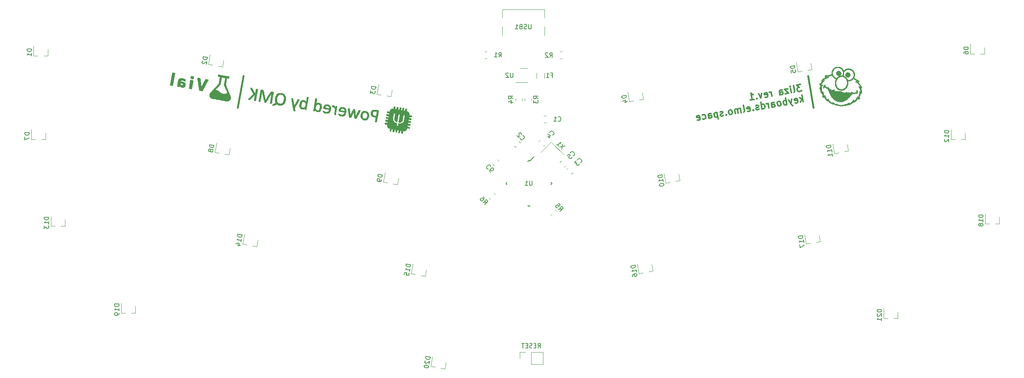
<source format=gbr>
%TF.GenerationSoftware,KiCad,Pcbnew,(6.0.1)*%
%TF.CreationDate,2022-05-18T11:52:05+02:00*%
%TF.ProjectId,3liza,336c697a-612e-46b6-9963-61645f706362,rev?*%
%TF.SameCoordinates,Original*%
%TF.FileFunction,Legend,Bot*%
%TF.FilePolarity,Positive*%
%FSLAX46Y46*%
G04 Gerber Fmt 4.6, Leading zero omitted, Abs format (unit mm)*
G04 Created by KiCad (PCBNEW (6.0.1)) date 2022-05-18 11:52:05*
%MOMM*%
%LPD*%
G01*
G04 APERTURE LIST*
%ADD10C,0.400000*%
%ADD11C,0.300000*%
%ADD12C,0.150000*%
%ADD13C,0.010000*%
%ADD14C,0.120000*%
G04 APERTURE END LIST*
D10*
X217751360Y-87375266D02*
X216511016Y-80340925D01*
D11*
X214891384Y-82188946D02*
X213976920Y-82350191D01*
X214568551Y-82826114D01*
X214357521Y-82863324D01*
X214229238Y-82958475D01*
X214171298Y-83041221D01*
X214125761Y-83194312D01*
X214187778Y-83546029D01*
X214282929Y-83674312D01*
X214365675Y-83732252D01*
X214518766Y-83777789D01*
X214940826Y-83703368D01*
X215069110Y-83608218D01*
X215127050Y-83525471D01*
X213393271Y-83976244D02*
X213521555Y-83881093D01*
X213567091Y-83728003D01*
X213343829Y-82461822D01*
X212830524Y-84075471D02*
X212656876Y-83090663D01*
X212570052Y-82598260D02*
X212652798Y-82656200D01*
X212594859Y-82738946D01*
X212512112Y-82681006D01*
X212570052Y-82598260D01*
X212594859Y-82738946D01*
X212094128Y-83189891D02*
X211320351Y-83326329D01*
X212267777Y-84174699D01*
X211493999Y-84311137D01*
X210298161Y-84521995D02*
X210161723Y-83748218D01*
X210207260Y-83595127D01*
X210335543Y-83499977D01*
X210616917Y-83450363D01*
X210770007Y-83495900D01*
X210285758Y-84451652D02*
X210438848Y-84497188D01*
X210790565Y-84435171D01*
X210918848Y-84340021D01*
X210964385Y-84186930D01*
X210939578Y-84046244D01*
X210844428Y-83917960D01*
X210691337Y-83872424D01*
X210339620Y-83934441D01*
X210186530Y-83888904D01*
X208469232Y-84844485D02*
X208295584Y-83859677D01*
X208345198Y-84141050D02*
X208250048Y-84012767D01*
X208167301Y-83954827D01*
X208014211Y-83909291D01*
X207873524Y-83934097D01*
X206979617Y-85034613D02*
X207132708Y-85080150D01*
X207414081Y-85030536D01*
X207542365Y-84935386D01*
X207587901Y-84782296D01*
X207488674Y-84219548D01*
X207393523Y-84091265D01*
X207240433Y-84045728D01*
X206959059Y-84095342D01*
X206830776Y-84190492D01*
X206785240Y-84343583D01*
X206810046Y-84484270D01*
X207538287Y-84500922D01*
X206255625Y-84219377D02*
X206077556Y-85266202D01*
X205552191Y-84343411D01*
X205138285Y-85286759D02*
X205080345Y-85369506D01*
X205163092Y-85427446D01*
X205221032Y-85344699D01*
X205138285Y-85286759D01*
X205163092Y-85427446D01*
X203685880Y-85687919D02*
X204530001Y-85539077D01*
X204107941Y-85613498D02*
X203847469Y-84136286D01*
X204025366Y-84322510D01*
X204190860Y-84438390D01*
X204343950Y-84483926D01*
X215430530Y-86069276D02*
X215170057Y-84592064D01*
X215190615Y-85531335D02*
X214867782Y-86168503D01*
X214694134Y-85183695D02*
X215356109Y-85647215D01*
X213659541Y-86309018D02*
X213812631Y-86354555D01*
X214094005Y-86304941D01*
X214222288Y-86209791D01*
X214267825Y-86056700D01*
X214168597Y-85493953D01*
X214073447Y-85365670D01*
X213920357Y-85320133D01*
X213638983Y-85369747D01*
X213510700Y-85464897D01*
X213465163Y-85617987D01*
X213489970Y-85758674D01*
X214218211Y-85775327D01*
X212935549Y-85493781D02*
X212757480Y-86540606D01*
X212232115Y-85617816D02*
X212757480Y-86540606D01*
X212960184Y-86867516D01*
X213042931Y-86925456D01*
X213196021Y-86970993D01*
X211843016Y-86701851D02*
X211582543Y-85224639D01*
X211681771Y-85787387D02*
X211528681Y-85741850D01*
X211247307Y-85791464D01*
X211119024Y-85886614D01*
X211061084Y-85969361D01*
X211015547Y-86122451D01*
X211089968Y-86544512D01*
X211185118Y-86672795D01*
X211267865Y-86730735D01*
X211420955Y-86776272D01*
X211702329Y-86726658D01*
X211830612Y-86631508D01*
X210295461Y-86974727D02*
X210423744Y-86879576D01*
X210481684Y-86796830D01*
X210527221Y-86643739D01*
X210452800Y-86221679D01*
X210357650Y-86093395D01*
X210274903Y-86035455D01*
X210121812Y-85989919D01*
X209910782Y-86027129D01*
X209782499Y-86122280D01*
X209724559Y-86205026D01*
X209679022Y-86358117D01*
X209753443Y-86780177D01*
X209848593Y-86908461D01*
X209931340Y-86966401D01*
X210084430Y-87011937D01*
X210295461Y-86974727D01*
X208536875Y-87284813D02*
X208400438Y-86511035D01*
X208445974Y-86357945D01*
X208574257Y-86262795D01*
X208855631Y-86213181D01*
X209008721Y-86258717D01*
X208524472Y-87214469D02*
X208677562Y-87260006D01*
X209029279Y-87197989D01*
X209157563Y-87102838D01*
X209203099Y-86949748D01*
X209178292Y-86809061D01*
X209083142Y-86680778D01*
X208930052Y-86635241D01*
X208578335Y-86697259D01*
X208425244Y-86651722D01*
X207833441Y-87408847D02*
X207659793Y-86424039D01*
X207709407Y-86705413D02*
X207614257Y-86577130D01*
X207531510Y-86519190D01*
X207378419Y-86473653D01*
X207237733Y-86498460D01*
X206285886Y-87681723D02*
X206025414Y-86204511D01*
X206273483Y-87611379D02*
X206426573Y-87656916D01*
X206707947Y-87607302D01*
X206836230Y-87512152D01*
X206894170Y-87429405D01*
X206939707Y-87276315D01*
X206865286Y-86854254D01*
X206770136Y-86725971D01*
X206687389Y-86668031D01*
X206534298Y-86622494D01*
X206252925Y-86672108D01*
X206124641Y-86767259D01*
X205640392Y-87723010D02*
X205512109Y-87818161D01*
X205230735Y-87867774D01*
X205077645Y-87822238D01*
X204982494Y-87693955D01*
X204970091Y-87623611D01*
X205015628Y-87470521D01*
X205143911Y-87375371D01*
X205354941Y-87338160D01*
X205483225Y-87243010D01*
X205528761Y-87089920D01*
X205516358Y-87019576D01*
X205421207Y-86891293D01*
X205268117Y-86845756D01*
X205057087Y-86882967D01*
X204928803Y-86978117D01*
X204361807Y-87875929D02*
X204303867Y-87958676D01*
X204386614Y-88016616D01*
X204444554Y-87933869D01*
X204361807Y-87875929D01*
X204386614Y-88016616D01*
X203108029Y-88169534D02*
X203261120Y-88215071D01*
X203542493Y-88165457D01*
X203670777Y-88070307D01*
X203716313Y-87917217D01*
X203617086Y-87354469D01*
X203521935Y-87226186D01*
X203368845Y-87180649D01*
X203087471Y-87230263D01*
X202959188Y-87325413D01*
X202913651Y-87478504D01*
X202938458Y-87619190D01*
X203666699Y-87635843D01*
X202205968Y-88401122D02*
X202334252Y-88305972D01*
X202379788Y-88152882D01*
X202156526Y-86886701D01*
X201643221Y-88500350D02*
X201469573Y-87515542D01*
X201494380Y-87656229D02*
X201411633Y-87598289D01*
X201258543Y-87552753D01*
X201047512Y-87589963D01*
X200919229Y-87685113D01*
X200873693Y-87838203D01*
X201010130Y-88611981D01*
X200873693Y-87838203D02*
X200778542Y-87709920D01*
X200625452Y-87664384D01*
X200414422Y-87701594D01*
X200286138Y-87796744D01*
X200240602Y-87949834D01*
X200377040Y-88723612D01*
X199462575Y-88884857D02*
X199590859Y-88789706D01*
X199648799Y-88706960D01*
X199694335Y-88553869D01*
X199619915Y-88131809D01*
X199524764Y-88003525D01*
X199442017Y-87945585D01*
X199288927Y-87900049D01*
X199077897Y-87937259D01*
X198949614Y-88032410D01*
X198891674Y-88115156D01*
X198846137Y-88268247D01*
X198920558Y-88690307D01*
X199015708Y-88818590D01*
X199098455Y-88876530D01*
X199251545Y-88922067D01*
X199462575Y-88884857D01*
X198312274Y-88942625D02*
X198254334Y-89025372D01*
X198337081Y-89083312D01*
X198395021Y-89000565D01*
X198312274Y-88942625D01*
X198337081Y-89083312D01*
X197691587Y-89124599D02*
X197563303Y-89219750D01*
X197281930Y-89269363D01*
X197128839Y-89223827D01*
X197033689Y-89095543D01*
X197021286Y-89025200D01*
X197066822Y-88872110D01*
X197195106Y-88776959D01*
X197406136Y-88739749D01*
X197534419Y-88644599D01*
X197579956Y-88491509D01*
X197567552Y-88421165D01*
X197472402Y-88292882D01*
X197319312Y-88247345D01*
X197108281Y-88284556D01*
X196979998Y-88379706D01*
X196264160Y-88433397D02*
X196524633Y-89910609D01*
X196276564Y-88503740D02*
X196123474Y-88458204D01*
X195842100Y-88507818D01*
X195713817Y-88602968D01*
X195655877Y-88685715D01*
X195610340Y-88838805D01*
X195684761Y-89260865D01*
X195779911Y-89389149D01*
X195862658Y-89447089D01*
X196015748Y-89492625D01*
X196297122Y-89443012D01*
X196425405Y-89347861D01*
X194468193Y-89765501D02*
X194331755Y-88991723D01*
X194377292Y-88838633D01*
X194505575Y-88743483D01*
X194786949Y-88693869D01*
X194940039Y-88739406D01*
X194455790Y-89695158D02*
X194608880Y-89740694D01*
X194960597Y-89678677D01*
X195088880Y-89583527D01*
X195134417Y-89430436D01*
X195109610Y-89289750D01*
X195014460Y-89161466D01*
X194861370Y-89115930D01*
X194509652Y-89177947D01*
X194356562Y-89132410D01*
X193119265Y-89930823D02*
X193272355Y-89976360D01*
X193553729Y-89926746D01*
X193682012Y-89831595D01*
X193739952Y-89748849D01*
X193785489Y-89595758D01*
X193711068Y-89173698D01*
X193615918Y-89045414D01*
X193533171Y-88987475D01*
X193380081Y-88941938D01*
X193098707Y-88991552D01*
X192970424Y-89086702D01*
X191923427Y-90141681D02*
X192076517Y-90187218D01*
X192357891Y-90137604D01*
X192486174Y-90042454D01*
X192531711Y-89889364D01*
X192432483Y-89326616D01*
X192337333Y-89198333D01*
X192184243Y-89152796D01*
X191902869Y-89202410D01*
X191774586Y-89297561D01*
X191729049Y-89450651D01*
X191753856Y-89591338D01*
X192482097Y-89607990D01*
D10*
X89539381Y-87375266D02*
X90779725Y-80340925D01*
D12*
%TO.C,U1*%
X155121281Y-103678572D02*
X155121281Y-104488096D01*
X155073662Y-104583334D01*
X155026043Y-104630953D01*
X154930805Y-104678572D01*
X154740329Y-104678572D01*
X154645091Y-104630953D01*
X154597472Y-104583334D01*
X154549853Y-104488096D01*
X154549853Y-103678572D01*
X153549853Y-104678572D02*
X154121281Y-104678572D01*
X153835567Y-104678572D02*
X153835567Y-103678572D01*
X153930805Y-103821430D01*
X154026043Y-103916668D01*
X154121281Y-103964287D01*
%TO.C,D15*%
X128075915Y-122367537D02*
X127091108Y-122193888D01*
X127049763Y-122428367D01*
X127071851Y-122577322D01*
X127149105Y-122687651D01*
X127234627Y-122751085D01*
X127413940Y-122831056D01*
X127554627Y-122855863D01*
X127750479Y-122842044D01*
X127852539Y-122811686D01*
X127962868Y-122734433D01*
X128034570Y-122602015D01*
X128075915Y-122367537D01*
X127811309Y-123868196D02*
X127910536Y-123305449D01*
X127860922Y-123586822D02*
X126876115Y-123413174D01*
X127033339Y-123344190D01*
X127143668Y-123266937D01*
X127207102Y-123181414D01*
X126669391Y-124585564D02*
X126752080Y-124116608D01*
X127229305Y-124152402D01*
X127174141Y-124191029D01*
X127110707Y-124276551D01*
X127069362Y-124511029D01*
X127099720Y-124613089D01*
X127138347Y-124668254D01*
X127223869Y-124731688D01*
X127458347Y-124773032D01*
X127560407Y-124742675D01*
X127615572Y-124704048D01*
X127679005Y-124618526D01*
X127720350Y-124384048D01*
X127689992Y-124281988D01*
X127651366Y-124226823D01*
%TO.C,RESET*%
X156393152Y-140905559D02*
X156726486Y-140429369D01*
X156964581Y-140905559D02*
X156964581Y-139905559D01*
X156583629Y-139905559D01*
X156488391Y-139953179D01*
X156440772Y-140000798D01*
X156393152Y-140096036D01*
X156393152Y-140238893D01*
X156440772Y-140334131D01*
X156488391Y-140381750D01*
X156583629Y-140429369D01*
X156964581Y-140429369D01*
X155964581Y-140381750D02*
X155631248Y-140381750D01*
X155488391Y-140905559D02*
X155964581Y-140905559D01*
X155964581Y-139905559D01*
X155488391Y-139905559D01*
X155107438Y-140857940D02*
X154964581Y-140905559D01*
X154726486Y-140905559D01*
X154631248Y-140857940D01*
X154583629Y-140810321D01*
X154536010Y-140715083D01*
X154536010Y-140619845D01*
X154583629Y-140524607D01*
X154631248Y-140476988D01*
X154726486Y-140429369D01*
X154916962Y-140381750D01*
X155012200Y-140334131D01*
X155059819Y-140286512D01*
X155107438Y-140191274D01*
X155107438Y-140096036D01*
X155059819Y-140000798D01*
X155012200Y-139953179D01*
X154916962Y-139905559D01*
X154678867Y-139905559D01*
X154536010Y-139953179D01*
X154107438Y-140381750D02*
X153774105Y-140381750D01*
X153631248Y-140905559D02*
X154107438Y-140905559D01*
X154107438Y-139905559D01*
X153631248Y-139905559D01*
X153345533Y-139905559D02*
X152774105Y-139905559D01*
X153059819Y-140905559D02*
X153059819Y-139905559D01*
%TO.C,C5*%
X164237180Y-98086356D02*
X164304523Y-98086356D01*
X164439210Y-98019012D01*
X164506554Y-97951669D01*
X164573897Y-97816981D01*
X164573897Y-97682294D01*
X164540226Y-97581279D01*
X164439210Y-97412920D01*
X164338195Y-97311905D01*
X164169836Y-97210890D01*
X164068821Y-97177218D01*
X163934134Y-97177218D01*
X163799447Y-97244562D01*
X163732103Y-97311905D01*
X163664760Y-97446592D01*
X163664760Y-97513936D01*
X162957653Y-98086356D02*
X163294371Y-97749638D01*
X163664760Y-98052684D01*
X163597416Y-98052684D01*
X163496401Y-98086356D01*
X163328042Y-98254714D01*
X163294371Y-98355730D01*
X163294371Y-98423073D01*
X163328042Y-98524088D01*
X163496401Y-98692447D01*
X163597416Y-98726119D01*
X163664760Y-98726119D01*
X163765775Y-98692447D01*
X163934134Y-98524088D01*
X163967806Y-98423073D01*
X163967806Y-98355730D01*
%TO.C,D12*%
X247902385Y-92486408D02*
X246902385Y-92486408D01*
X246902385Y-92724503D01*
X246950005Y-92867360D01*
X247045243Y-92962598D01*
X247140481Y-93010217D01*
X247330957Y-93057836D01*
X247473814Y-93057836D01*
X247664290Y-93010217D01*
X247759528Y-92962598D01*
X247854766Y-92867360D01*
X247902385Y-92724503D01*
X247902385Y-92486408D01*
X247902385Y-94010217D02*
X247902385Y-93438789D01*
X247902385Y-93724503D02*
X246902385Y-93724503D01*
X247045243Y-93629265D01*
X247140481Y-93534027D01*
X247188100Y-93438789D01*
X246997624Y-94391170D02*
X246950005Y-94438789D01*
X246902385Y-94534027D01*
X246902385Y-94772122D01*
X246950005Y-94867360D01*
X246997624Y-94914979D01*
X247092862Y-94962598D01*
X247188100Y-94962598D01*
X247330957Y-94914979D01*
X247902385Y-94343551D01*
X247902385Y-94962598D01*
%TO.C,R4*%
X150858719Y-85422512D02*
X150382529Y-85089179D01*
X150858719Y-84851083D02*
X149858719Y-84851083D01*
X149858719Y-85232036D01*
X149906339Y-85327274D01*
X149953958Y-85374893D01*
X150049196Y-85422512D01*
X150192053Y-85422512D01*
X150287291Y-85374893D01*
X150334910Y-85327274D01*
X150382529Y-85232036D01*
X150382529Y-84851083D01*
X150192053Y-86279655D02*
X150858719Y-86279655D01*
X149811100Y-86041559D02*
X150525386Y-85803464D01*
X150525386Y-86422512D01*
%TO.C,R6*%
X144172342Y-108531311D02*
X144744762Y-108430296D01*
X144576403Y-108935372D02*
X145283510Y-108228266D01*
X145014136Y-107958891D01*
X144913121Y-107925220D01*
X144845777Y-107925220D01*
X144744762Y-107958891D01*
X144643747Y-108059907D01*
X144610075Y-108160922D01*
X144610075Y-108228266D01*
X144643747Y-108329281D01*
X144913121Y-108598655D01*
X144273357Y-107218113D02*
X144408044Y-107352800D01*
X144441716Y-107453815D01*
X144441716Y-107521159D01*
X144408044Y-107689517D01*
X144307029Y-107857876D01*
X144037655Y-108127250D01*
X143936640Y-108160922D01*
X143869296Y-108160922D01*
X143768281Y-108127250D01*
X143633594Y-107992563D01*
X143599922Y-107891548D01*
X143599922Y-107824204D01*
X143633594Y-107723189D01*
X143801953Y-107554830D01*
X143902968Y-107521159D01*
X143970311Y-107521159D01*
X144071327Y-107554830D01*
X144206014Y-107689517D01*
X144239685Y-107790533D01*
X144239685Y-107857876D01*
X144206014Y-107958891D01*
%TO.C,D20*%
X132434084Y-142995710D02*
X131449277Y-142822061D01*
X131407932Y-143056540D01*
X131430020Y-143205495D01*
X131507274Y-143315824D01*
X131592796Y-143379258D01*
X131772109Y-143459229D01*
X131912796Y-143484036D01*
X132108648Y-143470217D01*
X132210708Y-143439859D01*
X132321037Y-143362606D01*
X132392739Y-143230188D01*
X132434084Y-142995710D01*
X131377689Y-143776512D02*
X131322524Y-143815138D01*
X131259090Y-143900660D01*
X131217746Y-144135138D01*
X131248103Y-144237199D01*
X131286730Y-144292363D01*
X131372252Y-144355797D01*
X131466043Y-144372335D01*
X131614999Y-144350246D01*
X132276974Y-143886726D01*
X132169478Y-144496369D01*
X131077173Y-144932364D02*
X131060635Y-145026155D01*
X131090993Y-145128215D01*
X131129620Y-145183380D01*
X131215142Y-145246813D01*
X131394455Y-145326785D01*
X131628933Y-145368130D01*
X131824785Y-145354310D01*
X131926845Y-145323952D01*
X131982010Y-145285325D01*
X132045443Y-145199803D01*
X132061981Y-145106012D01*
X132031623Y-145003952D01*
X131992997Y-144948787D01*
X131907474Y-144885354D01*
X131728161Y-144805382D01*
X131493683Y-144764037D01*
X131297832Y-144777857D01*
X131195771Y-144808215D01*
X131140607Y-144846842D01*
X131077173Y-144932364D01*
%TO.C,D19*%
X63153154Y-131159396D02*
X62153154Y-131159396D01*
X62153154Y-131397491D01*
X62200774Y-131540348D01*
X62296012Y-131635586D01*
X62391250Y-131683205D01*
X62581726Y-131730824D01*
X62724583Y-131730824D01*
X62915059Y-131683205D01*
X63010297Y-131635586D01*
X63105535Y-131540348D01*
X63153154Y-131397491D01*
X63153154Y-131159396D01*
X63153154Y-132683205D02*
X63153154Y-132111777D01*
X63153154Y-132397491D02*
X62153154Y-132397491D01*
X62296012Y-132302253D01*
X62391250Y-132207015D01*
X62438869Y-132111777D01*
X63153154Y-133159396D02*
X63153154Y-133349872D01*
X63105535Y-133445110D01*
X63057916Y-133492729D01*
X62915059Y-133587967D01*
X62724583Y-133635586D01*
X62343631Y-133635586D01*
X62248393Y-133587967D01*
X62200774Y-133540348D01*
X62153154Y-133445110D01*
X62153154Y-133254634D01*
X62200774Y-133159396D01*
X62248393Y-133111777D01*
X62343631Y-133064158D01*
X62581726Y-133064158D01*
X62676964Y-133111777D01*
X62724583Y-133159396D01*
X62772202Y-133254634D01*
X62772202Y-133445110D01*
X62724583Y-133540348D01*
X62676964Y-133587967D01*
X62581726Y-133635586D01*
%TO.C,R3*%
X156459952Y-85422510D02*
X155983762Y-85089177D01*
X156459952Y-84851081D02*
X155459952Y-84851081D01*
X155459952Y-85232034D01*
X155507572Y-85327272D01*
X155555191Y-85374891D01*
X155650429Y-85422510D01*
X155793286Y-85422510D01*
X155888524Y-85374891D01*
X155936143Y-85327272D01*
X155983762Y-85232034D01*
X155983762Y-84851081D01*
X155459952Y-85755843D02*
X155459952Y-86374891D01*
X155840905Y-86041557D01*
X155840905Y-86184415D01*
X155888524Y-86279653D01*
X155936143Y-86327272D01*
X156031381Y-86374891D01*
X156269476Y-86374891D01*
X156364714Y-86327272D01*
X156412333Y-86279653D01*
X156459952Y-86184415D01*
X156459952Y-85898700D01*
X156412333Y-85803462D01*
X156364714Y-85755843D01*
%TO.C,D18*%
X255522384Y-111282407D02*
X254522384Y-111282407D01*
X254522384Y-111520502D01*
X254570004Y-111663359D01*
X254665242Y-111758597D01*
X254760480Y-111806216D01*
X254950956Y-111853835D01*
X255093813Y-111853835D01*
X255284289Y-111806216D01*
X255379527Y-111758597D01*
X255474765Y-111663359D01*
X255522384Y-111520502D01*
X255522384Y-111282407D01*
X255522384Y-112806216D02*
X255522384Y-112234788D01*
X255522384Y-112520502D02*
X254522384Y-112520502D01*
X254665242Y-112425264D01*
X254760480Y-112330026D01*
X254808099Y-112234788D01*
X254950956Y-113377645D02*
X254903337Y-113282407D01*
X254855718Y-113234788D01*
X254760480Y-113187169D01*
X254712861Y-113187169D01*
X254617623Y-113234788D01*
X254570004Y-113282407D01*
X254522384Y-113377645D01*
X254522384Y-113568121D01*
X254570004Y-113663359D01*
X254617623Y-113710978D01*
X254712861Y-113758597D01*
X254760480Y-113758597D01*
X254855718Y-113710978D01*
X254903337Y-113663359D01*
X254950956Y-113568121D01*
X254950956Y-113377645D01*
X254998575Y-113282407D01*
X255046194Y-113234788D01*
X255141432Y-113187169D01*
X255331908Y-113187169D01*
X255427146Y-113234788D01*
X255474765Y-113282407D01*
X255522384Y-113377645D01*
X255522384Y-113568121D01*
X255474765Y-113663359D01*
X255427146Y-113710978D01*
X255331908Y-113758597D01*
X255141432Y-113758597D01*
X255046194Y-113710978D01*
X254998575Y-113663359D01*
X254950956Y-113568121D01*
%TO.C,D1*%
X43642713Y-74332093D02*
X42642713Y-74332093D01*
X42642713Y-74570189D01*
X42690333Y-74713046D01*
X42785571Y-74808284D01*
X42880809Y-74855903D01*
X43071285Y-74903522D01*
X43214142Y-74903522D01*
X43404618Y-74855903D01*
X43499856Y-74808284D01*
X43595094Y-74713046D01*
X43642713Y-74570189D01*
X43642713Y-74332093D01*
X43642713Y-75855903D02*
X43642713Y-75284474D01*
X43642713Y-75570189D02*
X42642713Y-75570189D01*
X42785571Y-75474950D01*
X42880809Y-75379712D01*
X42928428Y-75284474D01*
%TO.C,D6*%
X252220384Y-73912597D02*
X251220384Y-73912597D01*
X251220384Y-74150693D01*
X251268004Y-74293550D01*
X251363242Y-74388788D01*
X251458480Y-74436407D01*
X251648956Y-74484026D01*
X251791813Y-74484026D01*
X251982289Y-74436407D01*
X252077527Y-74388788D01*
X252172765Y-74293550D01*
X252220384Y-74150693D01*
X252220384Y-73912597D01*
X251220384Y-75341169D02*
X251220384Y-75150693D01*
X251268004Y-75055454D01*
X251315623Y-75007835D01*
X251458480Y-74912597D01*
X251648956Y-74864978D01*
X252029908Y-74864978D01*
X252125146Y-74912597D01*
X252172765Y-74960216D01*
X252220384Y-75055454D01*
X252220384Y-75245931D01*
X252172765Y-75341169D01*
X252125146Y-75388788D01*
X252029908Y-75436407D01*
X251791813Y-75436407D01*
X251696575Y-75388788D01*
X251648956Y-75341169D01*
X251601337Y-75245931D01*
X251601337Y-75055454D01*
X251648956Y-74960216D01*
X251696575Y-74912597D01*
X251791813Y-74864978D01*
%TO.C,C1*%
X160898638Y-90315121D02*
X160946257Y-90362740D01*
X161089114Y-90410359D01*
X161184352Y-90410359D01*
X161327210Y-90362740D01*
X161422448Y-90267502D01*
X161470067Y-90172264D01*
X161517686Y-89981788D01*
X161517686Y-89838931D01*
X161470067Y-89648455D01*
X161422448Y-89553217D01*
X161327210Y-89457979D01*
X161184352Y-89410359D01*
X161089114Y-89410359D01*
X160946257Y-89457979D01*
X160898638Y-89505598D01*
X159946257Y-90410359D02*
X160517686Y-90410359D01*
X160231972Y-90410359D02*
X160231972Y-89410359D01*
X160327210Y-89553217D01*
X160422448Y-89648455D01*
X160517686Y-89696074D01*
%TO.C,D16*%
X178076535Y-122477432D02*
X177091728Y-122651081D01*
X177133072Y-122885559D01*
X177204775Y-123017976D01*
X177315104Y-123095230D01*
X177417164Y-123125587D01*
X177613016Y-123139407D01*
X177753702Y-123114600D01*
X177933016Y-123034629D01*
X178018538Y-122971195D01*
X178095791Y-122860866D01*
X178117880Y-122711910D01*
X178076535Y-122477432D01*
X178341142Y-123978092D02*
X178241914Y-123415345D01*
X178291528Y-123696718D02*
X177306720Y-123870366D01*
X177430869Y-123751768D01*
X177508123Y-123641439D01*
X177538480Y-123539379D01*
X177505176Y-124995861D02*
X177472100Y-124808278D01*
X177502457Y-124706218D01*
X177541084Y-124651054D01*
X177665233Y-124532456D01*
X177844546Y-124452484D01*
X178219711Y-124386333D01*
X178321771Y-124416690D01*
X178376936Y-124455317D01*
X178440370Y-124540839D01*
X178473445Y-124728422D01*
X178443088Y-124830482D01*
X178404461Y-124885646D01*
X178318939Y-124949080D01*
X178084461Y-124990425D01*
X177982401Y-124960067D01*
X177927236Y-124921440D01*
X177863802Y-124835918D01*
X177830727Y-124648336D01*
X177861084Y-124546275D01*
X177899711Y-124491111D01*
X177985233Y-124427677D01*
%TO.C,D9*%
X121795862Y-102399851D02*
X120811054Y-102226203D01*
X120769709Y-102460681D01*
X120791798Y-102609636D01*
X120869051Y-102719965D01*
X120954573Y-102783399D01*
X121133887Y-102863370D01*
X121274574Y-102888177D01*
X121470425Y-102874358D01*
X121572485Y-102844000D01*
X121682814Y-102766747D01*
X121754517Y-102634329D01*
X121795862Y-102399851D01*
X121613945Y-103431554D02*
X121580869Y-103619137D01*
X121517435Y-103704659D01*
X121462271Y-103743285D01*
X121305046Y-103812270D01*
X121109194Y-103826090D01*
X120734030Y-103759938D01*
X120648507Y-103696504D01*
X120609881Y-103641340D01*
X120579523Y-103539280D01*
X120612599Y-103351697D01*
X120676032Y-103266175D01*
X120731197Y-103227548D01*
X120833257Y-103197191D01*
X121067735Y-103238535D01*
X121153257Y-103301969D01*
X121191884Y-103357133D01*
X121222242Y-103459194D01*
X121189166Y-103646776D01*
X121125732Y-103732298D01*
X121070568Y-103770925D01*
X120968508Y-103801283D01*
%TO.C,D2*%
X82830005Y-76185243D02*
X81845197Y-76011595D01*
X81803852Y-76246073D01*
X81825941Y-76395028D01*
X81903194Y-76505357D01*
X81988716Y-76568791D01*
X82168030Y-76648762D01*
X82308717Y-76673569D01*
X82504568Y-76659750D01*
X82606628Y-76629392D01*
X82716957Y-76552139D01*
X82788660Y-76419721D01*
X82830005Y-76185243D01*
X81773609Y-76966045D02*
X81718444Y-77004671D01*
X81655011Y-77090194D01*
X81613666Y-77324672D01*
X81644024Y-77426732D01*
X81682650Y-77481896D01*
X81768173Y-77545330D01*
X81861964Y-77561868D01*
X82010920Y-77539779D01*
X82672894Y-77076259D01*
X82565398Y-77685902D01*
%TO.C,C3*%
X165853628Y-99630959D02*
X165920971Y-99630959D01*
X166055658Y-99563615D01*
X166123002Y-99496272D01*
X166190345Y-99361584D01*
X166190345Y-99226897D01*
X166156674Y-99125882D01*
X166055658Y-98957523D01*
X165954643Y-98856508D01*
X165786284Y-98755493D01*
X165685269Y-98721821D01*
X165550582Y-98721821D01*
X165415895Y-98789165D01*
X165348551Y-98856508D01*
X165281208Y-98991195D01*
X165281208Y-99058539D01*
X164978162Y-99226897D02*
X164540429Y-99664630D01*
X165045506Y-99698302D01*
X164944490Y-99799317D01*
X164910819Y-99900333D01*
X164910819Y-99967676D01*
X164944490Y-100068691D01*
X165112849Y-100237050D01*
X165213864Y-100270722D01*
X165281208Y-100270722D01*
X165382223Y-100237050D01*
X165584254Y-100035020D01*
X165617926Y-99934004D01*
X165617926Y-99866661D01*
%TO.C,D13*%
X47478112Y-111803505D02*
X46478112Y-111803505D01*
X46478112Y-112041600D01*
X46525732Y-112184457D01*
X46620970Y-112279695D01*
X46716208Y-112327314D01*
X46906684Y-112374933D01*
X47049541Y-112374933D01*
X47240017Y-112327314D01*
X47335255Y-112279695D01*
X47430493Y-112184457D01*
X47478112Y-112041600D01*
X47478112Y-111803505D01*
X47478112Y-113327314D02*
X47478112Y-112755886D01*
X47478112Y-113041600D02*
X46478112Y-113041600D01*
X46620970Y-112946362D01*
X46716208Y-112851124D01*
X46763827Y-112755886D01*
X46478112Y-113660648D02*
X46478112Y-114279695D01*
X46859065Y-113946362D01*
X46859065Y-114089219D01*
X46906684Y-114184457D01*
X46954303Y-114232076D01*
X47049541Y-114279695D01*
X47287636Y-114279695D01*
X47382874Y-114232076D01*
X47430493Y-114184457D01*
X47478112Y-114089219D01*
X47478112Y-113803505D01*
X47430493Y-113708267D01*
X47382874Y-113660648D01*
%TO.C,USB1*%
X154900866Y-68836359D02*
X154900866Y-69645883D01*
X154853247Y-69741121D01*
X154805628Y-69788740D01*
X154710390Y-69836359D01*
X154519913Y-69836359D01*
X154424675Y-69788740D01*
X154377056Y-69741121D01*
X154329437Y-69645883D01*
X154329437Y-68836359D01*
X153900866Y-69788740D02*
X153758009Y-69836359D01*
X153519913Y-69836359D01*
X153424675Y-69788740D01*
X153377056Y-69741121D01*
X153329437Y-69645883D01*
X153329437Y-69550645D01*
X153377056Y-69455407D01*
X153424675Y-69407788D01*
X153519913Y-69360169D01*
X153710390Y-69312550D01*
X153805628Y-69264931D01*
X153853247Y-69217312D01*
X153900866Y-69122074D01*
X153900866Y-69026836D01*
X153853247Y-68931598D01*
X153805628Y-68883979D01*
X153710390Y-68836359D01*
X153472294Y-68836359D01*
X153329437Y-68883979D01*
X152567532Y-69312550D02*
X152424675Y-69360169D01*
X152377056Y-69407788D01*
X152329437Y-69503026D01*
X152329437Y-69645883D01*
X152377056Y-69741121D01*
X152424675Y-69788740D01*
X152519913Y-69836359D01*
X152900866Y-69836359D01*
X152900866Y-68836359D01*
X152567532Y-68836359D01*
X152472294Y-68883979D01*
X152424675Y-68931598D01*
X152377056Y-69026836D01*
X152377056Y-69122074D01*
X152424675Y-69217312D01*
X152472294Y-69264931D01*
X152567532Y-69312550D01*
X152900866Y-69312550D01*
X151377056Y-69836359D02*
X151948485Y-69836359D01*
X151662771Y-69836359D02*
X151662771Y-68836359D01*
X151758009Y-68979217D01*
X151853247Y-69074455D01*
X151948485Y-69122074D01*
%TO.C,R2*%
X159019038Y-76135558D02*
X159352372Y-75659368D01*
X159590467Y-76135558D02*
X159590467Y-75135558D01*
X159209514Y-75135558D01*
X159114276Y-75183178D01*
X159066657Y-75230797D01*
X159019038Y-75326035D01*
X159019038Y-75468892D01*
X159066657Y-75564130D01*
X159114276Y-75611749D01*
X159209514Y-75659368D01*
X159590467Y-75659368D01*
X158638086Y-75230797D02*
X158590467Y-75183178D01*
X158495229Y-75135558D01*
X158257133Y-75135558D01*
X158161895Y-75183178D01*
X158114276Y-75230797D01*
X158066657Y-75326035D01*
X158066657Y-75421273D01*
X158114276Y-75564130D01*
X158685705Y-76135558D01*
X158066657Y-76135558D01*
%TO.C,D14*%
X90554740Y-115751538D02*
X89569933Y-115577889D01*
X89528588Y-115812368D01*
X89550676Y-115961323D01*
X89627930Y-116071652D01*
X89713452Y-116135086D01*
X89892765Y-116215057D01*
X90033452Y-116239864D01*
X90229304Y-116226045D01*
X90331364Y-116195687D01*
X90441693Y-116118434D01*
X90513395Y-115986016D01*
X90554740Y-115751538D01*
X90290134Y-117252197D02*
X90389361Y-116689450D01*
X90339747Y-116970823D02*
X89354940Y-116797175D01*
X89512164Y-116728191D01*
X89622493Y-116650938D01*
X89685927Y-116565415D01*
X89484754Y-117980553D02*
X90141292Y-118096318D01*
X89150934Y-117679923D02*
X89895713Y-117569479D01*
X89788216Y-118179122D01*
%TO.C,F1*%
X159338105Y-80132950D02*
X159671438Y-80132950D01*
X159671438Y-80656759D02*
X159671438Y-79656759D01*
X159195248Y-79656759D01*
X158290486Y-80656759D02*
X158861914Y-80656759D01*
X158576200Y-80656759D02*
X158576200Y-79656759D01*
X158671438Y-79799617D01*
X158766676Y-79894855D01*
X158861914Y-79942474D01*
%TO.C,R5*%
X160936341Y-110055311D02*
X161508761Y-109954296D01*
X161340402Y-110459372D02*
X162047509Y-109752266D01*
X161778135Y-109482891D01*
X161677120Y-109449220D01*
X161609776Y-109449220D01*
X161508761Y-109482891D01*
X161407746Y-109583907D01*
X161374074Y-109684922D01*
X161374074Y-109752266D01*
X161407746Y-109853281D01*
X161677120Y-110122655D01*
X161003684Y-108708441D02*
X161340402Y-109045159D01*
X161037356Y-109415548D01*
X161037356Y-109348204D01*
X161003684Y-109247189D01*
X160835326Y-109078830D01*
X160734310Y-109045159D01*
X160666967Y-109045159D01*
X160565952Y-109078830D01*
X160397593Y-109247189D01*
X160363921Y-109348204D01*
X160363921Y-109415548D01*
X160397593Y-109516563D01*
X160565952Y-109684922D01*
X160666967Y-109718594D01*
X160734310Y-109718594D01*
%TO.C,D17*%
X215347571Y-115905544D02*
X214362764Y-116079193D01*
X214404108Y-116313671D01*
X214475811Y-116446088D01*
X214586140Y-116523342D01*
X214688200Y-116553699D01*
X214884052Y-116567519D01*
X215024738Y-116542712D01*
X215204052Y-116462741D01*
X215289574Y-116399307D01*
X215366827Y-116288978D01*
X215388916Y-116140022D01*
X215347571Y-115905544D01*
X215612178Y-117406204D02*
X215512950Y-116843457D01*
X215562564Y-117124830D02*
X214577756Y-117298478D01*
X214701905Y-117179880D01*
X214779159Y-117069551D01*
X214809516Y-116967491D01*
X214685253Y-117908121D02*
X214801018Y-118564660D01*
X215711406Y-117968951D01*
%TO.C,C2*%
X152469284Y-94189168D02*
X152469284Y-94256511D01*
X152536628Y-94391198D01*
X152603972Y-94458542D01*
X152738659Y-94525885D01*
X152873346Y-94525885D01*
X152974361Y-94492214D01*
X153142720Y-94391198D01*
X153243735Y-94290183D01*
X153344750Y-94121824D01*
X153378422Y-94020809D01*
X153378422Y-93886122D01*
X153311078Y-93751435D01*
X153243735Y-93684091D01*
X153109048Y-93616748D01*
X153041704Y-93616748D01*
X152772330Y-93347374D02*
X152772330Y-93280030D01*
X152738659Y-93179015D01*
X152570300Y-93010656D01*
X152469284Y-92976985D01*
X152401941Y-92976985D01*
X152300926Y-93010656D01*
X152233582Y-93078000D01*
X152166239Y-93212687D01*
X152166239Y-94020809D01*
X151728506Y-93583076D01*
%TO.C,X1*%
X162411123Y-95937077D02*
X161232612Y-96172779D01*
X161939719Y-95465673D02*
X161704017Y-96644184D01*
X160592849Y-95533016D02*
X160996910Y-95937077D01*
X160794879Y-95735047D02*
X161501986Y-95027940D01*
X161468314Y-95196299D01*
X161468314Y-95330986D01*
X161501986Y-95432001D01*
%TO.C,C4*%
X159639290Y-93488465D02*
X159706633Y-93488465D01*
X159841320Y-93421121D01*
X159908664Y-93353778D01*
X159976007Y-93219090D01*
X159976007Y-93084403D01*
X159942336Y-92983388D01*
X159841320Y-92815029D01*
X159740305Y-92714014D01*
X159571946Y-92612999D01*
X159470931Y-92579327D01*
X159336244Y-92579327D01*
X159201557Y-92646671D01*
X159134213Y-92714014D01*
X159066870Y-92848701D01*
X159066870Y-92916045D01*
X158629137Y-93690495D02*
X159100542Y-94161900D01*
X158528122Y-93252762D02*
X159201557Y-93589480D01*
X158763824Y-94027213D01*
%TO.C,D7*%
X43134711Y-92950294D02*
X42134711Y-92950294D01*
X42134711Y-93188390D01*
X42182331Y-93331247D01*
X42277569Y-93426485D01*
X42372807Y-93474104D01*
X42563283Y-93521723D01*
X42706140Y-93521723D01*
X42896616Y-93474104D01*
X42991854Y-93426485D01*
X43087092Y-93331247D01*
X43134711Y-93188390D01*
X43134711Y-92950294D01*
X42134711Y-93855056D02*
X42134711Y-94521723D01*
X43134711Y-94093151D01*
%TO.C,D4*%
X176045769Y-84631293D02*
X175060961Y-84804942D01*
X175102306Y-85039420D01*
X175174008Y-85171838D01*
X175284338Y-85249091D01*
X175386398Y-85279449D01*
X175582249Y-85293268D01*
X175722936Y-85268461D01*
X175902249Y-85188490D01*
X175987772Y-85125056D01*
X176065025Y-85014727D01*
X176087114Y-84865771D01*
X176045769Y-84631293D01*
X175637299Y-86153927D02*
X176293838Y-86038162D01*
X175220790Y-85985601D02*
X175882879Y-85627088D01*
X175990375Y-86236731D01*
%TO.C,U2*%
X150825875Y-79656760D02*
X150825875Y-80466284D01*
X150778256Y-80561522D01*
X150730637Y-80609141D01*
X150635399Y-80656760D01*
X150444923Y-80656760D01*
X150349685Y-80609141D01*
X150302066Y-80561522D01*
X150254447Y-80466284D01*
X150254447Y-79656760D01*
X149825875Y-79751999D02*
X149778256Y-79704380D01*
X149683018Y-79656760D01*
X149444923Y-79656760D01*
X149349685Y-79704380D01*
X149302066Y-79751999D01*
X149254447Y-79847237D01*
X149254447Y-79942475D01*
X149302066Y-80085332D01*
X149873494Y-80656760D01*
X149254447Y-80656760D01*
%TO.C,D21*%
X232916385Y-132364408D02*
X231916385Y-132364408D01*
X231916385Y-132602503D01*
X231964005Y-132745360D01*
X232059243Y-132840598D01*
X232154481Y-132888217D01*
X232344957Y-132935836D01*
X232487814Y-132935836D01*
X232678290Y-132888217D01*
X232773528Y-132840598D01*
X232868766Y-132745360D01*
X232916385Y-132602503D01*
X232916385Y-132364408D01*
X232011624Y-133316789D02*
X231964005Y-133364408D01*
X231916385Y-133459646D01*
X231916385Y-133697741D01*
X231964005Y-133792979D01*
X232011624Y-133840598D01*
X232106862Y-133888217D01*
X232202100Y-133888217D01*
X232344957Y-133840598D01*
X232916385Y-133269170D01*
X232916385Y-133888217D01*
X232916385Y-134840598D02*
X232916385Y-134269170D01*
X232916385Y-134554884D02*
X231916385Y-134554884D01*
X232059243Y-134459646D01*
X232154481Y-134364408D01*
X232202100Y-134269170D01*
%TO.C,D8*%
X84274687Y-95783853D02*
X83289879Y-95610205D01*
X83248534Y-95844683D01*
X83270623Y-95993638D01*
X83347876Y-96103967D01*
X83433398Y-96167401D01*
X83612712Y-96247372D01*
X83753399Y-96272179D01*
X83949250Y-96258360D01*
X84051310Y-96228002D01*
X84161639Y-96150749D01*
X84233342Y-96018331D01*
X84274687Y-95783853D01*
X83513484Y-96810120D02*
X83483127Y-96708060D01*
X83444500Y-96652895D01*
X83358978Y-96589461D01*
X83312082Y-96581193D01*
X83210022Y-96611550D01*
X83154857Y-96650177D01*
X83091424Y-96735699D01*
X83058348Y-96923282D01*
X83088706Y-97025342D01*
X83127332Y-97080506D01*
X83212855Y-97143940D01*
X83259750Y-97152209D01*
X83361810Y-97121851D01*
X83416975Y-97083224D01*
X83480408Y-96997702D01*
X83513484Y-96810120D01*
X83576918Y-96724598D01*
X83632082Y-96685971D01*
X83734143Y-96655613D01*
X83921725Y-96688689D01*
X84007247Y-96752123D01*
X84045874Y-96807287D01*
X84076232Y-96909347D01*
X84043156Y-97096930D01*
X83979722Y-97182452D01*
X83924558Y-97221079D01*
X83822497Y-97251436D01*
X83634915Y-97218360D01*
X83549393Y-97154927D01*
X83510766Y-97099762D01*
X83480408Y-96997702D01*
%TO.C,D10*%
X184067868Y-102335038D02*
X183083061Y-102508687D01*
X183124405Y-102743165D01*
X183196108Y-102875582D01*
X183306437Y-102952836D01*
X183408497Y-102983193D01*
X183604349Y-102997013D01*
X183745035Y-102972206D01*
X183924349Y-102892235D01*
X184009871Y-102828801D01*
X184087124Y-102718472D01*
X184109213Y-102569516D01*
X184067868Y-102335038D01*
X184332475Y-103835698D02*
X184233247Y-103272951D01*
X184282861Y-103554324D02*
X183298053Y-103727972D01*
X183422202Y-103609374D01*
X183499456Y-103499045D01*
X183529813Y-103396985D01*
X183455164Y-104618989D02*
X183471702Y-104712780D01*
X183535135Y-104798302D01*
X183590300Y-104836929D01*
X183692360Y-104867287D01*
X183888211Y-104881106D01*
X184122689Y-104839762D01*
X184302003Y-104759790D01*
X184387525Y-104696357D01*
X184426152Y-104641192D01*
X184456509Y-104539132D01*
X184439972Y-104445341D01*
X184376538Y-104359818D01*
X184321373Y-104321192D01*
X184219313Y-104290834D01*
X184023462Y-104277014D01*
X183788984Y-104318359D01*
X183609670Y-104398331D01*
X183524148Y-104461764D01*
X183485521Y-104516929D01*
X183455164Y-104618989D01*
%TO.C,D3*%
X120351178Y-82801237D02*
X119366370Y-82627589D01*
X119325025Y-82862067D01*
X119347114Y-83011022D01*
X119424367Y-83121351D01*
X119509889Y-83184785D01*
X119689203Y-83264756D01*
X119829890Y-83289563D01*
X120025741Y-83275744D01*
X120127801Y-83245386D01*
X120238130Y-83168133D01*
X120309833Y-83035715D01*
X120351178Y-82801237D01*
X119209260Y-83518605D02*
X119101763Y-84128248D01*
X119534811Y-83866130D01*
X119510004Y-84006817D01*
X119540362Y-84108877D01*
X119578988Y-84164042D01*
X119664510Y-84227476D01*
X119898988Y-84268820D01*
X120001049Y-84238463D01*
X120056213Y-84199836D01*
X120119647Y-84114314D01*
X120169261Y-83832940D01*
X120138903Y-83730880D01*
X120100276Y-83675715D01*
%TO.C,C6*%
X145880657Y-100509590D02*
X145880657Y-100442247D01*
X145813313Y-100307560D01*
X145745970Y-100240216D01*
X145611282Y-100172873D01*
X145476595Y-100172873D01*
X145375580Y-100206544D01*
X145207221Y-100307560D01*
X145106206Y-100408575D01*
X145005191Y-100576934D01*
X144971519Y-100677949D01*
X144971519Y-100812636D01*
X145038863Y-100947323D01*
X145106206Y-101014667D01*
X145240893Y-101082010D01*
X145308237Y-101082010D01*
X145846985Y-101755445D02*
X145712298Y-101620758D01*
X145678626Y-101519743D01*
X145678626Y-101452399D01*
X145712298Y-101284041D01*
X145813313Y-101115682D01*
X146082687Y-100846308D01*
X146183702Y-100812636D01*
X146251046Y-100812636D01*
X146352061Y-100846308D01*
X146486748Y-100980995D01*
X146520420Y-101082010D01*
X146520420Y-101149354D01*
X146486748Y-101250369D01*
X146318389Y-101418728D01*
X146217374Y-101452399D01*
X146150031Y-101452399D01*
X146049015Y-101418728D01*
X145914328Y-101284041D01*
X145880657Y-101183025D01*
X145880657Y-101115682D01*
X145914328Y-101014667D01*
%TO.C,R1*%
X147690638Y-76084759D02*
X148023972Y-75608569D01*
X148262067Y-76084759D02*
X148262067Y-75084759D01*
X147881114Y-75084759D01*
X147785876Y-75132379D01*
X147738257Y-75179998D01*
X147690638Y-75275236D01*
X147690638Y-75418093D01*
X147738257Y-75513331D01*
X147785876Y-75560950D01*
X147881114Y-75608569D01*
X148262067Y-75608569D01*
X146738257Y-76084759D02*
X147309686Y-76084759D01*
X147023972Y-76084759D02*
X147023972Y-75084759D01*
X147119210Y-75227617D01*
X147214448Y-75322855D01*
X147309686Y-75370474D01*
%TO.C,D5*%
X213566946Y-78015297D02*
X212582138Y-78188946D01*
X212623483Y-78423424D01*
X212695185Y-78555842D01*
X212805515Y-78633095D01*
X212907575Y-78663453D01*
X213103426Y-78677272D01*
X213244113Y-78652465D01*
X213423426Y-78572494D01*
X213508949Y-78509060D01*
X213586202Y-78398731D01*
X213608291Y-78249775D01*
X213566946Y-78015297D01*
X212838476Y-79642709D02*
X212755786Y-79173753D01*
X213216473Y-79044168D01*
X213177847Y-79099333D01*
X213147489Y-79201393D01*
X213188834Y-79435871D01*
X213252267Y-79521393D01*
X213307432Y-79560020D01*
X213409492Y-79590378D01*
X213643970Y-79549033D01*
X213729492Y-79485599D01*
X213768119Y-79430435D01*
X213798477Y-79328374D01*
X213757132Y-79093896D01*
X213693698Y-79008374D01*
X213638534Y-78969748D01*
%TO.C,D11*%
X221589044Y-95719044D02*
X220604237Y-95892693D01*
X220645581Y-96127171D01*
X220717284Y-96259588D01*
X220827613Y-96336842D01*
X220929673Y-96367199D01*
X221125525Y-96381019D01*
X221266211Y-96356212D01*
X221445525Y-96276241D01*
X221531047Y-96212807D01*
X221608300Y-96102478D01*
X221630389Y-95953522D01*
X221589044Y-95719044D01*
X221853651Y-97219704D02*
X221754423Y-96656957D01*
X221804037Y-96938330D02*
X220819229Y-97111978D01*
X220943378Y-96993380D01*
X221020632Y-96883051D01*
X221050989Y-96780991D01*
X222019030Y-98157616D02*
X221919803Y-97594869D01*
X221969416Y-97876242D02*
X220984609Y-98049890D01*
X221108758Y-97931292D01*
X221186011Y-97820963D01*
X221216369Y-97718903D01*
%TO.C,U1*%
X159536220Y-104276511D02*
X159306410Y-104046701D01*
X154409696Y-99149987D02*
X154568795Y-99309086D01*
X154568795Y-99309086D02*
X155576422Y-98301459D01*
X159536220Y-104276511D02*
X159306410Y-104506321D01*
X149283172Y-104276511D02*
X149512982Y-104046701D01*
X149283172Y-104276511D02*
X149512982Y-104506321D01*
X154409696Y-99149987D02*
X154179886Y-99379797D01*
X154409696Y-109403035D02*
X154179886Y-109173225D01*
X154409696Y-109403035D02*
X154639506Y-109173225D01*
D13*
%TO.C,G\u002A\u002A\u002A*%
X222700625Y-78325055D02*
X222589895Y-78371079D01*
X222589895Y-78371079D02*
X222586267Y-78373010D01*
X222586267Y-78373010D02*
X222521847Y-78408892D01*
X222521847Y-78408892D02*
X222459796Y-78445489D01*
X222459796Y-78445489D02*
X222419073Y-78471260D01*
X222419073Y-78471260D02*
X222370548Y-78502347D01*
X222370548Y-78502347D02*
X222326663Y-78527944D01*
X222326663Y-78527944D02*
X222318093Y-78532424D01*
X222318093Y-78532424D02*
X222286618Y-78552223D01*
X222286618Y-78552223D02*
X222250122Y-78584278D01*
X222250122Y-78584278D02*
X222203433Y-78633626D01*
X222203433Y-78633626D02*
X222144899Y-78701145D01*
X222144899Y-78701145D02*
X222106199Y-78745435D01*
X222106199Y-78745435D02*
X222071182Y-78783253D01*
X222071182Y-78783253D02*
X222061212Y-78793277D01*
X222061212Y-78793277D02*
X222036963Y-78823963D01*
X222036963Y-78823963D02*
X222002991Y-78875936D01*
X222002991Y-78875936D02*
X221964592Y-78940127D01*
X221964592Y-78940127D02*
X221927063Y-79007469D01*
X221927063Y-79007469D02*
X221895701Y-79068893D01*
X221895701Y-79068893D02*
X221880808Y-79102141D01*
X221880808Y-79102141D02*
X221824678Y-79275816D01*
X221824678Y-79275816D02*
X221790057Y-79462694D01*
X221790057Y-79462694D02*
X221778885Y-79649625D01*
X221778885Y-79649625D02*
X221784281Y-79756728D01*
X221784281Y-79756728D02*
X221791157Y-79826637D01*
X221791157Y-79826637D02*
X221791862Y-79872854D01*
X221791862Y-79872854D02*
X221781165Y-79902352D01*
X221781165Y-79902352D02*
X221753840Y-79922110D01*
X221753840Y-79922110D02*
X221704657Y-79939101D01*
X221704657Y-79939101D02*
X221632558Y-79959138D01*
X221632558Y-79959138D02*
X221547192Y-79984159D01*
X221547192Y-79984159D02*
X221448808Y-80014899D01*
X221448808Y-80014899D02*
X221346641Y-80048281D01*
X221346641Y-80048281D02*
X221249928Y-80081229D01*
X221249928Y-80081229D02*
X221167904Y-80110669D01*
X221167904Y-80110669D02*
X221112852Y-80132222D01*
X221112852Y-80132222D02*
X220982853Y-80171447D01*
X220982853Y-80171447D02*
X220833829Y-80188545D01*
X220833829Y-80188545D02*
X220689309Y-80184245D01*
X220689309Y-80184245D02*
X220615546Y-80177645D01*
X220615546Y-80177645D02*
X220546864Y-80172088D01*
X220546864Y-80172088D02*
X220496604Y-80168642D01*
X220496604Y-80168642D02*
X220491627Y-80168380D01*
X220491627Y-80168380D02*
X220439131Y-80164982D01*
X220439131Y-80164982D02*
X220395460Y-80160843D01*
X220395460Y-80160843D02*
X220394035Y-80160663D01*
X220394035Y-80160663D02*
X220362017Y-80166785D01*
X220362017Y-80166785D02*
X220329017Y-80197415D01*
X220329017Y-80197415D02*
X220313835Y-80217780D01*
X220313835Y-80217780D02*
X220285730Y-80267740D01*
X220285730Y-80267740D02*
X220277805Y-80317161D01*
X220277805Y-80317161D02*
X220281342Y-80358082D01*
X220281342Y-80358082D02*
X220298775Y-80459926D01*
X220298775Y-80459926D02*
X220319903Y-80533847D01*
X220319903Y-80533847D02*
X220346716Y-80585748D01*
X220346716Y-80585748D02*
X220365575Y-80608009D01*
X220365575Y-80608009D02*
X220391634Y-80635401D01*
X220391634Y-80635401D02*
X220401832Y-80649715D01*
X220401832Y-80649715D02*
X220401509Y-80650193D01*
X220401509Y-80650193D02*
X220384966Y-80657698D01*
X220384966Y-80657698D02*
X220344848Y-80676407D01*
X220344848Y-80676407D02*
X220288187Y-80703029D01*
X220288187Y-80703029D02*
X220253491Y-80719394D01*
X220253491Y-80719394D02*
X220175912Y-80755945D01*
X220175912Y-80755945D02*
X220096556Y-80793187D01*
X220096556Y-80793187D02*
X220029652Y-80824445D01*
X220029652Y-80824445D02*
X220015274Y-80831130D01*
X220015274Y-80831130D02*
X219960956Y-80858686D01*
X219960956Y-80858686D02*
X219917705Y-80884838D01*
X219917705Y-80884838D02*
X219898521Y-80900352D01*
X219898521Y-80900352D02*
X219869766Y-80925699D01*
X219869766Y-80925699D02*
X219827874Y-80954535D01*
X219827874Y-80954535D02*
X219822659Y-80957690D01*
X219822659Y-80957690D02*
X219751164Y-81010622D01*
X219751164Y-81010622D02*
X219682941Y-81079809D01*
X219682941Y-81079809D02*
X219621727Y-81159029D01*
X219621727Y-81159029D02*
X219571259Y-81242060D01*
X219571259Y-81242060D02*
X219535274Y-81322678D01*
X219535274Y-81322678D02*
X219517510Y-81394662D01*
X219517510Y-81394662D02*
X219521704Y-81451787D01*
X219521704Y-81451787D02*
X219523329Y-81456091D01*
X219523329Y-81456091D02*
X219546339Y-81495665D01*
X219546339Y-81495665D02*
X219570255Y-81519033D01*
X219570255Y-81519033D02*
X219594754Y-81538996D01*
X219594754Y-81538996D02*
X219600178Y-81548727D01*
X219600178Y-81548727D02*
X219591852Y-81567405D01*
X219591852Y-81567405D02*
X219567395Y-81607076D01*
X219567395Y-81607076D02*
X219530816Y-81661508D01*
X219530816Y-81661508D02*
X219495600Y-81711378D01*
X219495600Y-81711378D02*
X219445220Y-81779651D01*
X219445220Y-81779651D02*
X219405181Y-81827505D01*
X219405181Y-81827505D02*
X219366962Y-81862653D01*
X219366962Y-81862653D02*
X219322043Y-81892805D01*
X219322043Y-81892805D02*
X219261904Y-81925672D01*
X219261904Y-81925672D02*
X219254640Y-81929449D01*
X219254640Y-81929449D02*
X219181923Y-81970926D01*
X219181923Y-81970926D02*
X219124894Y-82010823D01*
X219124894Y-82010823D02*
X219091210Y-82043747D01*
X219091210Y-82043747D02*
X219090211Y-82045213D01*
X219090211Y-82045213D02*
X219069513Y-82105450D01*
X219069513Y-82105450D02*
X219075775Y-82174837D01*
X219075775Y-82174837D02*
X219107831Y-82243655D01*
X219107831Y-82243655D02*
X219115246Y-82253925D01*
X219115246Y-82253925D02*
X219156895Y-82301729D01*
X219156895Y-82301729D02*
X219211486Y-82355659D01*
X219211486Y-82355659D02*
X219268692Y-82406254D01*
X219268692Y-82406254D02*
X219318182Y-82444057D01*
X219318182Y-82444057D02*
X219332677Y-82453023D01*
X219332677Y-82453023D02*
X219351656Y-82464877D01*
X219351656Y-82464877D02*
X219359026Y-82478084D01*
X219359026Y-82478084D02*
X219352861Y-82499263D01*
X219352861Y-82499263D02*
X219331234Y-82535031D01*
X219331234Y-82535031D02*
X219292247Y-82591972D01*
X219292247Y-82591972D02*
X219217150Y-82717160D01*
X219217150Y-82717160D02*
X219158314Y-82849638D01*
X219158314Y-82849638D02*
X219118490Y-82981211D01*
X219118490Y-82981211D02*
X219100422Y-83103688D01*
X219100422Y-83103688D02*
X219100682Y-83163185D01*
X219100682Y-83163185D02*
X219115535Y-83241281D01*
X219115535Y-83241281D02*
X219148445Y-83292051D01*
X219148445Y-83292051D02*
X219201487Y-83318025D01*
X219201487Y-83318025D02*
X219230972Y-83322200D01*
X219230972Y-83322200D02*
X219274025Y-83328186D01*
X219274025Y-83328186D02*
X219291716Y-83341711D01*
X219291716Y-83341711D02*
X219293163Y-83362818D01*
X219293163Y-83362818D02*
X219283417Y-83469351D01*
X219283417Y-83469351D02*
X219279849Y-83553434D01*
X219279849Y-83553434D02*
X219282513Y-83625925D01*
X219282513Y-83625925D02*
X219291458Y-83697683D01*
X219291458Y-83697683D02*
X219294833Y-83717637D01*
X219294833Y-83717637D02*
X219322690Y-83829756D01*
X219322690Y-83829756D02*
X219363440Y-83932987D01*
X219363440Y-83932987D02*
X219412780Y-84017520D01*
X219412780Y-84017520D02*
X219441521Y-84051983D01*
X219441521Y-84051983D02*
X219471060Y-84086656D01*
X219471060Y-84086656D02*
X219509036Y-84137045D01*
X219509036Y-84137045D02*
X219536509Y-84176453D01*
X219536509Y-84176453D02*
X219573447Y-84227107D01*
X219573447Y-84227107D02*
X219606316Y-84254809D01*
X219606316Y-84254809D02*
X219647188Y-84265435D01*
X219647188Y-84265435D02*
X219708137Y-84264862D01*
X219708137Y-84264862D02*
X219717037Y-84264341D01*
X219717037Y-84264341D02*
X219738983Y-84265257D01*
X219738983Y-84265257D02*
X219754023Y-84275848D01*
X219754023Y-84275848D02*
X219766180Y-84303005D01*
X219766180Y-84303005D02*
X219779475Y-84353615D01*
X219779475Y-84353615D02*
X219786201Y-84382791D01*
X219786201Y-84382791D02*
X219800713Y-84477646D01*
X219800713Y-84477646D02*
X219802756Y-84571515D01*
X219802756Y-84571515D02*
X219792797Y-84654074D01*
X219792797Y-84654074D02*
X219771302Y-84715006D01*
X219771302Y-84715006D02*
X219771148Y-84715269D01*
X219771148Y-84715269D02*
X219745623Y-84769757D01*
X219745623Y-84769757D02*
X219723483Y-84835575D01*
X219723483Y-84835575D02*
X219708134Y-84900161D01*
X219708134Y-84900161D02*
X219702983Y-84950951D01*
X219702983Y-84950951D02*
X219704099Y-84962528D01*
X219704099Y-84962528D02*
X219730631Y-85017718D01*
X219730631Y-85017718D02*
X219782665Y-85061629D01*
X219782665Y-85061629D02*
X219852939Y-85091553D01*
X219852939Y-85091553D02*
X219934191Y-85104785D01*
X219934191Y-85104785D02*
X220019161Y-85098617D01*
X220019161Y-85098617D02*
X220049204Y-85091145D01*
X220049204Y-85091145D02*
X220100311Y-85075216D01*
X220100311Y-85075216D02*
X220139641Y-85062004D01*
X220139641Y-85062004D02*
X220149884Y-85058115D01*
X220149884Y-85058115D02*
X220167543Y-85063102D01*
X220167543Y-85063102D02*
X220187711Y-85094833D01*
X220187711Y-85094833D02*
X220208556Y-85145382D01*
X220208556Y-85145382D02*
X220230041Y-85201105D01*
X220230041Y-85201105D02*
X220248709Y-85245798D01*
X220248709Y-85245798D02*
X220258256Y-85265577D01*
X220258256Y-85265577D02*
X220274569Y-85295027D01*
X220274569Y-85295027D02*
X220298041Y-85339233D01*
X220298041Y-85339233D02*
X220304668Y-85351963D01*
X220304668Y-85351963D02*
X220363086Y-85448897D01*
X220363086Y-85448897D02*
X220439968Y-85554061D01*
X220439968Y-85554061D02*
X220526146Y-85656108D01*
X220526146Y-85656108D02*
X220612453Y-85743685D01*
X220612453Y-85743685D02*
X220642247Y-85769868D01*
X220642247Y-85769868D02*
X220702548Y-85815058D01*
X220702548Y-85815058D02*
X220774189Y-85860999D01*
X220774189Y-85860999D02*
X220848123Y-85902674D01*
X220848123Y-85902674D02*
X220915307Y-85935061D01*
X220915307Y-85935061D02*
X220966693Y-85953142D01*
X220966693Y-85953142D02*
X220975462Y-85954768D01*
X220975462Y-85954768D02*
X221006173Y-85969050D01*
X221006173Y-85969050D02*
X221048989Y-86001202D01*
X221048989Y-86001202D02*
X221086279Y-86035981D01*
X221086279Y-86035981D02*
X221182198Y-86124353D01*
X221182198Y-86124353D02*
X221295843Y-86212549D01*
X221295843Y-86212549D02*
X221422456Y-86298214D01*
X221422456Y-86298214D02*
X221557273Y-86379001D01*
X221557273Y-86379001D02*
X221695537Y-86452555D01*
X221695537Y-86452555D02*
X221832488Y-86516526D01*
X221832488Y-86516526D02*
X221963365Y-86568564D01*
X221963365Y-86568564D02*
X222083407Y-86606315D01*
X222083407Y-86606315D02*
X222187856Y-86627431D01*
X222187856Y-86627431D02*
X222271950Y-86629557D01*
X222271950Y-86629557D02*
X222284333Y-86627782D01*
X222284333Y-86627782D02*
X222330211Y-86631544D01*
X222330211Y-86631544D02*
X222376096Y-86651504D01*
X222376096Y-86651504D02*
X222469089Y-86706536D01*
X222469089Y-86706536D02*
X222571527Y-86753535D01*
X222571527Y-86753535D02*
X222676053Y-86790328D01*
X222676053Y-86790328D02*
X222775308Y-86814734D01*
X222775308Y-86814734D02*
X222861936Y-86824580D01*
X222861936Y-86824580D02*
X222928579Y-86817688D01*
X222928579Y-86817688D02*
X222933079Y-86816263D01*
X222933079Y-86816263D02*
X222983689Y-86806150D01*
X222983689Y-86806150D02*
X223039044Y-86811512D01*
X223039044Y-86811512D02*
X223107469Y-86833951D01*
X223107469Y-86833951D02*
X223170098Y-86861862D01*
X223170098Y-86861862D02*
X223219533Y-86884116D01*
X223219533Y-86884116D02*
X223256284Y-86898264D01*
X223256284Y-86898264D02*
X223269347Y-86901155D01*
X223269347Y-86901155D02*
X223290374Y-86905658D01*
X223290374Y-86905658D02*
X223333339Y-86919542D01*
X223333339Y-86919542D02*
X223385388Y-86938477D01*
X223385388Y-86938477D02*
X223471151Y-86964651D01*
X223471151Y-86964651D02*
X223581314Y-86988577D01*
X223581314Y-86988577D02*
X223706416Y-87008721D01*
X223706416Y-87008721D02*
X223837002Y-87023549D01*
X223837002Y-87023549D02*
X223958064Y-87031336D01*
X223958064Y-87031336D02*
X224062515Y-87027853D01*
X224062515Y-87027853D02*
X224182411Y-87012323D01*
X224182411Y-87012323D02*
X224305993Y-86987215D01*
X224305993Y-86987215D02*
X224421499Y-86954997D01*
X224421499Y-86954997D02*
X224517171Y-86918139D01*
X224517171Y-86918139D02*
X224532100Y-86910833D01*
X224532100Y-86910833D02*
X224581975Y-86886624D01*
X224581975Y-86886624D02*
X224617075Y-86876647D01*
X224617075Y-86876647D02*
X224652510Y-86879197D01*
X224652510Y-86879197D02*
X224700690Y-86891796D01*
X224700690Y-86891796D02*
X224784019Y-86903729D01*
X224784019Y-86903729D02*
X224887258Y-86900190D01*
X224887258Y-86900190D02*
X225000822Y-86882348D01*
X225000822Y-86882348D02*
X225115125Y-86851372D01*
X225115125Y-86851372D02*
X225157802Y-86835996D01*
X225157802Y-86835996D02*
X225233830Y-86804685D01*
X225233830Y-86804685D02*
X225316040Y-86768231D01*
X225316040Y-86768231D02*
X225361573Y-86746710D01*
X225361573Y-86746710D02*
X225416183Y-86720995D01*
X225416183Y-86720995D02*
X225449532Y-86709408D01*
X225449532Y-86709408D02*
X225470232Y-86710132D01*
X225470232Y-86710132D02*
X225485902Y-86720453D01*
X225485902Y-86720453D02*
X225539665Y-86746699D01*
X225539665Y-86746699D02*
X225614397Y-86752287D01*
X225614397Y-86752287D02*
X225705698Y-86738993D01*
X225705698Y-86738993D02*
X225809170Y-86708597D01*
X225809170Y-86708597D02*
X225920410Y-86662876D01*
X225920410Y-86662876D02*
X226035022Y-86603606D01*
X226035022Y-86603606D02*
X226148602Y-86532567D01*
X226148602Y-86532567D02*
X226256754Y-86451534D01*
X226256754Y-86451534D02*
X226343247Y-86374056D01*
X226343247Y-86374056D02*
X226381701Y-86338857D01*
X226381701Y-86338857D02*
X226411833Y-86315728D01*
X226411833Y-86315728D02*
X226421537Y-86310950D01*
X226421537Y-86310950D02*
X226442724Y-86294557D01*
X226442724Y-86294557D02*
X226448209Y-86284754D01*
X226448209Y-86284754D02*
X226466183Y-86254605D01*
X226466183Y-86254605D02*
X226496268Y-86215753D01*
X226496268Y-86215753D02*
X226532120Y-86174963D01*
X226532120Y-86174963D02*
X226567396Y-86138998D01*
X226567396Y-86138998D02*
X226595753Y-86114621D01*
X226595753Y-86114621D02*
X226610848Y-86108596D01*
X226610848Y-86108596D02*
X226611754Y-86110372D01*
X226611754Y-86110372D02*
X226633757Y-86145707D01*
X226633757Y-86145707D02*
X226681126Y-86164998D01*
X226681126Y-86164998D02*
X226748518Y-86166492D01*
X226748518Y-86166492D02*
X226772465Y-86163099D01*
X226772465Y-86163099D02*
X226854553Y-86138222D01*
X226854553Y-86138222D02*
X226949488Y-86092817D01*
X226949488Y-86092817D02*
X227048319Y-86032275D01*
X227048319Y-86032275D02*
X227142099Y-85961990D01*
X227142099Y-85961990D02*
X227210696Y-85899082D01*
X227210696Y-85899082D02*
X227242590Y-85862272D01*
X227242590Y-85862272D02*
X227284458Y-85808182D01*
X227284458Y-85808182D02*
X227332324Y-85742653D01*
X227332324Y-85742653D02*
X227382204Y-85671531D01*
X227382204Y-85671531D02*
X227430122Y-85600657D01*
X227430122Y-85600657D02*
X227472095Y-85535874D01*
X227472095Y-85535874D02*
X227504144Y-85483027D01*
X227504144Y-85483027D02*
X227522291Y-85447956D01*
X227522291Y-85447956D02*
X227524848Y-85437873D01*
X227524848Y-85437873D02*
X227532802Y-85427516D01*
X227532802Y-85427516D02*
X227564801Y-85427598D01*
X227564801Y-85427598D02*
X227624815Y-85438163D01*
X227624815Y-85438163D02*
X227628670Y-85438978D01*
X227628670Y-85438978D02*
X227741120Y-85451965D01*
X227741120Y-85451965D02*
X227868228Y-85448047D01*
X227868228Y-85448047D02*
X227875471Y-85447317D01*
X227875471Y-85447317D02*
X227948118Y-85438560D01*
X227948118Y-85438560D02*
X227998170Y-85426445D01*
X227998170Y-85426445D02*
X228028550Y-85405594D01*
X228028550Y-85405594D02*
X228042175Y-85370629D01*
X228042175Y-85370629D02*
X228041964Y-85316173D01*
X228041964Y-85316173D02*
X228030838Y-85236847D01*
X228030838Y-85236847D02*
X228020905Y-85179426D01*
X228020905Y-85179426D02*
X228006817Y-85095530D01*
X228006817Y-85095530D02*
X227999399Y-85035378D01*
X227999399Y-85035378D02*
X227998593Y-84989519D01*
X227998593Y-84989519D02*
X228004345Y-84948504D01*
X228004345Y-84948504D02*
X228016595Y-84902886D01*
X228016595Y-84902886D02*
X228019194Y-84894399D01*
X228019194Y-84894399D02*
X228038842Y-84830301D01*
X228038842Y-84830301D02*
X228056853Y-84770678D01*
X228056853Y-84770678D02*
X228065940Y-84740003D01*
X228065940Y-84740003D02*
X228080285Y-84693422D01*
X228080285Y-84693422D02*
X228092484Y-84657947D01*
X228092484Y-84657947D02*
X228108719Y-84610008D01*
X228108719Y-84610008D02*
X228127503Y-84545947D01*
X228127503Y-84545947D02*
X228145859Y-84477087D01*
X228145859Y-84477087D02*
X228160804Y-84414748D01*
X228160804Y-84414748D02*
X228169362Y-84370254D01*
X228169362Y-84370254D02*
X228170201Y-84362620D01*
X228170201Y-84362620D02*
X228180040Y-84319626D01*
X228180040Y-84319626D02*
X228193319Y-84294876D01*
X228193319Y-84294876D02*
X228208651Y-84263504D01*
X228208651Y-84263504D02*
X228209398Y-84249363D01*
X228209398Y-84249363D02*
X228215528Y-84219437D01*
X228215528Y-84219437D02*
X228243744Y-84210761D01*
X228243744Y-84210761D02*
X228276860Y-84220368D01*
X228276860Y-84220368D02*
X228334607Y-84233418D01*
X228334607Y-84233418D02*
X228388906Y-84222546D01*
X228388906Y-84222546D02*
X228427469Y-84190218D01*
X228427469Y-84190218D02*
X228427509Y-84190155D01*
X228427509Y-84190155D02*
X228439695Y-84158777D01*
X228439695Y-84158777D02*
X228454299Y-84103432D01*
X228454299Y-84103432D02*
X228468948Y-84033682D01*
X228468948Y-84033682D02*
X228475352Y-83997559D01*
X228475352Y-83997559D02*
X228485986Y-83926099D01*
X228485986Y-83926099D02*
X228491271Y-83864443D01*
X228491271Y-83864443D02*
X228491078Y-83802357D01*
X228491078Y-83802357D02*
X228485276Y-83729609D01*
X228485276Y-83729609D02*
X228473738Y-83635964D01*
X228473738Y-83635964D02*
X228470464Y-83611890D01*
X228470464Y-83611890D02*
X228450266Y-83482187D01*
X228450266Y-83482187D02*
X228427729Y-83375058D01*
X228427729Y-83375058D02*
X228400295Y-83279211D01*
X228400295Y-83279211D02*
X228385066Y-83235083D01*
X228385066Y-83235083D02*
X228360884Y-83167128D01*
X228360884Y-83167128D02*
X228341296Y-83109786D01*
X228341296Y-83109786D02*
X228329151Y-83071515D01*
X228329151Y-83071515D02*
X228326758Y-83062155D01*
X228326758Y-83062155D02*
X228337947Y-83040823D01*
X228337947Y-83040823D02*
X228371073Y-83014455D01*
X228371073Y-83014455D02*
X228389546Y-83003806D01*
X228389546Y-83003806D02*
X228449552Y-82955429D01*
X228449552Y-82955429D02*
X228481890Y-82889643D01*
X228481890Y-82889643D02*
X228484914Y-82810714D01*
X228484914Y-82810714D02*
X228477441Y-82776043D01*
X228477441Y-82776043D02*
X228450528Y-82708740D01*
X228450528Y-82708740D02*
X228214580Y-82750344D01*
X228214580Y-82750344D02*
X228214882Y-82757219D01*
X228214882Y-82757219D02*
X228189835Y-82765769D01*
X228189835Y-82765769D02*
X228146718Y-82753232D01*
X228146718Y-82753232D02*
X228091569Y-82722303D01*
X228091569Y-82722303D02*
X228030424Y-82675682D01*
X228030424Y-82675682D02*
X228028229Y-82673781D01*
X228028229Y-82673781D02*
X227965378Y-82623946D01*
X227965378Y-82623946D02*
X227918861Y-82599838D01*
X227918861Y-82599838D02*
X227884251Y-82600425D01*
X227884251Y-82600425D02*
X227857122Y-82624676D01*
X227857122Y-82624676D02*
X227851939Y-82632716D01*
X227851939Y-82632716D02*
X227832111Y-82689232D01*
X227832111Y-82689232D02*
X227835526Y-82757112D01*
X227835526Y-82757112D02*
X227862959Y-82839636D01*
X227862959Y-82839636D02*
X227915191Y-82940085D01*
X227915191Y-82940085D02*
X227931311Y-82966910D01*
X227931311Y-82966910D02*
X228024157Y-83126407D01*
X228024157Y-83126407D02*
X228096713Y-83271149D01*
X228096713Y-83271149D02*
X228152843Y-83410120D01*
X228152843Y-83410120D02*
X228196411Y-83552306D01*
X228196411Y-83552306D02*
X228213893Y-83623880D01*
X228213893Y-83623880D02*
X228231822Y-83708319D01*
X228231822Y-83708319D02*
X228245886Y-83785109D01*
X228245886Y-83785109D02*
X228254700Y-83845900D01*
X228254700Y-83845900D02*
X228256878Y-83882339D01*
X228256878Y-83882339D02*
X228256840Y-83882824D01*
X228256840Y-83882824D02*
X228252487Y-83933354D01*
X228252487Y-83933354D02*
X228221517Y-83887231D01*
X228221517Y-83887231D02*
X228197311Y-83843930D01*
X228197311Y-83843930D02*
X228183771Y-83807079D01*
X228183771Y-83807079D02*
X228166951Y-83778864D01*
X228166951Y-83778864D02*
X228130679Y-83741810D01*
X228130679Y-83741810D02*
X228097318Y-83714858D01*
X228097318Y-83714858D02*
X228037224Y-83675972D01*
X228037224Y-83675972D02*
X227994943Y-83661851D01*
X227994943Y-83661851D02*
X227969007Y-83674045D01*
X227969007Y-83674045D02*
X227957954Y-83714106D01*
X227957954Y-83714106D02*
X227960315Y-83783585D01*
X227960315Y-83783585D02*
X227969164Y-83850547D01*
X227969164Y-83850547D02*
X227979541Y-83960843D01*
X227979541Y-83960843D02*
X227976426Y-84077812D01*
X227976426Y-84077812D02*
X227959001Y-84205978D01*
X227959001Y-84205978D02*
X227926450Y-84349863D01*
X227926450Y-84349863D02*
X227877956Y-84513988D01*
X227877956Y-84513988D02*
X227817667Y-84689210D01*
X227817667Y-84689210D02*
X227776661Y-84808075D01*
X227776661Y-84808075D02*
X227748884Y-84903990D01*
X227748884Y-84903990D02*
X227732852Y-84984510D01*
X227732852Y-84984510D02*
X227727087Y-85057193D01*
X227727087Y-85057193D02*
X227730107Y-85129593D01*
X227730107Y-85129593D02*
X227730515Y-85133884D01*
X227730515Y-85133884D02*
X227742825Y-85260117D01*
X227742825Y-85260117D02*
X227705066Y-85219797D01*
X227705066Y-85219797D02*
X227678793Y-85181644D01*
X227678793Y-85181644D02*
X227666378Y-85131953D01*
X227666378Y-85131953D02*
X227663829Y-85097973D01*
X227663829Y-85097973D02*
X227651764Y-85018869D01*
X227651764Y-85018869D02*
X227625207Y-84957761D01*
X227625207Y-84957761D02*
X227587553Y-84919724D01*
X227587553Y-84919724D02*
X227542196Y-84909833D01*
X227542196Y-84909833D02*
X227538353Y-84910406D01*
X227538353Y-84910406D02*
X227510220Y-84920060D01*
X227510220Y-84920060D02*
X227486026Y-84942305D01*
X227486026Y-84942305D02*
X227460055Y-84983998D01*
X227460055Y-84983998D02*
X227434740Y-85034747D01*
X227434740Y-85034747D02*
X227341834Y-85217913D01*
X227341834Y-85217913D02*
X227245976Y-85384368D01*
X227245976Y-85384368D02*
X227150132Y-85529465D01*
X227150132Y-85529465D02*
X227057265Y-85648552D01*
X227057265Y-85648552D02*
X227011875Y-85697907D01*
X227011875Y-85697907D02*
X226960728Y-85747463D01*
X226960728Y-85747463D02*
X226908120Y-85794630D01*
X226908120Y-85794630D02*
X226861144Y-85833434D01*
X226861144Y-85833434D02*
X226826901Y-85857903D01*
X226826901Y-85857903D02*
X226815498Y-85863203D01*
X226815498Y-85863203D02*
X226811551Y-85848317D01*
X226811551Y-85848317D02*
X226806338Y-85808579D01*
X226806338Y-85808579D02*
X226801486Y-85758209D01*
X226801486Y-85758209D02*
X226795300Y-85698965D01*
X226795300Y-85698965D02*
X226786135Y-85662990D01*
X226786135Y-85662990D02*
X226769410Y-85639719D01*
X226769410Y-85639719D02*
X226741022Y-85618906D01*
X226741022Y-85618906D02*
X226689421Y-85585507D01*
X226689421Y-85585507D02*
X226618386Y-85640530D01*
X226618386Y-85640530D02*
X226569995Y-85684897D01*
X226569995Y-85684897D02*
X226517036Y-85743769D01*
X226517036Y-85743769D02*
X226479860Y-85792146D01*
X226479860Y-85792146D02*
X226427435Y-85863669D01*
X226427435Y-85863669D02*
X226366982Y-85940611D01*
X226366982Y-85940611D02*
X226303972Y-86016572D01*
X226303972Y-86016572D02*
X226243873Y-86085155D01*
X226243873Y-86085155D02*
X226192153Y-86139959D01*
X226192153Y-86139959D02*
X226154281Y-86174585D01*
X226154281Y-86174585D02*
X226150911Y-86177091D01*
X226150911Y-86177091D02*
X226108341Y-86211783D01*
X226108341Y-86211783D02*
X226062589Y-86254932D01*
X226062589Y-86254932D02*
X226054978Y-86262820D01*
X226054978Y-86262820D02*
X226020862Y-86296033D01*
X226020862Y-86296033D02*
X225995178Y-86316014D01*
X225995178Y-86316014D02*
X225989978Y-86318267D01*
X225989978Y-86318267D02*
X225966993Y-86329132D01*
X225966993Y-86329132D02*
X225930991Y-86352108D01*
X225930991Y-86352108D02*
X225926735Y-86355097D01*
X225926735Y-86355097D02*
X225881901Y-86382828D01*
X225881901Y-86382828D02*
X225823920Y-86413644D01*
X225823920Y-86413644D02*
X225797517Y-86426249D01*
X225797517Y-86426249D02*
X225716454Y-86463232D01*
X225716454Y-86463232D02*
X225731222Y-86416559D01*
X225731222Y-86416559D02*
X225742089Y-86364738D01*
X225742089Y-86364738D02*
X225732072Y-86325786D01*
X225732072Y-86325786D02*
X225703801Y-86289933D01*
X225703801Y-86289933D02*
X225672986Y-86265512D01*
X225672986Y-86265512D02*
X225640158Y-86265781D01*
X225640158Y-86265781D02*
X225619632Y-86273200D01*
X225619632Y-86273200D02*
X225573987Y-86298499D01*
X225573987Y-86298499D02*
X225525472Y-86334464D01*
X225525472Y-86334464D02*
X225518035Y-86341000D01*
X225518035Y-86341000D02*
X225474263Y-86376925D01*
X225474263Y-86376925D02*
X225432967Y-86404964D01*
X225432967Y-86404964D02*
X225426330Y-86408593D01*
X225426330Y-86408593D02*
X225387920Y-86430574D01*
X225387920Y-86430574D02*
X225338349Y-86461868D01*
X225338349Y-86461868D02*
X225319927Y-86474147D01*
X225319927Y-86474147D02*
X225278579Y-86496903D01*
X225278579Y-86496903D02*
X225213938Y-86526567D01*
X225213938Y-86526567D02*
X225134937Y-86559637D01*
X225134937Y-86559637D02*
X225050512Y-86592615D01*
X225050512Y-86592615D02*
X224969597Y-86621998D01*
X224969597Y-86621998D02*
X224901127Y-86644288D01*
X224901127Y-86644288D02*
X224857159Y-86655457D01*
X224857159Y-86655457D02*
X224820915Y-86647468D01*
X224820915Y-86647468D02*
X224807000Y-86630025D01*
X224807000Y-86630025D02*
X224782979Y-86606285D01*
X224782979Y-86606285D02*
X224763505Y-86603306D01*
X224763505Y-86603306D02*
X224738095Y-86610466D01*
X224738095Y-86610466D02*
X224690273Y-86626068D01*
X224690273Y-86626068D02*
X224627378Y-86647508D01*
X224627378Y-86647508D02*
X224556745Y-86672189D01*
X224556745Y-86672189D02*
X224485709Y-86697510D01*
X224485709Y-86697510D02*
X224421609Y-86720870D01*
X224421609Y-86720870D02*
X224371777Y-86739670D01*
X224371777Y-86739670D02*
X224343552Y-86751308D01*
X224343552Y-86751308D02*
X224339891Y-86753454D01*
X224339891Y-86753454D02*
X224321998Y-86758636D01*
X224321998Y-86758636D02*
X224277735Y-86766929D01*
X224277735Y-86766929D02*
X224214344Y-86777288D01*
X224214344Y-86777288D02*
X224139064Y-86788667D01*
X224139064Y-86788667D02*
X224059138Y-86800021D01*
X224059138Y-86800021D02*
X223981804Y-86810301D01*
X223981804Y-86810301D02*
X223914303Y-86818462D01*
X223914303Y-86818462D02*
X223863878Y-86823458D01*
X223863878Y-86823458D02*
X223848968Y-86824384D01*
X223848968Y-86824384D02*
X223759415Y-86820647D01*
X223759415Y-86820647D02*
X223648028Y-86804966D01*
X223648028Y-86804966D02*
X223523575Y-86779644D01*
X223523575Y-86779644D02*
X223394826Y-86746975D01*
X223394826Y-86746975D02*
X223270549Y-86709257D01*
X223270549Y-86709257D02*
X223159513Y-86668786D01*
X223159513Y-86668786D02*
X223070487Y-86627862D01*
X223070487Y-86627862D02*
X223046755Y-86614230D01*
X223046755Y-86614230D02*
X222985605Y-86582105D01*
X222985605Y-86582105D02*
X222918658Y-86555599D01*
X222918658Y-86555599D02*
X222857264Y-86538516D01*
X222857264Y-86538516D02*
X222812775Y-86534664D01*
X222812775Y-86534664D02*
X222810453Y-86535013D01*
X222810453Y-86535013D02*
X222774632Y-86551680D01*
X222774632Y-86551680D02*
X222758894Y-86571987D01*
X222758894Y-86571987D02*
X222749573Y-86586616D01*
X222749573Y-86586616D02*
X222730849Y-86589129D01*
X222730849Y-86589129D02*
X222695220Y-86578694D01*
X222695220Y-86578694D02*
X222647528Y-86559641D01*
X222647528Y-86559641D02*
X222594077Y-86533223D01*
X222594077Y-86533223D02*
X222522679Y-86492151D01*
X222522679Y-86492151D02*
X222442558Y-86441988D01*
X222442558Y-86441988D02*
X222362939Y-86388293D01*
X222362939Y-86388293D02*
X222361011Y-86386936D01*
X222361011Y-86386936D02*
X222242677Y-86307086D01*
X222242677Y-86307086D02*
X222145335Y-86248863D01*
X222145335Y-86248863D02*
X222069931Y-86212742D01*
X222069931Y-86212742D02*
X222017411Y-86199196D01*
X222017411Y-86199196D02*
X221994662Y-86203465D01*
X221994662Y-86203465D02*
X221980086Y-86229278D01*
X221980086Y-86229278D02*
X221980527Y-86269401D01*
X221980527Y-86269401D02*
X221994045Y-86308832D01*
X221994045Y-86308832D02*
X222010819Y-86328393D01*
X222010819Y-86328393D02*
X222026911Y-86347917D01*
X222026911Y-86347917D02*
X222026145Y-86355908D01*
X222026145Y-86355908D02*
X222005661Y-86357630D01*
X222005661Y-86357630D02*
X221962753Y-86344154D01*
X221962753Y-86344154D02*
X221903569Y-86318461D01*
X221903569Y-86318461D02*
X221834257Y-86283537D01*
X221834257Y-86283537D02*
X221760967Y-86242363D01*
X221760967Y-86242363D02*
X221689846Y-86197922D01*
X221689846Y-86197922D02*
X221663443Y-86179941D01*
X221663443Y-86179941D02*
X221594971Y-86130405D01*
X221594971Y-86130405D02*
X221527003Y-86078523D01*
X221527003Y-86078523D02*
X221465131Y-86028885D01*
X221465131Y-86028885D02*
X221414949Y-85986081D01*
X221414949Y-85986081D02*
X221382048Y-85954699D01*
X221382048Y-85954699D02*
X221371881Y-85940674D01*
X221371881Y-85940674D02*
X221360299Y-85925149D01*
X221360299Y-85925149D02*
X221331725Y-85893117D01*
X221331725Y-85893117D02*
X221301068Y-85860630D01*
X221301068Y-85860630D02*
X221248256Y-85794963D01*
X221248256Y-85794963D02*
X221193005Y-85708115D01*
X221193005Y-85708115D02*
X221141922Y-85611542D01*
X221141922Y-85611542D02*
X221101610Y-85516701D01*
X221101610Y-85516701D02*
X221099619Y-85511149D01*
X221099619Y-85511149D02*
X221071258Y-85461462D01*
X221071258Y-85461462D02*
X221031195Y-85421742D01*
X221031195Y-85421742D02*
X221029866Y-85420856D01*
X221029866Y-85420856D02*
X220990779Y-85402773D01*
X220990779Y-85402773D02*
X220960048Y-85408728D01*
X220960048Y-85408728D02*
X220934072Y-85441690D01*
X220934072Y-85441690D02*
X220909250Y-85504627D01*
X220909250Y-85504627D02*
X220902707Y-85525715D01*
X220902707Y-85525715D02*
X220875310Y-85617137D01*
X220875310Y-85617137D02*
X220827785Y-85588388D01*
X220827785Y-85588388D02*
X220730833Y-85513078D01*
X220730833Y-85513078D02*
X220642417Y-85409121D01*
X220642417Y-85409121D02*
X220561873Y-85275387D01*
X220561873Y-85275387D02*
X220488545Y-85110747D01*
X220488545Y-85110747D02*
X220421770Y-84914070D01*
X220421770Y-84914070D02*
X220410251Y-84874675D01*
X220410251Y-84874675D02*
X220385653Y-84794654D01*
X220385653Y-84794654D02*
X220360252Y-84722073D01*
X220360252Y-84722073D02*
X220337402Y-84666014D01*
X220337402Y-84666014D02*
X220323366Y-84639392D01*
X220323366Y-84639392D02*
X220283696Y-84601782D01*
X220283696Y-84601782D02*
X220239423Y-84597088D01*
X220239423Y-84597088D02*
X220192293Y-84624955D01*
X220192293Y-84624955D02*
X220151256Y-84674035D01*
X220151256Y-84674035D02*
X220111910Y-84726867D01*
X220111910Y-84726867D02*
X220068969Y-84776398D01*
X220068969Y-84776398D02*
X220028572Y-84816480D01*
X220028572Y-84816480D02*
X219996851Y-84840963D01*
X219996851Y-84840963D02*
X219980971Y-84844710D01*
X219980971Y-84844710D02*
X219978003Y-84824915D01*
X219978003Y-84824915D02*
X219987359Y-84793142D01*
X219987359Y-84793142D02*
X220000059Y-84755091D01*
X220000059Y-84755091D02*
X220015744Y-84696325D01*
X220015744Y-84696325D02*
X220031073Y-84629395D01*
X220031073Y-84629395D02*
X220031414Y-84627765D01*
X220031414Y-84627765D02*
X220040503Y-84582265D01*
X220040503Y-84582265D02*
X220045947Y-84543982D01*
X220045947Y-84543982D02*
X220047204Y-84506243D01*
X220047204Y-84506243D02*
X220043729Y-84462374D01*
X220043729Y-84462374D02*
X220034977Y-84405701D01*
X220034977Y-84405701D02*
X220020406Y-84329548D01*
X220020406Y-84329548D02*
X219999469Y-84227243D01*
X219999469Y-84227243D02*
X219998291Y-84221541D01*
X219998291Y-84221541D02*
X219967276Y-84081328D01*
X219967276Y-84081328D02*
X219937949Y-83971974D01*
X219937949Y-83971974D02*
X219908793Y-83890625D01*
X219908793Y-83890625D02*
X219878293Y-83834424D01*
X219878293Y-83834424D02*
X219844932Y-83800515D01*
X219844932Y-83800515D02*
X219807196Y-83786043D01*
X219807196Y-83786043D02*
X219767836Y-83787347D01*
X219767836Y-83787347D02*
X219733142Y-83799916D01*
X219733142Y-83799916D02*
X219713726Y-83828860D01*
X219713726Y-83828860D02*
X219705446Y-83858530D01*
X219705446Y-83858530D02*
X219692924Y-83899566D01*
X219692924Y-83899566D02*
X219679653Y-83922338D01*
X219679653Y-83922338D02*
X219676925Y-83923739D01*
X219676925Y-83923739D02*
X219664510Y-83910076D01*
X219664510Y-83910076D02*
X219646519Y-83870916D01*
X219646519Y-83870916D02*
X219625422Y-83813658D01*
X219625422Y-83813658D02*
X219603689Y-83745702D01*
X219603689Y-83745702D02*
X219583792Y-83674449D01*
X219583792Y-83674449D02*
X219568199Y-83607296D01*
X219568199Y-83607296D02*
X219564215Y-83586124D01*
X219564215Y-83586124D02*
X219554955Y-83481265D01*
X219554955Y-83481265D02*
X219558310Y-83357606D01*
X219558310Y-83357606D02*
X219573405Y-83227413D01*
X219573405Y-83227413D02*
X219598359Y-83106787D01*
X219598359Y-83106787D02*
X219617245Y-83024916D01*
X219617245Y-83024916D02*
X219623221Y-82969092D01*
X219623221Y-82969092D02*
X219615870Y-82933887D01*
X219615870Y-82933887D02*
X219594778Y-82913870D01*
X219594778Y-82913870D02*
X219583275Y-82909184D01*
X219583275Y-82909184D02*
X219551830Y-82901557D01*
X219551830Y-82901557D02*
X219526511Y-82905909D01*
X219526511Y-82905909D02*
X219500332Y-82926845D01*
X219500332Y-82926845D02*
X219466307Y-82968972D01*
X219466307Y-82968972D02*
X219442148Y-83002242D01*
X219442148Y-83002242D02*
X219394506Y-83062810D01*
X219394506Y-83062810D02*
X219357095Y-83098071D01*
X219357095Y-83098071D02*
X219332012Y-83106465D01*
X219332012Y-83106465D02*
X219321987Y-83091511D01*
X219321987Y-83091511D02*
X219328328Y-83057758D01*
X219328328Y-83057758D02*
X219352578Y-83003295D01*
X219352578Y-83003295D02*
X219391157Y-82933590D01*
X219391157Y-82933590D02*
X219440489Y-82854114D01*
X219440489Y-82854114D02*
X219496997Y-82770335D01*
X219496997Y-82770335D02*
X219557105Y-82687724D01*
X219557105Y-82687724D02*
X219617233Y-82611747D01*
X219617233Y-82611747D02*
X219673806Y-82547876D01*
X219673806Y-82547876D02*
X219685131Y-82536282D01*
X219685131Y-82536282D02*
X219753811Y-82463781D01*
X219753811Y-82463781D02*
X219797981Y-82407623D01*
X219797981Y-82407623D02*
X219820268Y-82363885D01*
X219820268Y-82363885D02*
X219823441Y-82329506D01*
X219823441Y-82329506D02*
X219810178Y-82304532D01*
X219810178Y-82304532D02*
X219777310Y-82290388D01*
X219777310Y-82290388D02*
X219720190Y-82286015D01*
X219720190Y-82286015D02*
X219646879Y-82289358D01*
X219646879Y-82289358D02*
X219553661Y-82287954D01*
X219553661Y-82287954D02*
X219472607Y-82270649D01*
X219472607Y-82270649D02*
X219411785Y-82239627D01*
X219411785Y-82239627D02*
X219392012Y-82220335D01*
X219392012Y-82220335D02*
X219383211Y-82200866D01*
X219383211Y-82200866D02*
X219393717Y-82180710D01*
X219393717Y-82180710D02*
X219428077Y-82152553D01*
X219428077Y-82152553D02*
X219438910Y-82144825D01*
X219438910Y-82144825D02*
X219481216Y-82116344D01*
X219481216Y-82116344D02*
X219512307Y-82097834D01*
X219512307Y-82097834D02*
X219520736Y-82094267D01*
X219520736Y-82094267D02*
X219549019Y-82078388D01*
X219549019Y-82078388D02*
X219590192Y-82042609D01*
X219590192Y-82042609D02*
X219637220Y-81994414D01*
X219637220Y-81994414D02*
X219683060Y-81941285D01*
X219683060Y-81941285D02*
X219720675Y-81890703D01*
X219720675Y-81890703D02*
X219735900Y-81865573D01*
X219735900Y-81865573D02*
X219781624Y-81786088D01*
X219781624Y-81786088D02*
X219835452Y-81702510D01*
X219835452Y-81702510D02*
X219892081Y-81622157D01*
X219892081Y-81622157D02*
X219946209Y-81552349D01*
X219946209Y-81552349D02*
X219992536Y-81500407D01*
X219992536Y-81500407D02*
X220014749Y-81480584D01*
X220014749Y-81480584D02*
X220084572Y-81421837D01*
X220084572Y-81421837D02*
X220135380Y-81366334D01*
X220135380Y-81366334D02*
X220165172Y-81317749D01*
X220165172Y-81317749D02*
X220171949Y-81279754D01*
X220171949Y-81279754D02*
X220153711Y-81256023D01*
X220153711Y-81256023D02*
X220139519Y-81251453D01*
X220139519Y-81251453D02*
X220106324Y-81255290D01*
X220106324Y-81255290D02*
X220050713Y-81272545D01*
X220050713Y-81272545D02*
X219980017Y-81300448D01*
X219980017Y-81300448D02*
X219901566Y-81336228D01*
X219901566Y-81336228D02*
X219860073Y-81357064D01*
X219860073Y-81357064D02*
X219817478Y-81377513D01*
X219817478Y-81377513D02*
X219789039Y-81388052D01*
X219789039Y-81388052D02*
X219783454Y-81388313D01*
X219783454Y-81388313D02*
X219788971Y-81373542D01*
X219788971Y-81373542D02*
X219810599Y-81340720D01*
X219810599Y-81340720D02*
X219832305Y-81311679D01*
X219832305Y-81311679D02*
X219890010Y-81250291D01*
X219890010Y-81250291D02*
X219969709Y-81182684D01*
X219969709Y-81182684D02*
X220062122Y-81115636D01*
X220062122Y-81115636D02*
X220157970Y-81055927D01*
X220157970Y-81055927D02*
X220239986Y-81013848D01*
X220239986Y-81013848D02*
X220298854Y-80986198D01*
X220298854Y-80986198D02*
X220348028Y-80960788D01*
X220348028Y-80960788D02*
X220376322Y-80943483D01*
X220376322Y-80943483D02*
X220391222Y-80933767D01*
X220391222Y-80933767D02*
X220415392Y-80921577D01*
X220415392Y-80921577D02*
X220452286Y-80905554D01*
X220452286Y-80905554D02*
X220505359Y-80884337D01*
X220505359Y-80884337D02*
X220578067Y-80856567D01*
X220578067Y-80856567D02*
X220673865Y-80820884D01*
X220673865Y-80820884D02*
X220796209Y-80775925D01*
X220796209Y-80775925D02*
X220875891Y-80746815D01*
X220875891Y-80746815D02*
X220957813Y-80716029D01*
X220957813Y-80716029D02*
X221028216Y-80687871D01*
X221028216Y-80687871D02*
X221080968Y-80664926D01*
X221080968Y-80664926D02*
X221109936Y-80649772D01*
X221109936Y-80649772D02*
X221113238Y-80646910D01*
X221113238Y-80646910D02*
X221118012Y-80618832D01*
X221118012Y-80618832D02*
X221112091Y-80583480D01*
X221112091Y-80583480D02*
X221088843Y-80548574D01*
X221088843Y-80548574D02*
X221043019Y-80528922D01*
X221043019Y-80528922D02*
X220972059Y-80524095D01*
X220972059Y-80524095D02*
X220873402Y-80533662D01*
X220873402Y-80533662D02*
X220843734Y-80538314D01*
X220843734Y-80538314D02*
X220776799Y-80547383D01*
X220776799Y-80547383D02*
X220719514Y-80551461D01*
X220719514Y-80551461D02*
X220682785Y-80549836D01*
X220682785Y-80549836D02*
X220679506Y-80548987D01*
X220679506Y-80548987D02*
X220651209Y-80531776D01*
X220651209Y-80531776D02*
X220614420Y-80500395D01*
X220614420Y-80500395D02*
X220579695Y-80465032D01*
X220579695Y-80465032D02*
X220557588Y-80435871D01*
X220557588Y-80435871D02*
X220554700Y-80428574D01*
X220554700Y-80428574D02*
X220568796Y-80425585D01*
X220568796Y-80425585D02*
X220606573Y-80427682D01*
X220606573Y-80427682D02*
X220636853Y-80431290D01*
X220636853Y-80431290D02*
X220708453Y-80433911D01*
X220708453Y-80433911D02*
X220801747Y-80427052D01*
X220801747Y-80427052D02*
X220906496Y-80412512D01*
X220906496Y-80412512D02*
X221012460Y-80392086D01*
X221012460Y-80392086D02*
X221109400Y-80367572D01*
X221109400Y-80367572D02*
X221187075Y-80340767D01*
X221187075Y-80340767D02*
X221208089Y-80331036D01*
X221208089Y-80331036D02*
X221306096Y-80287805D01*
X221306096Y-80287805D02*
X221432718Y-80243246D01*
X221432718Y-80243246D02*
X221582840Y-80199029D01*
X221582840Y-80199029D02*
X221716158Y-80165085D01*
X221716158Y-80165085D02*
X221877033Y-80126680D01*
X221877033Y-80126680D02*
X221884718Y-80170263D01*
X221884718Y-80170263D02*
X221905981Y-80232178D01*
X221905981Y-80232178D02*
X221948298Y-80310013D01*
X221948298Y-80310013D02*
X222006935Y-80397738D01*
X222006935Y-80397738D02*
X222077156Y-80489320D01*
X222077156Y-80489320D02*
X222154227Y-80578726D01*
X222154227Y-80578726D02*
X222233414Y-80659924D01*
X222233414Y-80659924D02*
X222309983Y-80726881D01*
X222309983Y-80726881D02*
X222337906Y-80747687D01*
X222337906Y-80747687D02*
X222420003Y-80801252D01*
X222420003Y-80801252D02*
X222509704Y-80853083D01*
X222509704Y-80853083D02*
X222596415Y-80897494D01*
X222596415Y-80897494D02*
X222669537Y-80928800D01*
X222669537Y-80928800D02*
X222685729Y-80934316D01*
X222685729Y-80934316D02*
X222731354Y-80950698D01*
X222731354Y-80950698D02*
X222760187Y-80964979D01*
X222760187Y-80964979D02*
X222765109Y-80970058D01*
X222765109Y-80970058D02*
X222758432Y-80990310D01*
X222758432Y-80990310D02*
X222739225Y-81028197D01*
X222739225Y-81028197D02*
X222727958Y-81047949D01*
X222727958Y-81047949D02*
X222704715Y-81090249D01*
X222704715Y-81090249D02*
X222691455Y-81120005D01*
X222691455Y-81120005D02*
X222690185Y-81126274D01*
X222690185Y-81126274D02*
X222684643Y-81147653D01*
X222684643Y-81147653D02*
X222669027Y-81187809D01*
X222669027Y-81187809D02*
X222660079Y-81208383D01*
X222660079Y-81208383D02*
X222614761Y-81331746D01*
X222614761Y-81331746D02*
X222577040Y-81478918D01*
X222577040Y-81478918D02*
X222548536Y-81640372D01*
X222548536Y-81640372D02*
X222530866Y-81806586D01*
X222530866Y-81806586D02*
X222525649Y-81968030D01*
X222525649Y-81968030D02*
X222526174Y-81996464D01*
X222526174Y-81996464D02*
X222547148Y-82210192D01*
X222547148Y-82210192D02*
X222596824Y-82423344D01*
X222596824Y-82423344D02*
X222672643Y-82629874D01*
X222672643Y-82629874D02*
X222772043Y-82823736D01*
X222772043Y-82823736D02*
X222892462Y-82998883D01*
X222892462Y-82998883D02*
X223003078Y-83122317D01*
X223003078Y-83122317D02*
X223078951Y-83190598D01*
X223078951Y-83190598D02*
X223166508Y-83259109D01*
X223166508Y-83259109D02*
X223259191Y-83323681D01*
X223259191Y-83323681D02*
X223350441Y-83380144D01*
X223350441Y-83380144D02*
X223433704Y-83424332D01*
X223433704Y-83424332D02*
X223502417Y-83452076D01*
X223502417Y-83452076D02*
X223532677Y-83458947D01*
X223532677Y-83458947D02*
X223577945Y-83470131D01*
X223577945Y-83470131D02*
X223603522Y-83481584D01*
X223603522Y-83481584D02*
X223642988Y-83495237D01*
X223642988Y-83495237D02*
X223708030Y-83506874D01*
X223708030Y-83506874D02*
X223790391Y-83515882D01*
X223790391Y-83515882D02*
X223881809Y-83521649D01*
X223881809Y-83521649D02*
X223974026Y-83523564D01*
X223974026Y-83523564D02*
X224058781Y-83521014D01*
X224058781Y-83521014D02*
X224094775Y-83517983D01*
X224094775Y-83517983D02*
X224249888Y-83490895D01*
X224249888Y-83490895D02*
X224408722Y-83444894D01*
X224408722Y-83444894D02*
X224554215Y-83385059D01*
X224554215Y-83385059D02*
X224573402Y-83375427D01*
X224573402Y-83375427D02*
X224654507Y-83327760D01*
X224654507Y-83327760D02*
X224747569Y-83264021D01*
X224747569Y-83264021D02*
X224841234Y-83192705D01*
X224841234Y-83192705D02*
X224924140Y-83122303D01*
X224924140Y-83122303D02*
X224966356Y-83081602D01*
X224966356Y-83081602D02*
X225062777Y-82969397D01*
X225062777Y-82969397D02*
X225155580Y-82838950D01*
X225155580Y-82838950D02*
X225238466Y-82700542D01*
X225238466Y-82700542D02*
X225305135Y-82564457D01*
X225305135Y-82564457D02*
X225340312Y-82471334D01*
X225340312Y-82471334D02*
X225360797Y-82408661D01*
X225360797Y-82408661D02*
X225378437Y-82357442D01*
X225378437Y-82357442D02*
X225389911Y-82327262D01*
X225389911Y-82327262D02*
X225391052Y-82324830D01*
X225391052Y-82324830D02*
X225400219Y-82294749D01*
X225400219Y-82294749D02*
X225411812Y-82239576D01*
X225411812Y-82239576D02*
X225424433Y-82167867D01*
X225424433Y-82167867D02*
X225436685Y-82088180D01*
X225436685Y-82088180D02*
X225447170Y-82009072D01*
X225447170Y-82009072D02*
X225454492Y-81939103D01*
X225454492Y-81939103D02*
X225454957Y-81933424D01*
X225454957Y-81933424D02*
X225456191Y-81872654D01*
X225456191Y-81872654D02*
X225452991Y-81790436D01*
X225452991Y-81790436D02*
X225446007Y-81698803D01*
X225446007Y-81698803D02*
X225438669Y-81631092D01*
X225438669Y-81631092D02*
X225428586Y-81537616D01*
X225428586Y-81537616D02*
X225424981Y-81472149D01*
X225424981Y-81472149D02*
X225425779Y-81462509D01*
X225425779Y-81462509D02*
X225194211Y-81503341D01*
X225194211Y-81503341D02*
X225214327Y-81629758D01*
X225214327Y-81629758D02*
X225226329Y-81754789D01*
X225226329Y-81754789D02*
X225228483Y-81866721D01*
X225228483Y-81866721D02*
X225226604Y-81900446D01*
X225226604Y-81900446D02*
X225217375Y-81990166D01*
X225217375Y-81990166D02*
X225204912Y-82078594D01*
X225204912Y-82078594D02*
X225190687Y-82157495D01*
X225190687Y-82157495D02*
X225176175Y-82218640D01*
X225176175Y-82218640D02*
X225163525Y-82252681D01*
X225163525Y-82252681D02*
X225150563Y-82287721D01*
X225150563Y-82287721D02*
X225149756Y-82304662D01*
X225149756Y-82304662D02*
X225145688Y-82336113D01*
X225145688Y-82336113D02*
X225129530Y-82387452D01*
X225129530Y-82387452D02*
X225104939Y-82448591D01*
X225104939Y-82448591D02*
X225075575Y-82509440D01*
X225075575Y-82509440D02*
X225075308Y-82509942D01*
X225075308Y-82509942D02*
X225050310Y-82556658D01*
X225050310Y-82556658D02*
X225019823Y-82613453D01*
X225019823Y-82613453D02*
X225009763Y-82632153D01*
X225009763Y-82632153D02*
X224906243Y-82793221D01*
X224906243Y-82793221D02*
X224780133Y-82937109D01*
X224780133Y-82937109D02*
X224636012Y-83060342D01*
X224636012Y-83060342D02*
X224478451Y-83159441D01*
X224478451Y-83159441D02*
X224312026Y-83230933D01*
X224312026Y-83230933D02*
X224175804Y-83265872D01*
X224175804Y-83265872D02*
X224089029Y-83278675D01*
X224089029Y-83278675D02*
X223996682Y-83288044D01*
X223996682Y-83288044D02*
X223916566Y-83292238D01*
X223916566Y-83292238D02*
X223905353Y-83292310D01*
X223905353Y-83292310D02*
X223752472Y-83276901D01*
X223752472Y-83276901D02*
X223593833Y-83233719D01*
X223593833Y-83233719D02*
X223437229Y-83166032D01*
X223437229Y-83166032D02*
X223290452Y-83077105D01*
X223290452Y-83077105D02*
X223180663Y-82988573D01*
X223180663Y-82988573D02*
X223090559Y-82890072D01*
X223090559Y-82890072D02*
X223001810Y-82763788D01*
X223001810Y-82763788D02*
X222918232Y-82615719D01*
X222918232Y-82615719D02*
X222852542Y-82473467D01*
X222852542Y-82473467D02*
X222822891Y-82386003D01*
X222822891Y-82386003D02*
X222796618Y-82277869D01*
X222796618Y-82277869D02*
X222775170Y-82159017D01*
X222775170Y-82159017D02*
X222760001Y-82039400D01*
X222760001Y-82039400D02*
X222752558Y-81928971D01*
X222752558Y-81928971D02*
X222754292Y-81837682D01*
X222754292Y-81837682D02*
X222756751Y-81815978D01*
X222756751Y-81815978D02*
X222764383Y-81752414D01*
X222764383Y-81752414D02*
X222768194Y-81698483D01*
X222768194Y-81698483D02*
X222767495Y-81667457D01*
X222767495Y-81667457D02*
X222770096Y-81626141D01*
X222770096Y-81626141D02*
X222780862Y-81592634D01*
X222780862Y-81592634D02*
X222796022Y-81549178D01*
X222796022Y-81549178D02*
X222809521Y-81493086D01*
X222809521Y-81493086D02*
X222811895Y-81479929D01*
X222811895Y-81479929D02*
X222842158Y-81366754D01*
X222842158Y-81366754D02*
X222894875Y-81242324D01*
X222894875Y-81242324D02*
X222965467Y-81113170D01*
X222965467Y-81113170D02*
X223049353Y-80985821D01*
X223049353Y-80985821D02*
X223141955Y-80866809D01*
X223141955Y-80866809D02*
X223238690Y-80762664D01*
X223238690Y-80762664D02*
X223334981Y-80679915D01*
X223334981Y-80679915D02*
X223403774Y-80636023D01*
X223403774Y-80636023D02*
X223457532Y-80605182D01*
X223457532Y-80605182D02*
X223517066Y-80567575D01*
X223517066Y-80567575D02*
X223534587Y-80555742D01*
X223534587Y-80555742D02*
X223593947Y-80526004D01*
X223593947Y-80526004D02*
X223677533Y-80499071D01*
X223677533Y-80499071D02*
X223777141Y-80476101D01*
X223777141Y-80476101D02*
X223884564Y-80458252D01*
X223884564Y-80458252D02*
X223991596Y-80446680D01*
X223991596Y-80446680D02*
X224090033Y-80442545D01*
X224090033Y-80442545D02*
X224171667Y-80447002D01*
X224171667Y-80447002D02*
X224222452Y-80458698D01*
X224222452Y-80458698D02*
X224263022Y-80471842D01*
X224263022Y-80471842D02*
X224276956Y-80475258D01*
X224276956Y-80475258D02*
X224390502Y-80504953D01*
X224390502Y-80504953D02*
X224491843Y-80545659D01*
X224491843Y-80545659D02*
X224593918Y-80603207D01*
X224593918Y-80603207D02*
X224661227Y-80648478D01*
X224661227Y-80648478D02*
X224729948Y-80699173D01*
X224729948Y-80699173D02*
X224792276Y-80749288D01*
X224792276Y-80749288D02*
X224840369Y-80792281D01*
X224840369Y-80792281D02*
X224862956Y-80816669D01*
X224862956Y-80816669D02*
X224901469Y-80866756D01*
X224901469Y-80866756D02*
X224939236Y-80915212D01*
X224939236Y-80915212D02*
X224943472Y-80920586D01*
X224943472Y-80920586D02*
X224981485Y-80977149D01*
X224981485Y-80977149D02*
X225026873Y-81058231D01*
X225026873Y-81058231D02*
X225075783Y-81156393D01*
X225075783Y-81156393D02*
X225124361Y-81264202D01*
X225124361Y-81264202D02*
X225136581Y-81293183D01*
X225136581Y-81293183D02*
X225167717Y-81387246D01*
X225167717Y-81387246D02*
X225194211Y-81503341D01*
X225194211Y-81503341D02*
X225425779Y-81462509D01*
X225425779Y-81462509D02*
X225427917Y-81436723D01*
X225427917Y-81436723D02*
X225432450Y-81430762D01*
X225432450Y-81430762D02*
X225456803Y-81429195D01*
X225456803Y-81429195D02*
X225506095Y-81427262D01*
X225506095Y-81427262D02*
X225571407Y-81425294D01*
X225571407Y-81425294D02*
X225600618Y-81424555D01*
X225600618Y-81424555D02*
X225802992Y-81403078D01*
X225802992Y-81403078D02*
X226000406Y-81349500D01*
X226000406Y-81349500D02*
X226187173Y-81265575D01*
X226187173Y-81265575D02*
X226265127Y-81219093D01*
X226265127Y-81219093D02*
X226394173Y-81128126D01*
X226394173Y-81128126D02*
X226497878Y-81038994D01*
X226497878Y-81038994D02*
X226544610Y-80989594D01*
X226544610Y-80989594D02*
X226609228Y-80914287D01*
X226609228Y-80914287D02*
X226737009Y-80987468D01*
X226737009Y-80987468D02*
X226791918Y-81021034D01*
X226791918Y-81021034D02*
X226867152Y-81070012D01*
X226867152Y-81070012D02*
X226955768Y-81129726D01*
X226955768Y-81129726D02*
X227050825Y-81195501D01*
X227050825Y-81195501D02*
X227142498Y-81260584D01*
X227142498Y-81260584D02*
X227238133Y-81329023D01*
X227238133Y-81329023D02*
X227311049Y-81379814D01*
X227311049Y-81379814D02*
X227365727Y-81415486D01*
X227365727Y-81415486D02*
X227406647Y-81438569D01*
X227406647Y-81438569D02*
X227438289Y-81451592D01*
X227438289Y-81451592D02*
X227465135Y-81457084D01*
X227465135Y-81457084D02*
X227491454Y-81457585D01*
X227491454Y-81457585D02*
X227546435Y-81458864D01*
X227546435Y-81458864D02*
X227571100Y-81467508D01*
X227571100Y-81467508D02*
X227564305Y-81482093D01*
X227564305Y-81482093D02*
X227526166Y-81500727D01*
X227526166Y-81500727D02*
X227463892Y-81514764D01*
X227463892Y-81514764D02*
X227378128Y-81521014D01*
X227378128Y-81521014D02*
X227278414Y-81519137D01*
X227278414Y-81519137D02*
X227200670Y-81512247D01*
X227200670Y-81512247D02*
X227134576Y-81510771D01*
X227134576Y-81510771D02*
X227096350Y-81526452D01*
X227096350Y-81526452D02*
X227083992Y-81560485D01*
X227083992Y-81560485D02*
X227086081Y-81580793D01*
X227086081Y-81580793D02*
X227102413Y-81616625D01*
X227102413Y-81616625D02*
X227141010Y-81652468D01*
X227141010Y-81652468D02*
X227183472Y-81680224D01*
X227183472Y-81680224D02*
X227427980Y-81845851D01*
X227427980Y-81845851D02*
X227659598Y-82040983D01*
X227659598Y-82040983D02*
X227875162Y-82262681D01*
X227875162Y-82262681D02*
X228063196Y-82496597D01*
X228063196Y-82496597D02*
X228102494Y-82553166D01*
X228102494Y-82553166D02*
X228141418Y-82613934D01*
X228141418Y-82613934D02*
X228175832Y-82671792D01*
X228175832Y-82671792D02*
X228201599Y-82719632D01*
X228201599Y-82719632D02*
X228214580Y-82750344D01*
X228214580Y-82750344D02*
X228450528Y-82708740D01*
X228450528Y-82708740D02*
X228450417Y-82708463D01*
X228450417Y-82708463D02*
X228403573Y-82621445D01*
X228403573Y-82621445D02*
X228340348Y-82520165D01*
X228340348Y-82520165D02*
X228264182Y-82409799D01*
X228264182Y-82409799D02*
X228178514Y-82295524D01*
X228178514Y-82295524D02*
X228086786Y-82182515D01*
X228086786Y-82182515D02*
X228069535Y-82162287D01*
X228069535Y-82162287D02*
X228021883Y-82105952D01*
X228021883Y-82105952D02*
X227983561Y-82058926D01*
X227983561Y-82058926D02*
X227959356Y-82027188D01*
X227959356Y-82027188D02*
X227953369Y-82017228D01*
X227953369Y-82017228D02*
X227938554Y-81999383D01*
X227938554Y-81999383D02*
X227922490Y-81988376D01*
X227922490Y-81988376D02*
X227896239Y-81963486D01*
X227896239Y-81963486D02*
X227889687Y-81948610D01*
X227889687Y-81948610D02*
X227875590Y-81927569D01*
X227875590Y-81927569D02*
X227841544Y-81891628D01*
X227841544Y-81891628D02*
X227793871Y-81847263D01*
X227793871Y-81847263D02*
X227773506Y-81829551D01*
X227773506Y-81829551D02*
X227661456Y-81733909D01*
X227661456Y-81733909D02*
X227705244Y-81710580D01*
X227705244Y-81710580D02*
X227776736Y-81660126D01*
X227776736Y-81660126D02*
X227835497Y-81595194D01*
X227835497Y-81595194D02*
X227876977Y-81523406D01*
X227876977Y-81523406D02*
X227896622Y-81452388D01*
X227896622Y-81452388D02*
X227892401Y-81397138D01*
X227892401Y-81397138D02*
X227879868Y-81374197D01*
X227879868Y-81374197D02*
X227854013Y-81352927D01*
X227854013Y-81352927D02*
X227810280Y-81331193D01*
X227810280Y-81331193D02*
X227744107Y-81306862D01*
X227744107Y-81306862D02*
X227650934Y-81277799D01*
X227650934Y-81277799D02*
X227614781Y-81267183D01*
X227614781Y-81267183D02*
X227547099Y-81243967D01*
X227547099Y-81243967D02*
X227475947Y-81211678D01*
X227475947Y-81211678D02*
X227395933Y-81167283D01*
X227395933Y-81167283D02*
X227301668Y-81107749D01*
X227301668Y-81107749D02*
X227187761Y-81030044D01*
X227187761Y-81030044D02*
X227165493Y-81014412D01*
X227165493Y-81014412D02*
X227082832Y-80957086D01*
X227082832Y-80957086D02*
X226998899Y-80900416D01*
X226998899Y-80900416D02*
X226922913Y-80850534D01*
X226922913Y-80850534D02*
X226864098Y-80813577D01*
X226864098Y-80813577D02*
X226858695Y-80810339D01*
X226858695Y-80810339D02*
X226805536Y-80776840D01*
X226805536Y-80776840D02*
X226765669Y-80748160D01*
X226765669Y-80748160D02*
X226746600Y-80729771D01*
X226746600Y-80729771D02*
X226745981Y-80728153D01*
X226745981Y-80728153D02*
X226752360Y-80705560D01*
X226752360Y-80705560D02*
X226771947Y-80663832D01*
X226771947Y-80663832D02*
X226795753Y-80620367D01*
X226795753Y-80620367D02*
X226823012Y-80568660D01*
X226823012Y-80568660D02*
X226840464Y-80526248D01*
X226840464Y-80526248D02*
X226844288Y-80505556D01*
X226844288Y-80505556D02*
X226848462Y-80473889D01*
X226848462Y-80473889D02*
X226862996Y-80436563D01*
X226862996Y-80436563D02*
X226878830Y-80390837D01*
X226878830Y-80390837D02*
X226894477Y-80320665D01*
X226894477Y-80320665D02*
X226908530Y-80235449D01*
X226908530Y-80235449D02*
X226919583Y-80144588D01*
X226919583Y-80144588D02*
X226926229Y-80057480D01*
X226926229Y-80057480D02*
X226927514Y-80005447D01*
X226927514Y-80005447D02*
X226919143Y-79897313D01*
X226919143Y-79897313D02*
X226896667Y-79772250D01*
X226896667Y-79772250D02*
X226892537Y-79756394D01*
X226892537Y-79756394D02*
X226682244Y-79793474D01*
X226682244Y-79793474D02*
X226697269Y-79890512D01*
X226697269Y-79890512D02*
X226708774Y-79984011D01*
X226708774Y-79984011D02*
X226714206Y-80054760D01*
X226714206Y-80054760D02*
X226713504Y-80113339D01*
X226713504Y-80113339D02*
X226706614Y-80170326D01*
X226706614Y-80170326D02*
X226695425Y-80227367D01*
X226695425Y-80227367D02*
X226648411Y-80407641D01*
X226648411Y-80407641D02*
X226589722Y-80561958D01*
X226589722Y-80561958D02*
X226515949Y-80697208D01*
X226515949Y-80697208D02*
X226423683Y-80820274D01*
X226423683Y-80820274D02*
X226375995Y-80872710D01*
X226375995Y-80872710D02*
X226241294Y-80989952D01*
X226241294Y-80989952D02*
X226084818Y-81086045D01*
X226084818Y-81086045D02*
X225913263Y-81158176D01*
X225913263Y-81158176D02*
X225733327Y-81203533D01*
X225733327Y-81203533D02*
X225551706Y-81219303D01*
X225551706Y-81219303D02*
X225550448Y-81219303D01*
X225550448Y-81219303D02*
X225458721Y-81217692D01*
X225458721Y-81217692D02*
X225395608Y-81212245D01*
X225395608Y-81212245D02*
X225355957Y-81201717D01*
X225355957Y-81201717D02*
X225334614Y-81184859D01*
X225334614Y-81184859D02*
X225327123Y-81165231D01*
X225327123Y-81165231D02*
X225315004Y-81129663D01*
X225315004Y-81129663D02*
X225289583Y-81073683D01*
X225289583Y-81073683D02*
X225255337Y-81005714D01*
X225255337Y-81005714D02*
X225216739Y-80934171D01*
X225216739Y-80934171D02*
X225178265Y-80867472D01*
X225178265Y-80867472D02*
X225144391Y-80814034D01*
X225144391Y-80814034D02*
X225129594Y-80793664D01*
X225129594Y-80793664D02*
X225087848Y-80744632D01*
X225087848Y-80744632D02*
X225043268Y-80697437D01*
X225043268Y-80697437D02*
X225042462Y-80696645D01*
X225042462Y-80696645D02*
X225011808Y-80664135D01*
X225011808Y-80664135D02*
X224994620Y-80641260D01*
X224994620Y-80641260D02*
X224993495Y-80638344D01*
X224993495Y-80638344D02*
X224979204Y-80619441D01*
X224979204Y-80619441D02*
X224943980Y-80585803D01*
X224943980Y-80585803D02*
X224894140Y-80542802D01*
X224894140Y-80542802D02*
X224836001Y-80495812D01*
X224836001Y-80495812D02*
X224775883Y-80450206D01*
X224775883Y-80450206D02*
X224752820Y-80433644D01*
X224752820Y-80433644D02*
X224670241Y-80380695D01*
X224670241Y-80380695D02*
X224583028Y-80333495D01*
X224583028Y-80333495D02*
X224501955Y-80297438D01*
X224501955Y-80297438D02*
X224444431Y-80279248D01*
X224444431Y-80279248D02*
X224403898Y-80265447D01*
X224403898Y-80265447D02*
X224394630Y-80245672D01*
X224394630Y-80245672D02*
X224412018Y-80217324D01*
X224412018Y-80217324D02*
X224428668Y-80188985D01*
X224428668Y-80188985D02*
X224430595Y-80176406D01*
X224430595Y-80176406D02*
X224435821Y-80152329D01*
X224435821Y-80152329D02*
X224452256Y-80112188D01*
X224452256Y-80112188D02*
X224457849Y-80100629D01*
X224457849Y-80100629D02*
X224481502Y-80036215D01*
X224481502Y-80036215D02*
X224502445Y-79947375D01*
X224502445Y-79947375D02*
X224519290Y-79843529D01*
X224519290Y-79843529D02*
X224530647Y-79734094D01*
X224530647Y-79734094D02*
X224535125Y-79628484D01*
X224535125Y-79628484D02*
X224534419Y-79581805D01*
X224534419Y-79581805D02*
X224532870Y-79504673D01*
X224532870Y-79504673D02*
X224536399Y-79451206D01*
X224536399Y-79451206D02*
X224546676Y-79411374D01*
X224546676Y-79411374D02*
X224554033Y-79397115D01*
X224554033Y-79397115D02*
X224313293Y-79439564D01*
X224313293Y-79439564D02*
X224325528Y-79632932D01*
X224325528Y-79632932D02*
X224306639Y-79833166D01*
X224306639Y-79833166D02*
X224256232Y-80038191D01*
X224256232Y-80038191D02*
X224220054Y-80139407D01*
X224220054Y-80139407D02*
X224195309Y-80181536D01*
X224195309Y-80181536D02*
X224161534Y-80196981D01*
X224161534Y-80196981D02*
X224157411Y-80197330D01*
X224157411Y-80197330D02*
X224072473Y-80204696D01*
X224072473Y-80204696D02*
X223973847Y-80216700D01*
X223973847Y-80216700D02*
X223869571Y-80231992D01*
X223869571Y-80231992D02*
X223767683Y-80249223D01*
X223767683Y-80249223D02*
X223676219Y-80267042D01*
X223676219Y-80267042D02*
X223603218Y-80284102D01*
X223603218Y-80284102D02*
X223560073Y-80297638D01*
X223560073Y-80297638D02*
X223448663Y-80347252D01*
X223448663Y-80347252D02*
X223341483Y-80403248D01*
X223341483Y-80403248D02*
X223248971Y-80459869D01*
X223248971Y-80459869D02*
X223197626Y-80497528D01*
X223197626Y-80497528D02*
X223151951Y-80534609D01*
X223151951Y-80534609D02*
X223112743Y-80566085D01*
X223112743Y-80566085D02*
X223099546Y-80576512D01*
X223099546Y-80576512D02*
X223053254Y-80616926D01*
X223053254Y-80616926D02*
X223002448Y-80667474D01*
X223002448Y-80667474D02*
X222959146Y-80715837D01*
X222959146Y-80715837D02*
X222942643Y-80737386D01*
X222942643Y-80737386D02*
X222919615Y-80763302D01*
X222919615Y-80763302D02*
X222891362Y-80774835D01*
X222891362Y-80774835D02*
X222851010Y-80771876D01*
X222851010Y-80771876D02*
X222791690Y-80754318D01*
X222791690Y-80754318D02*
X222737528Y-80734186D01*
X222737528Y-80734186D02*
X222560419Y-80648425D01*
X222560419Y-80648425D02*
X222402592Y-80537003D01*
X222402592Y-80537003D02*
X222266475Y-80403012D01*
X222266475Y-80403012D02*
X222154493Y-80249543D01*
X222154493Y-80249543D02*
X222069075Y-80079688D01*
X222069075Y-80079688D02*
X222012645Y-79896536D01*
X222012645Y-79896536D02*
X221994402Y-79787545D01*
X221994402Y-79787545D02*
X221983341Y-79668899D01*
X221983341Y-79668899D02*
X221982179Y-79569419D01*
X221982179Y-79569419D02*
X221992050Y-79475558D01*
X221992050Y-79475558D02*
X222014089Y-79373769D01*
X222014089Y-79373769D02*
X222035503Y-79296849D01*
X222035503Y-79296849D02*
X222106360Y-79113802D01*
X222106360Y-79113802D02*
X222205354Y-78946721D01*
X222205354Y-78946721D02*
X222329721Y-78799059D01*
X222329721Y-78799059D02*
X222476697Y-78674273D01*
X222476697Y-78674273D02*
X222591331Y-78602503D01*
X222591331Y-78602503D02*
X222648209Y-78572665D01*
X222648209Y-78572665D02*
X222698238Y-78550259D01*
X222698238Y-78550259D02*
X222750227Y-78532541D01*
X222750227Y-78532541D02*
X222812987Y-78516768D01*
X222812987Y-78516768D02*
X222895326Y-78500200D01*
X222895326Y-78500200D02*
X222955266Y-78489190D01*
X222955266Y-78489190D02*
X223049356Y-78472576D01*
X223049356Y-78472576D02*
X223119116Y-78461991D01*
X223119116Y-78461991D02*
X223173487Y-78457163D01*
X223173487Y-78457163D02*
X223221419Y-78457825D01*
X223221419Y-78457825D02*
X223271852Y-78463706D01*
X223271852Y-78463706D02*
X223333734Y-78474539D01*
X223333734Y-78474539D02*
X223348653Y-78477348D01*
X223348653Y-78477348D02*
X223428365Y-78494367D01*
X223428365Y-78494367D02*
X223504340Y-78513936D01*
X223504340Y-78513936D02*
X223564255Y-78532761D01*
X223564255Y-78532761D02*
X223581300Y-78539494D01*
X223581300Y-78539494D02*
X223632341Y-78561519D01*
X223632341Y-78561519D02*
X223674696Y-78579127D01*
X223674696Y-78579127D02*
X223685448Y-78583357D01*
X223685448Y-78583357D02*
X223755635Y-78618702D01*
X223755635Y-78618702D02*
X223838802Y-78674634D01*
X223838802Y-78674634D02*
X223926686Y-78745366D01*
X223926686Y-78745366D02*
X223961009Y-78776229D01*
X223961009Y-78776229D02*
X224093794Y-78921394D01*
X224093794Y-78921394D02*
X224197032Y-79081720D01*
X224197032Y-79081720D02*
X224270329Y-79255135D01*
X224270329Y-79255135D02*
X224313293Y-79439564D01*
X224313293Y-79439564D02*
X224554033Y-79397115D01*
X224554033Y-79397115D02*
X224565368Y-79375148D01*
X224565368Y-79375148D02*
X224569993Y-79367870D01*
X224569993Y-79367870D02*
X224608168Y-79318046D01*
X224608168Y-79318046D02*
X224664281Y-79255591D01*
X224664281Y-79255591D02*
X224729818Y-79189026D01*
X224729818Y-79189026D02*
X224796271Y-79126875D01*
X224796271Y-79126875D02*
X224855130Y-79077660D01*
X224855130Y-79077660D02*
X224872382Y-79065053D01*
X224872382Y-79065053D02*
X224982742Y-79001992D01*
X224982742Y-79001992D02*
X225113533Y-78948672D01*
X225113533Y-78948672D02*
X225256420Y-78906819D01*
X225256420Y-78906819D02*
X225403067Y-78878160D01*
X225403067Y-78878160D02*
X225545135Y-78864418D01*
X225545135Y-78864418D02*
X225674289Y-78867321D01*
X225674289Y-78867321D02*
X225758401Y-78881649D01*
X225758401Y-78881649D02*
X225967689Y-78950224D01*
X225967689Y-78950224D02*
X226151648Y-79041272D01*
X226151648Y-79041272D02*
X226310303Y-79154808D01*
X226310303Y-79154808D02*
X226443672Y-79290844D01*
X226443672Y-79290844D02*
X226484873Y-79344459D01*
X226484873Y-79344459D02*
X226559497Y-79456482D01*
X226559497Y-79456482D02*
X226614377Y-79561228D01*
X226614377Y-79561228D02*
X226653848Y-79669843D01*
X226653848Y-79669843D02*
X226682244Y-79793474D01*
X226682244Y-79793474D02*
X226892537Y-79756394D01*
X226892537Y-79756394D02*
X226862914Y-79642666D01*
X226862914Y-79642666D02*
X226820705Y-79520964D01*
X226820705Y-79520964D02*
X226812785Y-79501696D01*
X226812785Y-79501696D02*
X226778682Y-79429181D01*
X226778682Y-79429181D02*
X226735987Y-79350313D01*
X226735987Y-79350313D02*
X226689782Y-79273350D01*
X226689782Y-79273350D02*
X226645150Y-79206554D01*
X226645150Y-79206554D02*
X226607171Y-79158182D01*
X226607171Y-79158182D02*
X226592527Y-79143705D01*
X226592527Y-79143705D02*
X226569479Y-79119388D01*
X226569479Y-79119388D02*
X226563453Y-79107896D01*
X226563453Y-79107896D02*
X226547540Y-79085945D01*
X226547540Y-79085945D02*
X226508615Y-79050502D01*
X226508615Y-79050502D02*
X226452590Y-79005696D01*
X226452590Y-79005696D02*
X226385374Y-78955656D01*
X226385374Y-78955656D02*
X226312876Y-78904511D01*
X226312876Y-78904511D02*
X226241006Y-78856393D01*
X226241006Y-78856393D02*
X226175676Y-78815430D01*
X226175676Y-78815430D02*
X226122793Y-78785751D01*
X226122793Y-78785751D02*
X226088268Y-78771488D01*
X226088268Y-78771488D02*
X226081259Y-78770956D01*
X226081259Y-78770956D02*
X226059675Y-78765326D01*
X226059675Y-78765326D02*
X226021328Y-78748704D01*
X226021328Y-78748704D02*
X226010776Y-78743491D01*
X226010776Y-78743491D02*
X225966334Y-78727169D01*
X225966334Y-78727169D02*
X225898953Y-78709580D01*
X225898953Y-78709580D02*
X225817863Y-78692360D01*
X225817863Y-78692360D02*
X225732295Y-78677143D01*
X225732295Y-78677143D02*
X225651478Y-78665569D01*
X225651478Y-78665569D02*
X225584643Y-78659271D01*
X225584643Y-78659271D02*
X225541022Y-78659887D01*
X225541022Y-78659887D02*
X225540062Y-78660049D01*
X225540062Y-78660049D02*
X225488866Y-78663151D01*
X225488866Y-78663151D02*
X225438425Y-78659228D01*
X225438425Y-78659228D02*
X225386648Y-78659631D01*
X225386648Y-78659631D02*
X225312085Y-78671498D01*
X225312085Y-78671498D02*
X225222871Y-78692472D01*
X225222871Y-78692472D02*
X225127138Y-78720193D01*
X225127138Y-78720193D02*
X225033019Y-78752304D01*
X225033019Y-78752304D02*
X224948645Y-78786450D01*
X224948645Y-78786450D02*
X224882152Y-78820271D01*
X224882152Y-78820271D02*
X224881460Y-78820686D01*
X224881460Y-78820686D02*
X224757739Y-78899409D01*
X224757739Y-78899409D02*
X224657188Y-78973457D01*
X224657188Y-78973457D02*
X224571051Y-79049448D01*
X224571051Y-79049448D02*
X224546525Y-79073804D01*
X224546525Y-79073804D02*
X224467353Y-79154470D01*
X224467353Y-79154470D02*
X224386658Y-79002554D01*
X224386658Y-79002554D02*
X224269209Y-78814741D01*
X224269209Y-78814741D02*
X224130129Y-78652909D01*
X224130129Y-78652909D02*
X223969278Y-78516953D01*
X223969278Y-78516953D02*
X223786511Y-78406768D01*
X223786511Y-78406768D02*
X223581685Y-78322247D01*
X223581685Y-78322247D02*
X223398470Y-78272300D01*
X223398470Y-78272300D02*
X223272070Y-78255186D01*
X223272070Y-78255186D02*
X223129368Y-78253110D01*
X223129368Y-78253110D02*
X222980080Y-78264866D01*
X222980080Y-78264866D02*
X222833927Y-78289250D01*
X222833927Y-78289250D02*
X222700625Y-78325055D01*
X222700625Y-78325055D02*
X222700625Y-78325055D01*
G36*
X223272070Y-78255186D02*
G01*
X223398470Y-78272300D01*
X223581685Y-78322247D01*
X223786511Y-78406768D01*
X223969278Y-78516953D01*
X224130129Y-78652909D01*
X224269209Y-78814741D01*
X224386658Y-79002554D01*
X224467353Y-79154470D01*
X224546525Y-79073804D01*
X224571051Y-79049448D01*
X224657188Y-78973457D01*
X224757739Y-78899409D01*
X224881460Y-78820686D01*
X224882152Y-78820271D01*
X224948645Y-78786450D01*
X225033019Y-78752304D01*
X225127138Y-78720193D01*
X225222871Y-78692472D01*
X225312085Y-78671498D01*
X225386648Y-78659631D01*
X225438425Y-78659228D01*
X225488866Y-78663151D01*
X225540062Y-78660049D01*
X225541022Y-78659887D01*
X225584643Y-78659271D01*
X225651478Y-78665569D01*
X225732295Y-78677143D01*
X225817863Y-78692360D01*
X225898953Y-78709580D01*
X225966334Y-78727169D01*
X226010776Y-78743491D01*
X226021328Y-78748704D01*
X226059675Y-78765326D01*
X226081259Y-78770956D01*
X226088268Y-78771488D01*
X226122793Y-78785751D01*
X226175676Y-78815430D01*
X226241006Y-78856393D01*
X226312876Y-78904511D01*
X226385374Y-78955656D01*
X226452590Y-79005696D01*
X226508615Y-79050502D01*
X226547540Y-79085945D01*
X226563453Y-79107896D01*
X226569479Y-79119388D01*
X226592527Y-79143705D01*
X226607171Y-79158182D01*
X226645150Y-79206554D01*
X226689782Y-79273350D01*
X226735987Y-79350313D01*
X226778682Y-79429181D01*
X226812785Y-79501696D01*
X226820705Y-79520964D01*
X226862914Y-79642666D01*
X226892537Y-79756394D01*
X226896667Y-79772250D01*
X226919143Y-79897313D01*
X226927514Y-80005447D01*
X226926229Y-80057480D01*
X226919583Y-80144588D01*
X226908530Y-80235449D01*
X226894477Y-80320665D01*
X226878830Y-80390837D01*
X226862996Y-80436563D01*
X226848462Y-80473889D01*
X226844288Y-80505556D01*
X226840464Y-80526248D01*
X226823012Y-80568660D01*
X226795753Y-80620367D01*
X226771947Y-80663832D01*
X226752360Y-80705560D01*
X226745981Y-80728153D01*
X226746600Y-80729771D01*
X226765669Y-80748160D01*
X226805536Y-80776840D01*
X226858695Y-80810339D01*
X226864098Y-80813577D01*
X226922913Y-80850534D01*
X226998899Y-80900416D01*
X227082832Y-80957086D01*
X227165493Y-81014412D01*
X227187761Y-81030044D01*
X227301668Y-81107749D01*
X227395933Y-81167283D01*
X227475947Y-81211678D01*
X227547099Y-81243967D01*
X227614781Y-81267183D01*
X227650934Y-81277799D01*
X227744107Y-81306862D01*
X227810280Y-81331193D01*
X227854013Y-81352927D01*
X227879868Y-81374197D01*
X227892401Y-81397138D01*
X227896622Y-81452388D01*
X227876977Y-81523406D01*
X227835497Y-81595194D01*
X227776736Y-81660126D01*
X227705244Y-81710580D01*
X227661456Y-81733909D01*
X227773506Y-81829551D01*
X227793871Y-81847263D01*
X227841544Y-81891628D01*
X227875590Y-81927569D01*
X227889687Y-81948610D01*
X227896239Y-81963486D01*
X227922490Y-81988376D01*
X227938554Y-81999383D01*
X227953369Y-82017228D01*
X227959356Y-82027188D01*
X227983561Y-82058926D01*
X228021883Y-82105952D01*
X228069535Y-82162287D01*
X228086786Y-82182515D01*
X228178514Y-82295524D01*
X228264182Y-82409799D01*
X228340348Y-82520165D01*
X228403573Y-82621445D01*
X228450417Y-82708463D01*
X228450528Y-82708740D01*
X228477441Y-82776043D01*
X228484914Y-82810714D01*
X228481890Y-82889643D01*
X228449552Y-82955429D01*
X228389546Y-83003806D01*
X228371073Y-83014455D01*
X228337947Y-83040823D01*
X228326758Y-83062155D01*
X228329151Y-83071515D01*
X228341296Y-83109786D01*
X228360884Y-83167128D01*
X228385066Y-83235083D01*
X228400295Y-83279211D01*
X228427729Y-83375058D01*
X228450266Y-83482187D01*
X228470464Y-83611890D01*
X228473738Y-83635964D01*
X228485276Y-83729609D01*
X228491078Y-83802357D01*
X228491271Y-83864443D01*
X228485986Y-83926099D01*
X228475352Y-83997559D01*
X228468948Y-84033682D01*
X228454299Y-84103432D01*
X228439695Y-84158777D01*
X228427509Y-84190155D01*
X228427469Y-84190218D01*
X228388906Y-84222546D01*
X228334607Y-84233418D01*
X228276860Y-84220368D01*
X228243744Y-84210761D01*
X228215528Y-84219437D01*
X228209398Y-84249363D01*
X228208651Y-84263504D01*
X228193319Y-84294876D01*
X228180040Y-84319626D01*
X228170201Y-84362620D01*
X228169362Y-84370254D01*
X228160804Y-84414748D01*
X228145859Y-84477087D01*
X228127503Y-84545947D01*
X228108719Y-84610008D01*
X228092484Y-84657947D01*
X228080285Y-84693422D01*
X228065940Y-84740003D01*
X228056853Y-84770678D01*
X228038842Y-84830301D01*
X228019194Y-84894399D01*
X228016595Y-84902886D01*
X228004345Y-84948504D01*
X227998593Y-84989519D01*
X227999399Y-85035378D01*
X228006817Y-85095530D01*
X228020905Y-85179426D01*
X228030838Y-85236847D01*
X228041964Y-85316173D01*
X228042175Y-85370629D01*
X228028550Y-85405594D01*
X227998170Y-85426445D01*
X227948118Y-85438560D01*
X227875471Y-85447317D01*
X227868228Y-85448047D01*
X227741120Y-85451965D01*
X227628670Y-85438978D01*
X227624815Y-85438163D01*
X227564801Y-85427598D01*
X227532802Y-85427516D01*
X227524848Y-85437873D01*
X227522291Y-85447956D01*
X227504144Y-85483027D01*
X227472095Y-85535874D01*
X227430122Y-85600657D01*
X227382204Y-85671531D01*
X227332324Y-85742653D01*
X227284458Y-85808182D01*
X227242590Y-85862272D01*
X227210696Y-85899082D01*
X227142099Y-85961990D01*
X227048319Y-86032275D01*
X226949488Y-86092817D01*
X226854553Y-86138222D01*
X226772465Y-86163099D01*
X226748518Y-86166492D01*
X226681126Y-86164998D01*
X226633757Y-86145707D01*
X226611754Y-86110372D01*
X226610848Y-86108596D01*
X226595753Y-86114621D01*
X226567396Y-86138998D01*
X226532120Y-86174963D01*
X226496268Y-86215753D01*
X226466183Y-86254605D01*
X226448209Y-86284754D01*
X226442724Y-86294557D01*
X226421537Y-86310950D01*
X226411833Y-86315728D01*
X226381701Y-86338857D01*
X226343247Y-86374056D01*
X226256754Y-86451534D01*
X226148602Y-86532567D01*
X226035022Y-86603606D01*
X225920410Y-86662876D01*
X225809170Y-86708597D01*
X225705698Y-86738993D01*
X225614397Y-86752287D01*
X225539665Y-86746699D01*
X225485902Y-86720453D01*
X225470232Y-86710132D01*
X225449532Y-86709408D01*
X225416183Y-86720995D01*
X225361573Y-86746710D01*
X225316040Y-86768231D01*
X225233830Y-86804685D01*
X225157802Y-86835996D01*
X225115125Y-86851372D01*
X225000822Y-86882348D01*
X224887258Y-86900190D01*
X224784019Y-86903729D01*
X224700690Y-86891796D01*
X224652510Y-86879197D01*
X224617075Y-86876647D01*
X224581975Y-86886624D01*
X224532100Y-86910833D01*
X224517171Y-86918139D01*
X224421499Y-86954997D01*
X224305993Y-86987215D01*
X224182411Y-87012323D01*
X224062515Y-87027853D01*
X223958064Y-87031336D01*
X223837002Y-87023549D01*
X223706416Y-87008721D01*
X223581314Y-86988577D01*
X223471151Y-86964651D01*
X223385388Y-86938477D01*
X223333339Y-86919542D01*
X223290374Y-86905658D01*
X223269347Y-86901155D01*
X223256284Y-86898264D01*
X223219533Y-86884116D01*
X223170098Y-86861862D01*
X223107469Y-86833951D01*
X223039044Y-86811512D01*
X222983689Y-86806150D01*
X222933079Y-86816263D01*
X222928579Y-86817688D01*
X222861936Y-86824580D01*
X222775308Y-86814734D01*
X222676053Y-86790328D01*
X222571527Y-86753535D01*
X222469089Y-86706536D01*
X222376096Y-86651504D01*
X222330211Y-86631544D01*
X222284333Y-86627782D01*
X222271950Y-86629557D01*
X222187856Y-86627431D01*
X222083407Y-86606315D01*
X221963365Y-86568564D01*
X221832488Y-86516526D01*
X221695537Y-86452555D01*
X221557273Y-86379001D01*
X221422456Y-86298214D01*
X221295843Y-86212549D01*
X221182198Y-86124353D01*
X221086279Y-86035981D01*
X221048989Y-86001202D01*
X221006173Y-85969050D01*
X220975462Y-85954768D01*
X220966693Y-85953142D01*
X220915307Y-85935061D01*
X220848123Y-85902674D01*
X220774189Y-85860999D01*
X220702548Y-85815058D01*
X220642247Y-85769868D01*
X220612453Y-85743685D01*
X220526146Y-85656108D01*
X220439968Y-85554061D01*
X220363086Y-85448897D01*
X220304668Y-85351963D01*
X220298041Y-85339233D01*
X220274569Y-85295027D01*
X220258256Y-85265577D01*
X220248709Y-85245798D01*
X220230041Y-85201105D01*
X220208556Y-85145382D01*
X220187711Y-85094833D01*
X220167543Y-85063102D01*
X220149884Y-85058115D01*
X220139641Y-85062004D01*
X220100311Y-85075216D01*
X220049204Y-85091145D01*
X220019161Y-85098617D01*
X219934191Y-85104785D01*
X219852939Y-85091553D01*
X219782665Y-85061629D01*
X219730631Y-85017718D01*
X219704099Y-84962528D01*
X219702983Y-84950951D01*
X219708134Y-84900161D01*
X219723483Y-84835575D01*
X219745623Y-84769757D01*
X219771148Y-84715269D01*
X219771302Y-84715006D01*
X219792797Y-84654074D01*
X219802756Y-84571515D01*
X219800713Y-84477646D01*
X219786201Y-84382791D01*
X219779475Y-84353615D01*
X219766180Y-84303005D01*
X219754023Y-84275848D01*
X219738983Y-84265257D01*
X219717037Y-84264341D01*
X219708137Y-84264862D01*
X219647188Y-84265435D01*
X219606316Y-84254809D01*
X219573447Y-84227107D01*
X219536509Y-84176453D01*
X219509036Y-84137045D01*
X219471060Y-84086656D01*
X219441521Y-84051983D01*
X219412780Y-84017520D01*
X219363440Y-83932987D01*
X219322690Y-83829756D01*
X219294833Y-83717637D01*
X219291458Y-83697683D01*
X219282513Y-83625925D01*
X219279849Y-83553434D01*
X219283417Y-83469351D01*
X219293163Y-83362818D01*
X219291716Y-83341711D01*
X219274025Y-83328186D01*
X219230972Y-83322200D01*
X219201487Y-83318025D01*
X219148445Y-83292051D01*
X219115535Y-83241281D01*
X219100682Y-83163185D01*
X219100422Y-83103688D01*
X219102218Y-83091511D01*
X219321987Y-83091511D01*
X219332012Y-83106465D01*
X219357095Y-83098071D01*
X219394506Y-83062810D01*
X219442148Y-83002242D01*
X219466307Y-82968972D01*
X219500332Y-82926845D01*
X219526511Y-82905909D01*
X219551830Y-82901557D01*
X219583275Y-82909184D01*
X219594778Y-82913870D01*
X219615870Y-82933887D01*
X219623221Y-82969092D01*
X219617245Y-83024916D01*
X219598359Y-83106787D01*
X219573405Y-83227413D01*
X219558310Y-83357606D01*
X219554955Y-83481265D01*
X219564215Y-83586124D01*
X219568199Y-83607296D01*
X219583792Y-83674449D01*
X219603689Y-83745702D01*
X219625422Y-83813658D01*
X219646519Y-83870916D01*
X219664510Y-83910076D01*
X219676925Y-83923739D01*
X219679653Y-83922338D01*
X219692924Y-83899566D01*
X219705446Y-83858530D01*
X219713726Y-83828860D01*
X219733142Y-83799916D01*
X219767836Y-83787347D01*
X219807196Y-83786043D01*
X219844932Y-83800515D01*
X219878293Y-83834424D01*
X219908793Y-83890625D01*
X219937949Y-83971974D01*
X219967276Y-84081328D01*
X219998291Y-84221541D01*
X219999469Y-84227243D01*
X220020406Y-84329548D01*
X220034977Y-84405701D01*
X220043729Y-84462374D01*
X220047204Y-84506243D01*
X220045947Y-84543982D01*
X220040503Y-84582265D01*
X220031414Y-84627765D01*
X220031073Y-84629395D01*
X220015744Y-84696325D01*
X220000059Y-84755091D01*
X219987359Y-84793142D01*
X219978003Y-84824915D01*
X219980971Y-84844710D01*
X219996851Y-84840963D01*
X220028572Y-84816480D01*
X220068969Y-84776398D01*
X220111910Y-84726867D01*
X220151256Y-84674035D01*
X220192293Y-84624955D01*
X220239423Y-84597088D01*
X220283696Y-84601782D01*
X220323366Y-84639392D01*
X220337402Y-84666014D01*
X220360252Y-84722073D01*
X220385653Y-84794654D01*
X220410251Y-84874675D01*
X220421770Y-84914070D01*
X220488545Y-85110747D01*
X220561873Y-85275387D01*
X220642417Y-85409121D01*
X220730833Y-85513078D01*
X220827785Y-85588388D01*
X220875310Y-85617137D01*
X220902707Y-85525715D01*
X220909250Y-85504627D01*
X220934072Y-85441690D01*
X220960048Y-85408728D01*
X220990779Y-85402773D01*
X221029866Y-85420856D01*
X221031195Y-85421742D01*
X221071258Y-85461462D01*
X221099619Y-85511149D01*
X221101610Y-85516701D01*
X221141922Y-85611542D01*
X221193005Y-85708115D01*
X221248256Y-85794963D01*
X221301068Y-85860630D01*
X221331725Y-85893117D01*
X221360299Y-85925149D01*
X221371881Y-85940674D01*
X221382048Y-85954699D01*
X221414949Y-85986081D01*
X221465131Y-86028885D01*
X221527003Y-86078523D01*
X221594971Y-86130405D01*
X221663443Y-86179941D01*
X221689846Y-86197922D01*
X221760967Y-86242363D01*
X221834257Y-86283537D01*
X221903569Y-86318461D01*
X221962753Y-86344154D01*
X222005661Y-86357630D01*
X222026145Y-86355908D01*
X222026911Y-86347917D01*
X222010819Y-86328393D01*
X221994045Y-86308832D01*
X221980527Y-86269401D01*
X221980086Y-86229278D01*
X221994662Y-86203465D01*
X222017411Y-86199196D01*
X222069931Y-86212742D01*
X222145335Y-86248863D01*
X222242677Y-86307086D01*
X222361011Y-86386936D01*
X222362939Y-86388293D01*
X222442558Y-86441988D01*
X222522679Y-86492151D01*
X222594077Y-86533223D01*
X222647528Y-86559641D01*
X222695220Y-86578694D01*
X222730849Y-86589129D01*
X222749573Y-86586616D01*
X222758894Y-86571987D01*
X222774632Y-86551680D01*
X222810453Y-86535013D01*
X222812775Y-86534664D01*
X222857264Y-86538516D01*
X222918658Y-86555599D01*
X222985605Y-86582105D01*
X223046755Y-86614230D01*
X223070487Y-86627862D01*
X223159513Y-86668786D01*
X223270549Y-86709257D01*
X223394826Y-86746975D01*
X223523575Y-86779644D01*
X223648028Y-86804966D01*
X223759415Y-86820647D01*
X223848968Y-86824384D01*
X223863878Y-86823458D01*
X223914303Y-86818462D01*
X223981804Y-86810301D01*
X224059138Y-86800021D01*
X224139064Y-86788667D01*
X224214344Y-86777288D01*
X224277735Y-86766929D01*
X224321998Y-86758636D01*
X224339891Y-86753454D01*
X224343552Y-86751308D01*
X224371777Y-86739670D01*
X224421609Y-86720870D01*
X224485709Y-86697510D01*
X224556745Y-86672189D01*
X224627378Y-86647508D01*
X224690273Y-86626068D01*
X224738095Y-86610466D01*
X224763505Y-86603306D01*
X224782979Y-86606285D01*
X224807000Y-86630025D01*
X224820915Y-86647468D01*
X224857159Y-86655457D01*
X224901127Y-86644288D01*
X224969597Y-86621998D01*
X225050512Y-86592615D01*
X225134937Y-86559637D01*
X225213938Y-86526567D01*
X225278579Y-86496903D01*
X225319927Y-86474147D01*
X225338349Y-86461868D01*
X225387920Y-86430574D01*
X225426330Y-86408593D01*
X225432967Y-86404964D01*
X225474263Y-86376925D01*
X225518035Y-86341000D01*
X225525472Y-86334464D01*
X225573987Y-86298499D01*
X225619632Y-86273200D01*
X225640158Y-86265781D01*
X225672986Y-86265512D01*
X225703801Y-86289933D01*
X225732072Y-86325786D01*
X225742089Y-86364738D01*
X225731222Y-86416559D01*
X225716454Y-86463232D01*
X225797517Y-86426249D01*
X225823920Y-86413644D01*
X225881901Y-86382828D01*
X225926735Y-86355097D01*
X225930991Y-86352108D01*
X225966993Y-86329132D01*
X225989978Y-86318267D01*
X225995178Y-86316014D01*
X226020862Y-86296033D01*
X226054978Y-86262820D01*
X226062589Y-86254932D01*
X226108341Y-86211783D01*
X226150911Y-86177091D01*
X226154281Y-86174585D01*
X226192153Y-86139959D01*
X226243873Y-86085155D01*
X226303972Y-86016572D01*
X226366982Y-85940611D01*
X226427435Y-85863669D01*
X226479860Y-85792146D01*
X226517036Y-85743769D01*
X226569995Y-85684897D01*
X226618386Y-85640530D01*
X226689421Y-85585507D01*
X226741022Y-85618906D01*
X226769410Y-85639719D01*
X226786135Y-85662990D01*
X226795300Y-85698965D01*
X226801486Y-85758209D01*
X226806338Y-85808579D01*
X226811551Y-85848317D01*
X226815498Y-85863203D01*
X226826901Y-85857903D01*
X226861144Y-85833434D01*
X226908120Y-85794630D01*
X226960728Y-85747463D01*
X227011875Y-85697907D01*
X227057265Y-85648552D01*
X227150132Y-85529465D01*
X227245976Y-85384368D01*
X227341834Y-85217913D01*
X227434740Y-85034747D01*
X227460055Y-84983998D01*
X227486026Y-84942305D01*
X227510220Y-84920060D01*
X227538353Y-84910406D01*
X227542196Y-84909833D01*
X227587553Y-84919724D01*
X227625207Y-84957761D01*
X227651764Y-85018869D01*
X227663829Y-85097973D01*
X227666378Y-85131953D01*
X227678793Y-85181644D01*
X227705066Y-85219797D01*
X227742825Y-85260117D01*
X227730515Y-85133884D01*
X227730107Y-85129593D01*
X227727087Y-85057193D01*
X227732852Y-84984510D01*
X227748884Y-84903990D01*
X227776661Y-84808075D01*
X227817667Y-84689210D01*
X227877956Y-84513988D01*
X227926450Y-84349863D01*
X227959001Y-84205978D01*
X227976426Y-84077812D01*
X227979541Y-83960843D01*
X227969164Y-83850547D01*
X227960315Y-83783585D01*
X227957954Y-83714106D01*
X227969007Y-83674045D01*
X227994943Y-83661851D01*
X228037224Y-83675972D01*
X228097318Y-83714858D01*
X228130679Y-83741810D01*
X228166951Y-83778864D01*
X228183771Y-83807079D01*
X228197311Y-83843930D01*
X228221517Y-83887231D01*
X228252487Y-83933354D01*
X228256840Y-83882824D01*
X228256878Y-83882339D01*
X228254700Y-83845900D01*
X228245886Y-83785109D01*
X228231822Y-83708319D01*
X228213893Y-83623880D01*
X228196411Y-83552306D01*
X228152843Y-83410120D01*
X228096713Y-83271149D01*
X228024157Y-83126407D01*
X227931311Y-82966910D01*
X227915191Y-82940085D01*
X227862959Y-82839636D01*
X227835526Y-82757112D01*
X227832111Y-82689232D01*
X227851939Y-82632716D01*
X227857122Y-82624676D01*
X227884251Y-82600425D01*
X227918861Y-82599838D01*
X227965378Y-82623946D01*
X228028229Y-82673781D01*
X228030424Y-82675682D01*
X228091569Y-82722303D01*
X228146718Y-82753232D01*
X228189835Y-82765769D01*
X228214882Y-82757219D01*
X228214580Y-82750344D01*
X228201599Y-82719632D01*
X228175832Y-82671792D01*
X228141418Y-82613934D01*
X228102494Y-82553166D01*
X228063196Y-82496597D01*
X227875162Y-82262681D01*
X227659598Y-82040983D01*
X227427980Y-81845851D01*
X227183472Y-81680224D01*
X227141010Y-81652468D01*
X227102413Y-81616625D01*
X227086081Y-81580793D01*
X227083992Y-81560485D01*
X227096350Y-81526452D01*
X227134576Y-81510771D01*
X227200670Y-81512247D01*
X227278414Y-81519137D01*
X227378128Y-81521014D01*
X227463892Y-81514764D01*
X227526166Y-81500727D01*
X227564305Y-81482093D01*
X227571100Y-81467508D01*
X227546435Y-81458864D01*
X227491454Y-81457585D01*
X227465135Y-81457084D01*
X227438289Y-81451592D01*
X227406647Y-81438569D01*
X227365727Y-81415486D01*
X227311049Y-81379814D01*
X227238133Y-81329023D01*
X227142498Y-81260584D01*
X227050825Y-81195501D01*
X226955768Y-81129726D01*
X226867152Y-81070012D01*
X226791918Y-81021034D01*
X226737009Y-80987468D01*
X226609228Y-80914287D01*
X226544610Y-80989594D01*
X226497878Y-81038994D01*
X226394173Y-81128126D01*
X226265127Y-81219093D01*
X226187173Y-81265575D01*
X226000406Y-81349500D01*
X225802992Y-81403078D01*
X225600618Y-81424555D01*
X225571407Y-81425294D01*
X225506095Y-81427262D01*
X225456803Y-81429195D01*
X225432450Y-81430762D01*
X225427917Y-81436723D01*
X225425779Y-81462509D01*
X225424981Y-81472149D01*
X225428586Y-81537616D01*
X225438669Y-81631092D01*
X225446007Y-81698803D01*
X225452991Y-81790436D01*
X225456191Y-81872654D01*
X225454957Y-81933424D01*
X225454492Y-81939103D01*
X225447170Y-82009072D01*
X225436685Y-82088180D01*
X225424433Y-82167867D01*
X225411812Y-82239576D01*
X225400219Y-82294749D01*
X225391052Y-82324830D01*
X225389911Y-82327262D01*
X225378437Y-82357442D01*
X225360797Y-82408661D01*
X225340312Y-82471334D01*
X225305135Y-82564457D01*
X225238466Y-82700542D01*
X225155580Y-82838950D01*
X225062777Y-82969397D01*
X224966356Y-83081602D01*
X224924140Y-83122303D01*
X224841234Y-83192705D01*
X224747569Y-83264021D01*
X224654507Y-83327760D01*
X224573402Y-83375427D01*
X224554215Y-83385059D01*
X224408722Y-83444894D01*
X224249888Y-83490895D01*
X224094775Y-83517983D01*
X224058781Y-83521014D01*
X223974026Y-83523564D01*
X223881809Y-83521649D01*
X223790391Y-83515882D01*
X223708030Y-83506874D01*
X223642988Y-83495237D01*
X223603522Y-83481584D01*
X223577945Y-83470131D01*
X223532677Y-83458947D01*
X223502417Y-83452076D01*
X223433704Y-83424332D01*
X223350441Y-83380144D01*
X223259191Y-83323681D01*
X223166508Y-83259109D01*
X223078951Y-83190598D01*
X223003078Y-83122317D01*
X222892462Y-82998883D01*
X222772043Y-82823736D01*
X222672643Y-82629874D01*
X222596824Y-82423344D01*
X222547148Y-82210192D01*
X222526174Y-81996464D01*
X222525649Y-81968030D01*
X222526911Y-81928971D01*
X222752558Y-81928971D01*
X222760001Y-82039400D01*
X222775170Y-82159017D01*
X222796618Y-82277869D01*
X222822891Y-82386003D01*
X222852542Y-82473467D01*
X222918232Y-82615719D01*
X223001810Y-82763788D01*
X223090559Y-82890072D01*
X223180663Y-82988573D01*
X223290452Y-83077105D01*
X223437229Y-83166032D01*
X223593833Y-83233719D01*
X223752472Y-83276901D01*
X223905353Y-83292310D01*
X223916566Y-83292238D01*
X223996682Y-83288044D01*
X224089029Y-83278675D01*
X224175804Y-83265872D01*
X224312026Y-83230933D01*
X224478451Y-83159441D01*
X224636012Y-83060342D01*
X224780133Y-82937109D01*
X224906243Y-82793221D01*
X225009763Y-82632153D01*
X225019823Y-82613453D01*
X225050310Y-82556658D01*
X225075308Y-82509942D01*
X225075575Y-82509440D01*
X225104939Y-82448591D01*
X225129530Y-82387452D01*
X225145688Y-82336113D01*
X225149756Y-82304662D01*
X225150563Y-82287721D01*
X225163525Y-82252681D01*
X225176175Y-82218640D01*
X225190687Y-82157495D01*
X225204912Y-82078594D01*
X225217375Y-81990166D01*
X225226604Y-81900446D01*
X225228483Y-81866721D01*
X225226329Y-81754789D01*
X225214327Y-81629758D01*
X225194211Y-81503341D01*
X225167717Y-81387246D01*
X225136581Y-81293183D01*
X225124361Y-81264202D01*
X225075783Y-81156393D01*
X225026873Y-81058231D01*
X224981485Y-80977149D01*
X224943472Y-80920586D01*
X224939236Y-80915212D01*
X224901469Y-80866756D01*
X224862956Y-80816669D01*
X224840369Y-80792281D01*
X224792276Y-80749288D01*
X224729948Y-80699173D01*
X224661227Y-80648478D01*
X224593918Y-80603207D01*
X224491843Y-80545659D01*
X224390502Y-80504953D01*
X224276956Y-80475258D01*
X224263022Y-80471842D01*
X224222452Y-80458698D01*
X224171667Y-80447002D01*
X224090033Y-80442545D01*
X223991596Y-80446680D01*
X223884564Y-80458252D01*
X223777141Y-80476101D01*
X223677533Y-80499071D01*
X223593947Y-80526004D01*
X223534587Y-80555742D01*
X223517066Y-80567575D01*
X223457532Y-80605182D01*
X223403774Y-80636023D01*
X223334981Y-80679915D01*
X223238690Y-80762664D01*
X223141955Y-80866809D01*
X223049353Y-80985821D01*
X222965467Y-81113170D01*
X222894875Y-81242324D01*
X222842158Y-81366754D01*
X222811895Y-81479929D01*
X222809521Y-81493086D01*
X222796022Y-81549178D01*
X222780862Y-81592634D01*
X222770096Y-81626141D01*
X222767495Y-81667457D01*
X222768194Y-81698483D01*
X222764383Y-81752414D01*
X222756751Y-81815978D01*
X222754292Y-81837682D01*
X222752558Y-81928971D01*
X222526911Y-81928971D01*
X222530866Y-81806586D01*
X222548536Y-81640372D01*
X222577040Y-81478918D01*
X222614761Y-81331746D01*
X222660079Y-81208383D01*
X222669027Y-81187809D01*
X222684643Y-81147653D01*
X222690185Y-81126274D01*
X222691455Y-81120005D01*
X222704715Y-81090249D01*
X222727958Y-81047949D01*
X222739225Y-81028197D01*
X222758432Y-80990310D01*
X222765109Y-80970058D01*
X222760187Y-80964979D01*
X222731354Y-80950698D01*
X222685729Y-80934316D01*
X222669537Y-80928800D01*
X222596415Y-80897494D01*
X222509704Y-80853083D01*
X222420003Y-80801252D01*
X222337906Y-80747687D01*
X222309983Y-80726881D01*
X222233414Y-80659924D01*
X222154227Y-80578726D01*
X222077156Y-80489320D01*
X222006935Y-80397738D01*
X221948298Y-80310013D01*
X221905981Y-80232178D01*
X221884718Y-80170263D01*
X221877033Y-80126680D01*
X221716158Y-80165085D01*
X221582840Y-80199029D01*
X221432718Y-80243246D01*
X221306096Y-80287805D01*
X221208089Y-80331036D01*
X221187075Y-80340767D01*
X221109400Y-80367572D01*
X221012460Y-80392086D01*
X220906496Y-80412512D01*
X220801747Y-80427052D01*
X220708453Y-80433911D01*
X220636853Y-80431290D01*
X220606573Y-80427682D01*
X220568796Y-80425585D01*
X220554700Y-80428574D01*
X220557588Y-80435871D01*
X220579695Y-80465032D01*
X220614420Y-80500395D01*
X220651209Y-80531776D01*
X220679506Y-80548987D01*
X220682785Y-80549836D01*
X220719514Y-80551461D01*
X220776799Y-80547383D01*
X220843734Y-80538314D01*
X220873402Y-80533662D01*
X220972059Y-80524095D01*
X221043019Y-80528922D01*
X221088843Y-80548574D01*
X221112091Y-80583480D01*
X221118012Y-80618832D01*
X221113238Y-80646910D01*
X221109936Y-80649772D01*
X221080968Y-80664926D01*
X221028216Y-80687871D01*
X220957813Y-80716029D01*
X220875891Y-80746815D01*
X220796209Y-80775925D01*
X220673865Y-80820884D01*
X220578067Y-80856567D01*
X220505359Y-80884337D01*
X220452286Y-80905554D01*
X220415392Y-80921577D01*
X220391222Y-80933767D01*
X220376322Y-80943483D01*
X220348028Y-80960788D01*
X220298854Y-80986198D01*
X220239986Y-81013848D01*
X220157970Y-81055927D01*
X220062122Y-81115636D01*
X219969709Y-81182684D01*
X219890010Y-81250291D01*
X219832305Y-81311679D01*
X219810599Y-81340720D01*
X219788971Y-81373542D01*
X219783454Y-81388313D01*
X219789039Y-81388052D01*
X219817478Y-81377513D01*
X219860073Y-81357064D01*
X219901566Y-81336228D01*
X219980017Y-81300448D01*
X220050713Y-81272545D01*
X220106324Y-81255290D01*
X220139519Y-81251453D01*
X220153711Y-81256023D01*
X220171949Y-81279754D01*
X220165172Y-81317749D01*
X220135380Y-81366334D01*
X220084572Y-81421837D01*
X220014749Y-81480584D01*
X219992536Y-81500407D01*
X219946209Y-81552349D01*
X219892081Y-81622157D01*
X219835452Y-81702510D01*
X219781624Y-81786088D01*
X219735900Y-81865573D01*
X219720675Y-81890703D01*
X219683060Y-81941285D01*
X219637220Y-81994414D01*
X219590192Y-82042609D01*
X219549019Y-82078388D01*
X219520736Y-82094267D01*
X219512307Y-82097834D01*
X219481216Y-82116344D01*
X219438910Y-82144825D01*
X219428077Y-82152553D01*
X219393717Y-82180710D01*
X219383211Y-82200866D01*
X219392012Y-82220335D01*
X219411785Y-82239627D01*
X219472607Y-82270649D01*
X219553661Y-82287954D01*
X219646879Y-82289358D01*
X219720190Y-82286015D01*
X219777310Y-82290388D01*
X219810178Y-82304532D01*
X219823441Y-82329506D01*
X219820268Y-82363885D01*
X219797981Y-82407623D01*
X219753811Y-82463781D01*
X219685131Y-82536282D01*
X219673806Y-82547876D01*
X219617233Y-82611747D01*
X219557105Y-82687724D01*
X219496997Y-82770335D01*
X219440489Y-82854114D01*
X219391157Y-82933590D01*
X219352578Y-83003295D01*
X219328328Y-83057758D01*
X219321987Y-83091511D01*
X219102218Y-83091511D01*
X219118490Y-82981211D01*
X219158314Y-82849638D01*
X219217150Y-82717160D01*
X219292247Y-82591972D01*
X219331234Y-82535031D01*
X219352861Y-82499263D01*
X219359026Y-82478084D01*
X219351656Y-82464877D01*
X219332677Y-82453023D01*
X219318182Y-82444057D01*
X219268692Y-82406254D01*
X219211486Y-82355659D01*
X219156895Y-82301729D01*
X219115246Y-82253925D01*
X219107831Y-82243655D01*
X219075775Y-82174837D01*
X219069513Y-82105450D01*
X219090211Y-82045213D01*
X219091210Y-82043747D01*
X219124894Y-82010823D01*
X219181923Y-81970926D01*
X219254640Y-81929449D01*
X219261904Y-81925672D01*
X219322043Y-81892805D01*
X219366962Y-81862653D01*
X219405181Y-81827505D01*
X219445220Y-81779651D01*
X219495600Y-81711378D01*
X219530816Y-81661508D01*
X219567395Y-81607076D01*
X219591852Y-81567405D01*
X219600178Y-81548727D01*
X219594754Y-81538996D01*
X219570255Y-81519033D01*
X219546339Y-81495665D01*
X219523329Y-81456091D01*
X219521704Y-81451787D01*
X219517510Y-81394662D01*
X219535274Y-81322678D01*
X219571259Y-81242060D01*
X219621727Y-81159029D01*
X219682941Y-81079809D01*
X219751164Y-81010622D01*
X219822659Y-80957690D01*
X219827874Y-80954535D01*
X219869766Y-80925699D01*
X219898521Y-80900352D01*
X219917705Y-80884838D01*
X219960956Y-80858686D01*
X220015274Y-80831130D01*
X220029652Y-80824445D01*
X220096556Y-80793187D01*
X220175912Y-80755945D01*
X220253491Y-80719394D01*
X220288187Y-80703029D01*
X220344848Y-80676407D01*
X220384966Y-80657698D01*
X220401509Y-80650193D01*
X220401832Y-80649715D01*
X220391634Y-80635401D01*
X220365575Y-80608009D01*
X220346716Y-80585748D01*
X220319903Y-80533847D01*
X220298775Y-80459926D01*
X220281342Y-80358082D01*
X220277805Y-80317161D01*
X220285730Y-80267740D01*
X220313835Y-80217780D01*
X220329017Y-80197415D01*
X220362017Y-80166785D01*
X220394035Y-80160663D01*
X220395460Y-80160843D01*
X220439131Y-80164982D01*
X220491627Y-80168380D01*
X220496604Y-80168642D01*
X220546864Y-80172088D01*
X220615546Y-80177645D01*
X220689309Y-80184245D01*
X220833829Y-80188545D01*
X220982853Y-80171447D01*
X221112852Y-80132222D01*
X221167904Y-80110669D01*
X221249928Y-80081229D01*
X221346641Y-80048281D01*
X221448808Y-80014899D01*
X221547192Y-79984159D01*
X221632558Y-79959138D01*
X221704657Y-79939101D01*
X221753840Y-79922110D01*
X221781165Y-79902352D01*
X221791862Y-79872854D01*
X221791157Y-79826637D01*
X221784281Y-79756728D01*
X221778885Y-79649625D01*
X221783679Y-79569419D01*
X221982179Y-79569419D01*
X221983341Y-79668899D01*
X221994402Y-79787545D01*
X222012645Y-79896536D01*
X222069075Y-80079688D01*
X222154493Y-80249543D01*
X222266475Y-80403012D01*
X222402592Y-80537003D01*
X222560419Y-80648425D01*
X222737528Y-80734186D01*
X222791690Y-80754318D01*
X222851010Y-80771876D01*
X222891362Y-80774835D01*
X222919615Y-80763302D01*
X222942643Y-80737386D01*
X222959146Y-80715837D01*
X223002448Y-80667474D01*
X223053254Y-80616926D01*
X223099546Y-80576512D01*
X223112743Y-80566085D01*
X223151951Y-80534609D01*
X223197626Y-80497528D01*
X223248971Y-80459869D01*
X223341483Y-80403248D01*
X223448663Y-80347252D01*
X223560073Y-80297638D01*
X223603218Y-80284102D01*
X223676219Y-80267042D01*
X223767683Y-80249223D01*
X223788680Y-80245672D01*
X224394630Y-80245672D01*
X224403898Y-80265447D01*
X224444431Y-80279248D01*
X224501955Y-80297438D01*
X224583028Y-80333495D01*
X224670241Y-80380695D01*
X224752820Y-80433644D01*
X224775883Y-80450206D01*
X224836001Y-80495812D01*
X224894140Y-80542802D01*
X224943980Y-80585803D01*
X224979204Y-80619441D01*
X224993495Y-80638344D01*
X224994620Y-80641260D01*
X225011808Y-80664135D01*
X225042462Y-80696645D01*
X225043268Y-80697437D01*
X225087848Y-80744632D01*
X225129594Y-80793664D01*
X225144391Y-80814034D01*
X225178265Y-80867472D01*
X225216739Y-80934171D01*
X225255337Y-81005714D01*
X225289583Y-81073683D01*
X225315004Y-81129663D01*
X225327123Y-81165231D01*
X225334614Y-81184859D01*
X225355957Y-81201717D01*
X225395608Y-81212245D01*
X225458721Y-81217692D01*
X225550448Y-81219303D01*
X225551706Y-81219303D01*
X225733327Y-81203533D01*
X225913263Y-81158176D01*
X226084818Y-81086045D01*
X226241294Y-80989952D01*
X226375995Y-80872710D01*
X226423683Y-80820274D01*
X226515949Y-80697208D01*
X226589722Y-80561958D01*
X226648411Y-80407641D01*
X226695425Y-80227367D01*
X226706614Y-80170326D01*
X226713504Y-80113339D01*
X226714206Y-80054760D01*
X226708774Y-79984011D01*
X226697269Y-79890512D01*
X226682244Y-79793474D01*
X226653848Y-79669843D01*
X226614377Y-79561228D01*
X226559497Y-79456482D01*
X226484873Y-79344459D01*
X226443672Y-79290844D01*
X226310303Y-79154808D01*
X226151648Y-79041272D01*
X225967689Y-78950224D01*
X225758401Y-78881649D01*
X225674289Y-78867321D01*
X225545135Y-78864418D01*
X225403067Y-78878160D01*
X225256420Y-78906819D01*
X225113533Y-78948672D01*
X224982742Y-79001992D01*
X224872382Y-79065053D01*
X224855130Y-79077660D01*
X224796271Y-79126875D01*
X224729818Y-79189026D01*
X224664281Y-79255591D01*
X224608168Y-79318046D01*
X224569993Y-79367870D01*
X224565368Y-79375148D01*
X224554033Y-79397115D01*
X224546676Y-79411374D01*
X224536399Y-79451206D01*
X224532870Y-79504673D01*
X224534419Y-79581805D01*
X224535125Y-79628484D01*
X224530647Y-79734094D01*
X224519290Y-79843529D01*
X224502445Y-79947375D01*
X224481502Y-80036215D01*
X224457849Y-80100629D01*
X224452256Y-80112188D01*
X224435821Y-80152329D01*
X224430595Y-80176406D01*
X224428668Y-80188985D01*
X224412018Y-80217324D01*
X224394630Y-80245672D01*
X223788680Y-80245672D01*
X223869571Y-80231992D01*
X223973847Y-80216700D01*
X224072473Y-80204696D01*
X224157411Y-80197330D01*
X224161534Y-80196981D01*
X224195309Y-80181536D01*
X224220054Y-80139407D01*
X224256232Y-80038191D01*
X224306639Y-79833166D01*
X224325528Y-79632932D01*
X224313293Y-79439564D01*
X224270329Y-79255135D01*
X224197032Y-79081720D01*
X224093794Y-78921394D01*
X223961009Y-78776229D01*
X223926686Y-78745366D01*
X223838802Y-78674634D01*
X223755635Y-78618702D01*
X223685448Y-78583357D01*
X223674696Y-78579127D01*
X223632341Y-78561519D01*
X223581300Y-78539494D01*
X223564255Y-78532761D01*
X223504340Y-78513936D01*
X223428365Y-78494367D01*
X223348653Y-78477348D01*
X223333734Y-78474539D01*
X223271852Y-78463706D01*
X223221419Y-78457825D01*
X223173487Y-78457163D01*
X223119116Y-78461991D01*
X223049356Y-78472576D01*
X222955266Y-78489190D01*
X222895326Y-78500200D01*
X222812987Y-78516768D01*
X222750227Y-78532541D01*
X222698238Y-78550259D01*
X222648209Y-78572665D01*
X222591331Y-78602503D01*
X222476697Y-78674273D01*
X222329721Y-78799059D01*
X222205354Y-78946721D01*
X222106360Y-79113802D01*
X222035503Y-79296849D01*
X222014089Y-79373769D01*
X221992050Y-79475558D01*
X221982179Y-79569419D01*
X221783679Y-79569419D01*
X221790057Y-79462694D01*
X221824678Y-79275816D01*
X221880808Y-79102141D01*
X221895701Y-79068893D01*
X221927063Y-79007469D01*
X221964592Y-78940127D01*
X222002991Y-78875936D01*
X222036963Y-78823963D01*
X222061212Y-78793277D01*
X222071182Y-78783253D01*
X222106199Y-78745435D01*
X222144899Y-78701145D01*
X222203433Y-78633626D01*
X222250122Y-78584278D01*
X222286618Y-78552223D01*
X222318093Y-78532424D01*
X222326663Y-78527944D01*
X222370548Y-78502347D01*
X222419073Y-78471260D01*
X222459796Y-78445489D01*
X222521847Y-78408892D01*
X222586267Y-78373010D01*
X222589895Y-78371079D01*
X222700625Y-78325055D01*
X222833927Y-78289250D01*
X222980080Y-78264866D01*
X223129368Y-78253110D01*
X223272070Y-78255186D01*
G37*
X223272070Y-78255186D02*
X223398470Y-78272300D01*
X223581685Y-78322247D01*
X223786511Y-78406768D01*
X223969278Y-78516953D01*
X224130129Y-78652909D01*
X224269209Y-78814741D01*
X224386658Y-79002554D01*
X224467353Y-79154470D01*
X224546525Y-79073804D01*
X224571051Y-79049448D01*
X224657188Y-78973457D01*
X224757739Y-78899409D01*
X224881460Y-78820686D01*
X224882152Y-78820271D01*
X224948645Y-78786450D01*
X225033019Y-78752304D01*
X225127138Y-78720193D01*
X225222871Y-78692472D01*
X225312085Y-78671498D01*
X225386648Y-78659631D01*
X225438425Y-78659228D01*
X225488866Y-78663151D01*
X225540062Y-78660049D01*
X225541022Y-78659887D01*
X225584643Y-78659271D01*
X225651478Y-78665569D01*
X225732295Y-78677143D01*
X225817863Y-78692360D01*
X225898953Y-78709580D01*
X225966334Y-78727169D01*
X226010776Y-78743491D01*
X226021328Y-78748704D01*
X226059675Y-78765326D01*
X226081259Y-78770956D01*
X226088268Y-78771488D01*
X226122793Y-78785751D01*
X226175676Y-78815430D01*
X226241006Y-78856393D01*
X226312876Y-78904511D01*
X226385374Y-78955656D01*
X226452590Y-79005696D01*
X226508615Y-79050502D01*
X226547540Y-79085945D01*
X226563453Y-79107896D01*
X226569479Y-79119388D01*
X226592527Y-79143705D01*
X226607171Y-79158182D01*
X226645150Y-79206554D01*
X226689782Y-79273350D01*
X226735987Y-79350313D01*
X226778682Y-79429181D01*
X226812785Y-79501696D01*
X226820705Y-79520964D01*
X226862914Y-79642666D01*
X226892537Y-79756394D01*
X226896667Y-79772250D01*
X226919143Y-79897313D01*
X226927514Y-80005447D01*
X226926229Y-80057480D01*
X226919583Y-80144588D01*
X226908530Y-80235449D01*
X226894477Y-80320665D01*
X226878830Y-80390837D01*
X226862996Y-80436563D01*
X226848462Y-80473889D01*
X226844288Y-80505556D01*
X226840464Y-80526248D01*
X226823012Y-80568660D01*
X226795753Y-80620367D01*
X226771947Y-80663832D01*
X226752360Y-80705560D01*
X226745981Y-80728153D01*
X226746600Y-80729771D01*
X226765669Y-80748160D01*
X226805536Y-80776840D01*
X226858695Y-80810339D01*
X226864098Y-80813577D01*
X226922913Y-80850534D01*
X226998899Y-80900416D01*
X227082832Y-80957086D01*
X227165493Y-81014412D01*
X227187761Y-81030044D01*
X227301668Y-81107749D01*
X227395933Y-81167283D01*
X227475947Y-81211678D01*
X227547099Y-81243967D01*
X227614781Y-81267183D01*
X227650934Y-81277799D01*
X227744107Y-81306862D01*
X227810280Y-81331193D01*
X227854013Y-81352927D01*
X227879868Y-81374197D01*
X227892401Y-81397138D01*
X227896622Y-81452388D01*
X227876977Y-81523406D01*
X227835497Y-81595194D01*
X227776736Y-81660126D01*
X227705244Y-81710580D01*
X227661456Y-81733909D01*
X227773506Y-81829551D01*
X227793871Y-81847263D01*
X227841544Y-81891628D01*
X227875590Y-81927569D01*
X227889687Y-81948610D01*
X227896239Y-81963486D01*
X227922490Y-81988376D01*
X227938554Y-81999383D01*
X227953369Y-82017228D01*
X227959356Y-82027188D01*
X227983561Y-82058926D01*
X228021883Y-82105952D01*
X228069535Y-82162287D01*
X228086786Y-82182515D01*
X228178514Y-82295524D01*
X228264182Y-82409799D01*
X228340348Y-82520165D01*
X228403573Y-82621445D01*
X228450417Y-82708463D01*
X228450528Y-82708740D01*
X228477441Y-82776043D01*
X228484914Y-82810714D01*
X228481890Y-82889643D01*
X228449552Y-82955429D01*
X228389546Y-83003806D01*
X228371073Y-83014455D01*
X228337947Y-83040823D01*
X228326758Y-83062155D01*
X228329151Y-83071515D01*
X228341296Y-83109786D01*
X228360884Y-83167128D01*
X228385066Y-83235083D01*
X228400295Y-83279211D01*
X228427729Y-83375058D01*
X228450266Y-83482187D01*
X228470464Y-83611890D01*
X228473738Y-83635964D01*
X228485276Y-83729609D01*
X228491078Y-83802357D01*
X228491271Y-83864443D01*
X228485986Y-83926099D01*
X228475352Y-83997559D01*
X228468948Y-84033682D01*
X228454299Y-84103432D01*
X228439695Y-84158777D01*
X228427509Y-84190155D01*
X228427469Y-84190218D01*
X228388906Y-84222546D01*
X228334607Y-84233418D01*
X228276860Y-84220368D01*
X228243744Y-84210761D01*
X228215528Y-84219437D01*
X228209398Y-84249363D01*
X228208651Y-84263504D01*
X228193319Y-84294876D01*
X228180040Y-84319626D01*
X228170201Y-84362620D01*
X228169362Y-84370254D01*
X228160804Y-84414748D01*
X228145859Y-84477087D01*
X228127503Y-84545947D01*
X228108719Y-84610008D01*
X228092484Y-84657947D01*
X228080285Y-84693422D01*
X228065940Y-84740003D01*
X228056853Y-84770678D01*
X228038842Y-84830301D01*
X228019194Y-84894399D01*
X228016595Y-84902886D01*
X228004345Y-84948504D01*
X227998593Y-84989519D01*
X227999399Y-85035378D01*
X228006817Y-85095530D01*
X228020905Y-85179426D01*
X228030838Y-85236847D01*
X228041964Y-85316173D01*
X228042175Y-85370629D01*
X228028550Y-85405594D01*
X227998170Y-85426445D01*
X227948118Y-85438560D01*
X227875471Y-85447317D01*
X227868228Y-85448047D01*
X227741120Y-85451965D01*
X227628670Y-85438978D01*
X227624815Y-85438163D01*
X227564801Y-85427598D01*
X227532802Y-85427516D01*
X227524848Y-85437873D01*
X227522291Y-85447956D01*
X227504144Y-85483027D01*
X227472095Y-85535874D01*
X227430122Y-85600657D01*
X227382204Y-85671531D01*
X227332324Y-85742653D01*
X227284458Y-85808182D01*
X227242590Y-85862272D01*
X227210696Y-85899082D01*
X227142099Y-85961990D01*
X227048319Y-86032275D01*
X226949488Y-86092817D01*
X226854553Y-86138222D01*
X226772465Y-86163099D01*
X226748518Y-86166492D01*
X226681126Y-86164998D01*
X226633757Y-86145707D01*
X226611754Y-86110372D01*
X226610848Y-86108596D01*
X226595753Y-86114621D01*
X226567396Y-86138998D01*
X226532120Y-86174963D01*
X226496268Y-86215753D01*
X226466183Y-86254605D01*
X226448209Y-86284754D01*
X226442724Y-86294557D01*
X226421537Y-86310950D01*
X226411833Y-86315728D01*
X226381701Y-86338857D01*
X226343247Y-86374056D01*
X226256754Y-86451534D01*
X226148602Y-86532567D01*
X226035022Y-86603606D01*
X225920410Y-86662876D01*
X225809170Y-86708597D01*
X225705698Y-86738993D01*
X225614397Y-86752287D01*
X225539665Y-86746699D01*
X225485902Y-86720453D01*
X225470232Y-86710132D01*
X225449532Y-86709408D01*
X225416183Y-86720995D01*
X225361573Y-86746710D01*
X225316040Y-86768231D01*
X225233830Y-86804685D01*
X225157802Y-86835996D01*
X225115125Y-86851372D01*
X225000822Y-86882348D01*
X224887258Y-86900190D01*
X224784019Y-86903729D01*
X224700690Y-86891796D01*
X224652510Y-86879197D01*
X224617075Y-86876647D01*
X224581975Y-86886624D01*
X224532100Y-86910833D01*
X224517171Y-86918139D01*
X224421499Y-86954997D01*
X224305993Y-86987215D01*
X224182411Y-87012323D01*
X224062515Y-87027853D01*
X223958064Y-87031336D01*
X223837002Y-87023549D01*
X223706416Y-87008721D01*
X223581314Y-86988577D01*
X223471151Y-86964651D01*
X223385388Y-86938477D01*
X223333339Y-86919542D01*
X223290374Y-86905658D01*
X223269347Y-86901155D01*
X223256284Y-86898264D01*
X223219533Y-86884116D01*
X223170098Y-86861862D01*
X223107469Y-86833951D01*
X223039044Y-86811512D01*
X222983689Y-86806150D01*
X222933079Y-86816263D01*
X222928579Y-86817688D01*
X222861936Y-86824580D01*
X222775308Y-86814734D01*
X222676053Y-86790328D01*
X222571527Y-86753535D01*
X222469089Y-86706536D01*
X222376096Y-86651504D01*
X222330211Y-86631544D01*
X222284333Y-86627782D01*
X222271950Y-86629557D01*
X222187856Y-86627431D01*
X222083407Y-86606315D01*
X221963365Y-86568564D01*
X221832488Y-86516526D01*
X221695537Y-86452555D01*
X221557273Y-86379001D01*
X221422456Y-86298214D01*
X221295843Y-86212549D01*
X221182198Y-86124353D01*
X221086279Y-86035981D01*
X221048989Y-86001202D01*
X221006173Y-85969050D01*
X220975462Y-85954768D01*
X220966693Y-85953142D01*
X220915307Y-85935061D01*
X220848123Y-85902674D01*
X220774189Y-85860999D01*
X220702548Y-85815058D01*
X220642247Y-85769868D01*
X220612453Y-85743685D01*
X220526146Y-85656108D01*
X220439968Y-85554061D01*
X220363086Y-85448897D01*
X220304668Y-85351963D01*
X220298041Y-85339233D01*
X220274569Y-85295027D01*
X220258256Y-85265577D01*
X220248709Y-85245798D01*
X220230041Y-85201105D01*
X220208556Y-85145382D01*
X220187711Y-85094833D01*
X220167543Y-85063102D01*
X220149884Y-85058115D01*
X220139641Y-85062004D01*
X220100311Y-85075216D01*
X220049204Y-85091145D01*
X220019161Y-85098617D01*
X219934191Y-85104785D01*
X219852939Y-85091553D01*
X219782665Y-85061629D01*
X219730631Y-85017718D01*
X219704099Y-84962528D01*
X219702983Y-84950951D01*
X219708134Y-84900161D01*
X219723483Y-84835575D01*
X219745623Y-84769757D01*
X219771148Y-84715269D01*
X219771302Y-84715006D01*
X219792797Y-84654074D01*
X219802756Y-84571515D01*
X219800713Y-84477646D01*
X219786201Y-84382791D01*
X219779475Y-84353615D01*
X219766180Y-84303005D01*
X219754023Y-84275848D01*
X219738983Y-84265257D01*
X219717037Y-84264341D01*
X219708137Y-84264862D01*
X219647188Y-84265435D01*
X219606316Y-84254809D01*
X219573447Y-84227107D01*
X219536509Y-84176453D01*
X219509036Y-84137045D01*
X219471060Y-84086656D01*
X219441521Y-84051983D01*
X219412780Y-84017520D01*
X219363440Y-83932987D01*
X219322690Y-83829756D01*
X219294833Y-83717637D01*
X219291458Y-83697683D01*
X219282513Y-83625925D01*
X219279849Y-83553434D01*
X219283417Y-83469351D01*
X219293163Y-83362818D01*
X219291716Y-83341711D01*
X219274025Y-83328186D01*
X219230972Y-83322200D01*
X219201487Y-83318025D01*
X219148445Y-83292051D01*
X219115535Y-83241281D01*
X219100682Y-83163185D01*
X219100422Y-83103688D01*
X219102218Y-83091511D01*
X219321987Y-83091511D01*
X219332012Y-83106465D01*
X219357095Y-83098071D01*
X219394506Y-83062810D01*
X219442148Y-83002242D01*
X219466307Y-82968972D01*
X219500332Y-82926845D01*
X219526511Y-82905909D01*
X219551830Y-82901557D01*
X219583275Y-82909184D01*
X219594778Y-82913870D01*
X219615870Y-82933887D01*
X219623221Y-82969092D01*
X219617245Y-83024916D01*
X219598359Y-83106787D01*
X219573405Y-83227413D01*
X219558310Y-83357606D01*
X219554955Y-83481265D01*
X219564215Y-83586124D01*
X219568199Y-83607296D01*
X219583792Y-83674449D01*
X219603689Y-83745702D01*
X219625422Y-83813658D01*
X219646519Y-83870916D01*
X219664510Y-83910076D01*
X219676925Y-83923739D01*
X219679653Y-83922338D01*
X219692924Y-83899566D01*
X219705446Y-83858530D01*
X219713726Y-83828860D01*
X219733142Y-83799916D01*
X219767836Y-83787347D01*
X219807196Y-83786043D01*
X219844932Y-83800515D01*
X219878293Y-83834424D01*
X219908793Y-83890625D01*
X219937949Y-83971974D01*
X219967276Y-84081328D01*
X219998291Y-84221541D01*
X219999469Y-84227243D01*
X220020406Y-84329548D01*
X220034977Y-84405701D01*
X220043729Y-84462374D01*
X220047204Y-84506243D01*
X220045947Y-84543982D01*
X220040503Y-84582265D01*
X220031414Y-84627765D01*
X220031073Y-84629395D01*
X220015744Y-84696325D01*
X220000059Y-84755091D01*
X219987359Y-84793142D01*
X219978003Y-84824915D01*
X219980971Y-84844710D01*
X219996851Y-84840963D01*
X220028572Y-84816480D01*
X220068969Y-84776398D01*
X220111910Y-84726867D01*
X220151256Y-84674035D01*
X220192293Y-84624955D01*
X220239423Y-84597088D01*
X220283696Y-84601782D01*
X220323366Y-84639392D01*
X220337402Y-84666014D01*
X220360252Y-84722073D01*
X220385653Y-84794654D01*
X220410251Y-84874675D01*
X220421770Y-84914070D01*
X220488545Y-85110747D01*
X220561873Y-85275387D01*
X220642417Y-85409121D01*
X220730833Y-85513078D01*
X220827785Y-85588388D01*
X220875310Y-85617137D01*
X220902707Y-85525715D01*
X220909250Y-85504627D01*
X220934072Y-85441690D01*
X220960048Y-85408728D01*
X220990779Y-85402773D01*
X221029866Y-85420856D01*
X221031195Y-85421742D01*
X221071258Y-85461462D01*
X221099619Y-85511149D01*
X221101610Y-85516701D01*
X221141922Y-85611542D01*
X221193005Y-85708115D01*
X221248256Y-85794963D01*
X221301068Y-85860630D01*
X221331725Y-85893117D01*
X221360299Y-85925149D01*
X221371881Y-85940674D01*
X221382048Y-85954699D01*
X221414949Y-85986081D01*
X221465131Y-86028885D01*
X221527003Y-86078523D01*
X221594971Y-86130405D01*
X221663443Y-86179941D01*
X221689846Y-86197922D01*
X221760967Y-86242363D01*
X221834257Y-86283537D01*
X221903569Y-86318461D01*
X221962753Y-86344154D01*
X222005661Y-86357630D01*
X222026145Y-86355908D01*
X222026911Y-86347917D01*
X222010819Y-86328393D01*
X221994045Y-86308832D01*
X221980527Y-86269401D01*
X221980086Y-86229278D01*
X221994662Y-86203465D01*
X222017411Y-86199196D01*
X222069931Y-86212742D01*
X222145335Y-86248863D01*
X222242677Y-86307086D01*
X222361011Y-86386936D01*
X222362939Y-86388293D01*
X222442558Y-86441988D01*
X222522679Y-86492151D01*
X222594077Y-86533223D01*
X222647528Y-86559641D01*
X222695220Y-86578694D01*
X222730849Y-86589129D01*
X222749573Y-86586616D01*
X222758894Y-86571987D01*
X222774632Y-86551680D01*
X222810453Y-86535013D01*
X222812775Y-86534664D01*
X222857264Y-86538516D01*
X222918658Y-86555599D01*
X222985605Y-86582105D01*
X223046755Y-86614230D01*
X223070487Y-86627862D01*
X223159513Y-86668786D01*
X223270549Y-86709257D01*
X223394826Y-86746975D01*
X223523575Y-86779644D01*
X223648028Y-86804966D01*
X223759415Y-86820647D01*
X223848968Y-86824384D01*
X223863878Y-86823458D01*
X223914303Y-86818462D01*
X223981804Y-86810301D01*
X224059138Y-86800021D01*
X224139064Y-86788667D01*
X224214344Y-86777288D01*
X224277735Y-86766929D01*
X224321998Y-86758636D01*
X224339891Y-86753454D01*
X224343552Y-86751308D01*
X224371777Y-86739670D01*
X224421609Y-86720870D01*
X224485709Y-86697510D01*
X224556745Y-86672189D01*
X224627378Y-86647508D01*
X224690273Y-86626068D01*
X224738095Y-86610466D01*
X224763505Y-86603306D01*
X224782979Y-86606285D01*
X224807000Y-86630025D01*
X224820915Y-86647468D01*
X224857159Y-86655457D01*
X224901127Y-86644288D01*
X224969597Y-86621998D01*
X225050512Y-86592615D01*
X225134937Y-86559637D01*
X225213938Y-86526567D01*
X225278579Y-86496903D01*
X225319927Y-86474147D01*
X225338349Y-86461868D01*
X225387920Y-86430574D01*
X225426330Y-86408593D01*
X225432967Y-86404964D01*
X225474263Y-86376925D01*
X225518035Y-86341000D01*
X225525472Y-86334464D01*
X225573987Y-86298499D01*
X225619632Y-86273200D01*
X225640158Y-86265781D01*
X225672986Y-86265512D01*
X225703801Y-86289933D01*
X225732072Y-86325786D01*
X225742089Y-86364738D01*
X225731222Y-86416559D01*
X225716454Y-86463232D01*
X225797517Y-86426249D01*
X225823920Y-86413644D01*
X225881901Y-86382828D01*
X225926735Y-86355097D01*
X225930991Y-86352108D01*
X225966993Y-86329132D01*
X225989978Y-86318267D01*
X225995178Y-86316014D01*
X226020862Y-86296033D01*
X226054978Y-86262820D01*
X226062589Y-86254932D01*
X226108341Y-86211783D01*
X226150911Y-86177091D01*
X226154281Y-86174585D01*
X226192153Y-86139959D01*
X226243873Y-86085155D01*
X226303972Y-86016572D01*
X226366982Y-85940611D01*
X226427435Y-85863669D01*
X226479860Y-85792146D01*
X226517036Y-85743769D01*
X226569995Y-85684897D01*
X226618386Y-85640530D01*
X226689421Y-85585507D01*
X226741022Y-85618906D01*
X226769410Y-85639719D01*
X226786135Y-85662990D01*
X226795300Y-85698965D01*
X226801486Y-85758209D01*
X226806338Y-85808579D01*
X226811551Y-85848317D01*
X226815498Y-85863203D01*
X226826901Y-85857903D01*
X226861144Y-85833434D01*
X226908120Y-85794630D01*
X226960728Y-85747463D01*
X227011875Y-85697907D01*
X227057265Y-85648552D01*
X227150132Y-85529465D01*
X227245976Y-85384368D01*
X227341834Y-85217913D01*
X227434740Y-85034747D01*
X227460055Y-84983998D01*
X227486026Y-84942305D01*
X227510220Y-84920060D01*
X227538353Y-84910406D01*
X227542196Y-84909833D01*
X227587553Y-84919724D01*
X227625207Y-84957761D01*
X227651764Y-85018869D01*
X227663829Y-85097973D01*
X227666378Y-85131953D01*
X227678793Y-85181644D01*
X227705066Y-85219797D01*
X227742825Y-85260117D01*
X227730515Y-85133884D01*
X227730107Y-85129593D01*
X227727087Y-85057193D01*
X227732852Y-84984510D01*
X227748884Y-84903990D01*
X227776661Y-84808075D01*
X227817667Y-84689210D01*
X227877956Y-84513988D01*
X227926450Y-84349863D01*
X227959001Y-84205978D01*
X227976426Y-84077812D01*
X227979541Y-83960843D01*
X227969164Y-83850547D01*
X227960315Y-83783585D01*
X227957954Y-83714106D01*
X227969007Y-83674045D01*
X227994943Y-83661851D01*
X228037224Y-83675972D01*
X228097318Y-83714858D01*
X228130679Y-83741810D01*
X228166951Y-83778864D01*
X228183771Y-83807079D01*
X228197311Y-83843930D01*
X228221517Y-83887231D01*
X228252487Y-83933354D01*
X228256840Y-83882824D01*
X228256878Y-83882339D01*
X228254700Y-83845900D01*
X228245886Y-83785109D01*
X228231822Y-83708319D01*
X228213893Y-83623880D01*
X228196411Y-83552306D01*
X228152843Y-83410120D01*
X228096713Y-83271149D01*
X228024157Y-83126407D01*
X227931311Y-82966910D01*
X227915191Y-82940085D01*
X227862959Y-82839636D01*
X227835526Y-82757112D01*
X227832111Y-82689232D01*
X227851939Y-82632716D01*
X227857122Y-82624676D01*
X227884251Y-82600425D01*
X227918861Y-82599838D01*
X227965378Y-82623946D01*
X228028229Y-82673781D01*
X228030424Y-82675682D01*
X228091569Y-82722303D01*
X228146718Y-82753232D01*
X228189835Y-82765769D01*
X228214882Y-82757219D01*
X228214580Y-82750344D01*
X228201599Y-82719632D01*
X228175832Y-82671792D01*
X228141418Y-82613934D01*
X228102494Y-82553166D01*
X228063196Y-82496597D01*
X227875162Y-82262681D01*
X227659598Y-82040983D01*
X227427980Y-81845851D01*
X227183472Y-81680224D01*
X227141010Y-81652468D01*
X227102413Y-81616625D01*
X227086081Y-81580793D01*
X227083992Y-81560485D01*
X227096350Y-81526452D01*
X227134576Y-81510771D01*
X227200670Y-81512247D01*
X227278414Y-81519137D01*
X227378128Y-81521014D01*
X227463892Y-81514764D01*
X227526166Y-81500727D01*
X227564305Y-81482093D01*
X227571100Y-81467508D01*
X227546435Y-81458864D01*
X227491454Y-81457585D01*
X227465135Y-81457084D01*
X227438289Y-81451592D01*
X227406647Y-81438569D01*
X227365727Y-81415486D01*
X227311049Y-81379814D01*
X227238133Y-81329023D01*
X227142498Y-81260584D01*
X227050825Y-81195501D01*
X226955768Y-81129726D01*
X226867152Y-81070012D01*
X226791918Y-81021034D01*
X226737009Y-80987468D01*
X226609228Y-80914287D01*
X226544610Y-80989594D01*
X226497878Y-81038994D01*
X226394173Y-81128126D01*
X226265127Y-81219093D01*
X226187173Y-81265575D01*
X226000406Y-81349500D01*
X225802992Y-81403078D01*
X225600618Y-81424555D01*
X225571407Y-81425294D01*
X225506095Y-81427262D01*
X225456803Y-81429195D01*
X225432450Y-81430762D01*
X225427917Y-81436723D01*
X225425779Y-81462509D01*
X225424981Y-81472149D01*
X225428586Y-81537616D01*
X225438669Y-81631092D01*
X225446007Y-81698803D01*
X225452991Y-81790436D01*
X225456191Y-81872654D01*
X225454957Y-81933424D01*
X225454492Y-81939103D01*
X225447170Y-82009072D01*
X225436685Y-82088180D01*
X225424433Y-82167867D01*
X225411812Y-82239576D01*
X225400219Y-82294749D01*
X225391052Y-82324830D01*
X225389911Y-82327262D01*
X225378437Y-82357442D01*
X225360797Y-82408661D01*
X225340312Y-82471334D01*
X225305135Y-82564457D01*
X225238466Y-82700542D01*
X225155580Y-82838950D01*
X225062777Y-82969397D01*
X224966356Y-83081602D01*
X224924140Y-83122303D01*
X224841234Y-83192705D01*
X224747569Y-83264021D01*
X224654507Y-83327760D01*
X224573402Y-83375427D01*
X224554215Y-83385059D01*
X224408722Y-83444894D01*
X224249888Y-83490895D01*
X224094775Y-83517983D01*
X224058781Y-83521014D01*
X223974026Y-83523564D01*
X223881809Y-83521649D01*
X223790391Y-83515882D01*
X223708030Y-83506874D01*
X223642988Y-83495237D01*
X223603522Y-83481584D01*
X223577945Y-83470131D01*
X223532677Y-83458947D01*
X223502417Y-83452076D01*
X223433704Y-83424332D01*
X223350441Y-83380144D01*
X223259191Y-83323681D01*
X223166508Y-83259109D01*
X223078951Y-83190598D01*
X223003078Y-83122317D01*
X222892462Y-82998883D01*
X222772043Y-82823736D01*
X222672643Y-82629874D01*
X222596824Y-82423344D01*
X222547148Y-82210192D01*
X222526174Y-81996464D01*
X222525649Y-81968030D01*
X222526911Y-81928971D01*
X222752558Y-81928971D01*
X222760001Y-82039400D01*
X222775170Y-82159017D01*
X222796618Y-82277869D01*
X222822891Y-82386003D01*
X222852542Y-82473467D01*
X222918232Y-82615719D01*
X223001810Y-82763788D01*
X223090559Y-82890072D01*
X223180663Y-82988573D01*
X223290452Y-83077105D01*
X223437229Y-83166032D01*
X223593833Y-83233719D01*
X223752472Y-83276901D01*
X223905353Y-83292310D01*
X223916566Y-83292238D01*
X223996682Y-83288044D01*
X224089029Y-83278675D01*
X224175804Y-83265872D01*
X224312026Y-83230933D01*
X224478451Y-83159441D01*
X224636012Y-83060342D01*
X224780133Y-82937109D01*
X224906243Y-82793221D01*
X225009763Y-82632153D01*
X225019823Y-82613453D01*
X225050310Y-82556658D01*
X225075308Y-82509942D01*
X225075575Y-82509440D01*
X225104939Y-82448591D01*
X225129530Y-82387452D01*
X225145688Y-82336113D01*
X225149756Y-82304662D01*
X225150563Y-82287721D01*
X225163525Y-82252681D01*
X225176175Y-82218640D01*
X225190687Y-82157495D01*
X225204912Y-82078594D01*
X225217375Y-81990166D01*
X225226604Y-81900446D01*
X225228483Y-81866721D01*
X225226329Y-81754789D01*
X225214327Y-81629758D01*
X225194211Y-81503341D01*
X225167717Y-81387246D01*
X225136581Y-81293183D01*
X225124361Y-81264202D01*
X225075783Y-81156393D01*
X225026873Y-81058231D01*
X224981485Y-80977149D01*
X224943472Y-80920586D01*
X224939236Y-80915212D01*
X224901469Y-80866756D01*
X224862956Y-80816669D01*
X224840369Y-80792281D01*
X224792276Y-80749288D01*
X224729948Y-80699173D01*
X224661227Y-80648478D01*
X224593918Y-80603207D01*
X224491843Y-80545659D01*
X224390502Y-80504953D01*
X224276956Y-80475258D01*
X224263022Y-80471842D01*
X224222452Y-80458698D01*
X224171667Y-80447002D01*
X224090033Y-80442545D01*
X223991596Y-80446680D01*
X223884564Y-80458252D01*
X223777141Y-80476101D01*
X223677533Y-80499071D01*
X223593947Y-80526004D01*
X223534587Y-80555742D01*
X223517066Y-80567575D01*
X223457532Y-80605182D01*
X223403774Y-80636023D01*
X223334981Y-80679915D01*
X223238690Y-80762664D01*
X223141955Y-80866809D01*
X223049353Y-80985821D01*
X222965467Y-81113170D01*
X222894875Y-81242324D01*
X222842158Y-81366754D01*
X222811895Y-81479929D01*
X222809521Y-81493086D01*
X222796022Y-81549178D01*
X222780862Y-81592634D01*
X222770096Y-81626141D01*
X222767495Y-81667457D01*
X222768194Y-81698483D01*
X222764383Y-81752414D01*
X222756751Y-81815978D01*
X222754292Y-81837682D01*
X222752558Y-81928971D01*
X222526911Y-81928971D01*
X222530866Y-81806586D01*
X222548536Y-81640372D01*
X222577040Y-81478918D01*
X222614761Y-81331746D01*
X222660079Y-81208383D01*
X222669027Y-81187809D01*
X222684643Y-81147653D01*
X222690185Y-81126274D01*
X222691455Y-81120005D01*
X222704715Y-81090249D01*
X222727958Y-81047949D01*
X222739225Y-81028197D01*
X222758432Y-80990310D01*
X222765109Y-80970058D01*
X222760187Y-80964979D01*
X222731354Y-80950698D01*
X222685729Y-80934316D01*
X222669537Y-80928800D01*
X222596415Y-80897494D01*
X222509704Y-80853083D01*
X222420003Y-80801252D01*
X222337906Y-80747687D01*
X222309983Y-80726881D01*
X222233414Y-80659924D01*
X222154227Y-80578726D01*
X222077156Y-80489320D01*
X222006935Y-80397738D01*
X221948298Y-80310013D01*
X221905981Y-80232178D01*
X221884718Y-80170263D01*
X221877033Y-80126680D01*
X221716158Y-80165085D01*
X221582840Y-80199029D01*
X221432718Y-80243246D01*
X221306096Y-80287805D01*
X221208089Y-80331036D01*
X221187075Y-80340767D01*
X221109400Y-80367572D01*
X221012460Y-80392086D01*
X220906496Y-80412512D01*
X220801747Y-80427052D01*
X220708453Y-80433911D01*
X220636853Y-80431290D01*
X220606573Y-80427682D01*
X220568796Y-80425585D01*
X220554700Y-80428574D01*
X220557588Y-80435871D01*
X220579695Y-80465032D01*
X220614420Y-80500395D01*
X220651209Y-80531776D01*
X220679506Y-80548987D01*
X220682785Y-80549836D01*
X220719514Y-80551461D01*
X220776799Y-80547383D01*
X220843734Y-80538314D01*
X220873402Y-80533662D01*
X220972059Y-80524095D01*
X221043019Y-80528922D01*
X221088843Y-80548574D01*
X221112091Y-80583480D01*
X221118012Y-80618832D01*
X221113238Y-80646910D01*
X221109936Y-80649772D01*
X221080968Y-80664926D01*
X221028216Y-80687871D01*
X220957813Y-80716029D01*
X220875891Y-80746815D01*
X220796209Y-80775925D01*
X220673865Y-80820884D01*
X220578067Y-80856567D01*
X220505359Y-80884337D01*
X220452286Y-80905554D01*
X220415392Y-80921577D01*
X220391222Y-80933767D01*
X220376322Y-80943483D01*
X220348028Y-80960788D01*
X220298854Y-80986198D01*
X220239986Y-81013848D01*
X220157970Y-81055927D01*
X220062122Y-81115636D01*
X219969709Y-81182684D01*
X219890010Y-81250291D01*
X219832305Y-81311679D01*
X219810599Y-81340720D01*
X219788971Y-81373542D01*
X219783454Y-81388313D01*
X219789039Y-81388052D01*
X219817478Y-81377513D01*
X219860073Y-81357064D01*
X219901566Y-81336228D01*
X219980017Y-81300448D01*
X220050713Y-81272545D01*
X220106324Y-81255290D01*
X220139519Y-81251453D01*
X220153711Y-81256023D01*
X220171949Y-81279754D01*
X220165172Y-81317749D01*
X220135380Y-81366334D01*
X220084572Y-81421837D01*
X220014749Y-81480584D01*
X219992536Y-81500407D01*
X219946209Y-81552349D01*
X219892081Y-81622157D01*
X219835452Y-81702510D01*
X219781624Y-81786088D01*
X219735900Y-81865573D01*
X219720675Y-81890703D01*
X219683060Y-81941285D01*
X219637220Y-81994414D01*
X219590192Y-82042609D01*
X219549019Y-82078388D01*
X219520736Y-82094267D01*
X219512307Y-82097834D01*
X219481216Y-82116344D01*
X219438910Y-82144825D01*
X219428077Y-82152553D01*
X219393717Y-82180710D01*
X219383211Y-82200866D01*
X219392012Y-82220335D01*
X219411785Y-82239627D01*
X219472607Y-82270649D01*
X219553661Y-82287954D01*
X219646879Y-82289358D01*
X219720190Y-82286015D01*
X219777310Y-82290388D01*
X219810178Y-82304532D01*
X219823441Y-82329506D01*
X219820268Y-82363885D01*
X219797981Y-82407623D01*
X219753811Y-82463781D01*
X219685131Y-82536282D01*
X219673806Y-82547876D01*
X219617233Y-82611747D01*
X219557105Y-82687724D01*
X219496997Y-82770335D01*
X219440489Y-82854114D01*
X219391157Y-82933590D01*
X219352578Y-83003295D01*
X219328328Y-83057758D01*
X219321987Y-83091511D01*
X219102218Y-83091511D01*
X219118490Y-82981211D01*
X219158314Y-82849638D01*
X219217150Y-82717160D01*
X219292247Y-82591972D01*
X219331234Y-82535031D01*
X219352861Y-82499263D01*
X219359026Y-82478084D01*
X219351656Y-82464877D01*
X219332677Y-82453023D01*
X219318182Y-82444057D01*
X219268692Y-82406254D01*
X219211486Y-82355659D01*
X219156895Y-82301729D01*
X219115246Y-82253925D01*
X219107831Y-82243655D01*
X219075775Y-82174837D01*
X219069513Y-82105450D01*
X219090211Y-82045213D01*
X219091210Y-82043747D01*
X219124894Y-82010823D01*
X219181923Y-81970926D01*
X219254640Y-81929449D01*
X219261904Y-81925672D01*
X219322043Y-81892805D01*
X219366962Y-81862653D01*
X219405181Y-81827505D01*
X219445220Y-81779651D01*
X219495600Y-81711378D01*
X219530816Y-81661508D01*
X219567395Y-81607076D01*
X219591852Y-81567405D01*
X219600178Y-81548727D01*
X219594754Y-81538996D01*
X219570255Y-81519033D01*
X219546339Y-81495665D01*
X219523329Y-81456091D01*
X219521704Y-81451787D01*
X219517510Y-81394662D01*
X219535274Y-81322678D01*
X219571259Y-81242060D01*
X219621727Y-81159029D01*
X219682941Y-81079809D01*
X219751164Y-81010622D01*
X219822659Y-80957690D01*
X219827874Y-80954535D01*
X219869766Y-80925699D01*
X219898521Y-80900352D01*
X219917705Y-80884838D01*
X219960956Y-80858686D01*
X220015274Y-80831130D01*
X220029652Y-80824445D01*
X220096556Y-80793187D01*
X220175912Y-80755945D01*
X220253491Y-80719394D01*
X220288187Y-80703029D01*
X220344848Y-80676407D01*
X220384966Y-80657698D01*
X220401509Y-80650193D01*
X220401832Y-80649715D01*
X220391634Y-80635401D01*
X220365575Y-80608009D01*
X220346716Y-80585748D01*
X220319903Y-80533847D01*
X220298775Y-80459926D01*
X220281342Y-80358082D01*
X220277805Y-80317161D01*
X220285730Y-80267740D01*
X220313835Y-80217780D01*
X220329017Y-80197415D01*
X220362017Y-80166785D01*
X220394035Y-80160663D01*
X220395460Y-80160843D01*
X220439131Y-80164982D01*
X220491627Y-80168380D01*
X220496604Y-80168642D01*
X220546864Y-80172088D01*
X220615546Y-80177645D01*
X220689309Y-80184245D01*
X220833829Y-80188545D01*
X220982853Y-80171447D01*
X221112852Y-80132222D01*
X221167904Y-80110669D01*
X221249928Y-80081229D01*
X221346641Y-80048281D01*
X221448808Y-80014899D01*
X221547192Y-79984159D01*
X221632558Y-79959138D01*
X221704657Y-79939101D01*
X221753840Y-79922110D01*
X221781165Y-79902352D01*
X221791862Y-79872854D01*
X221791157Y-79826637D01*
X221784281Y-79756728D01*
X221778885Y-79649625D01*
X221783679Y-79569419D01*
X221982179Y-79569419D01*
X221983341Y-79668899D01*
X221994402Y-79787545D01*
X222012645Y-79896536D01*
X222069075Y-80079688D01*
X222154493Y-80249543D01*
X222266475Y-80403012D01*
X222402592Y-80537003D01*
X222560419Y-80648425D01*
X222737528Y-80734186D01*
X222791690Y-80754318D01*
X222851010Y-80771876D01*
X222891362Y-80774835D01*
X222919615Y-80763302D01*
X222942643Y-80737386D01*
X222959146Y-80715837D01*
X223002448Y-80667474D01*
X223053254Y-80616926D01*
X223099546Y-80576512D01*
X223112743Y-80566085D01*
X223151951Y-80534609D01*
X223197626Y-80497528D01*
X223248971Y-80459869D01*
X223341483Y-80403248D01*
X223448663Y-80347252D01*
X223560073Y-80297638D01*
X223603218Y-80284102D01*
X223676219Y-80267042D01*
X223767683Y-80249223D01*
X223788680Y-80245672D01*
X224394630Y-80245672D01*
X224403898Y-80265447D01*
X224444431Y-80279248D01*
X224501955Y-80297438D01*
X224583028Y-80333495D01*
X224670241Y-80380695D01*
X224752820Y-80433644D01*
X224775883Y-80450206D01*
X224836001Y-80495812D01*
X224894140Y-80542802D01*
X224943980Y-80585803D01*
X224979204Y-80619441D01*
X224993495Y-80638344D01*
X224994620Y-80641260D01*
X225011808Y-80664135D01*
X225042462Y-80696645D01*
X225043268Y-80697437D01*
X225087848Y-80744632D01*
X225129594Y-80793664D01*
X225144391Y-80814034D01*
X225178265Y-80867472D01*
X225216739Y-80934171D01*
X225255337Y-81005714D01*
X225289583Y-81073683D01*
X225315004Y-81129663D01*
X225327123Y-81165231D01*
X225334614Y-81184859D01*
X225355957Y-81201717D01*
X225395608Y-81212245D01*
X225458721Y-81217692D01*
X225550448Y-81219303D01*
X225551706Y-81219303D01*
X225733327Y-81203533D01*
X225913263Y-81158176D01*
X226084818Y-81086045D01*
X226241294Y-80989952D01*
X226375995Y-80872710D01*
X226423683Y-80820274D01*
X226515949Y-80697208D01*
X226589722Y-80561958D01*
X226648411Y-80407641D01*
X226695425Y-80227367D01*
X226706614Y-80170326D01*
X226713504Y-80113339D01*
X226714206Y-80054760D01*
X226708774Y-79984011D01*
X226697269Y-79890512D01*
X226682244Y-79793474D01*
X226653848Y-79669843D01*
X226614377Y-79561228D01*
X226559497Y-79456482D01*
X226484873Y-79344459D01*
X226443672Y-79290844D01*
X226310303Y-79154808D01*
X226151648Y-79041272D01*
X225967689Y-78950224D01*
X225758401Y-78881649D01*
X225674289Y-78867321D01*
X225545135Y-78864418D01*
X225403067Y-78878160D01*
X225256420Y-78906819D01*
X225113533Y-78948672D01*
X224982742Y-79001992D01*
X224872382Y-79065053D01*
X224855130Y-79077660D01*
X224796271Y-79126875D01*
X224729818Y-79189026D01*
X224664281Y-79255591D01*
X224608168Y-79318046D01*
X224569993Y-79367870D01*
X224565368Y-79375148D01*
X224554033Y-79397115D01*
X224546676Y-79411374D01*
X224536399Y-79451206D01*
X224532870Y-79504673D01*
X224534419Y-79581805D01*
X224535125Y-79628484D01*
X224530647Y-79734094D01*
X224519290Y-79843529D01*
X224502445Y-79947375D01*
X224481502Y-80036215D01*
X224457849Y-80100629D01*
X224452256Y-80112188D01*
X224435821Y-80152329D01*
X224430595Y-80176406D01*
X224428668Y-80188985D01*
X224412018Y-80217324D01*
X224394630Y-80245672D01*
X223788680Y-80245672D01*
X223869571Y-80231992D01*
X223973847Y-80216700D01*
X224072473Y-80204696D01*
X224157411Y-80197330D01*
X224161534Y-80196981D01*
X224195309Y-80181536D01*
X224220054Y-80139407D01*
X224256232Y-80038191D01*
X224306639Y-79833166D01*
X224325528Y-79632932D01*
X224313293Y-79439564D01*
X224270329Y-79255135D01*
X224197032Y-79081720D01*
X224093794Y-78921394D01*
X223961009Y-78776229D01*
X223926686Y-78745366D01*
X223838802Y-78674634D01*
X223755635Y-78618702D01*
X223685448Y-78583357D01*
X223674696Y-78579127D01*
X223632341Y-78561519D01*
X223581300Y-78539494D01*
X223564255Y-78532761D01*
X223504340Y-78513936D01*
X223428365Y-78494367D01*
X223348653Y-78477348D01*
X223333734Y-78474539D01*
X223271852Y-78463706D01*
X223221419Y-78457825D01*
X223173487Y-78457163D01*
X223119116Y-78461991D01*
X223049356Y-78472576D01*
X222955266Y-78489190D01*
X222895326Y-78500200D01*
X222812987Y-78516768D01*
X222750227Y-78532541D01*
X222698238Y-78550259D01*
X222648209Y-78572665D01*
X222591331Y-78602503D01*
X222476697Y-78674273D01*
X222329721Y-78799059D01*
X222205354Y-78946721D01*
X222106360Y-79113802D01*
X222035503Y-79296849D01*
X222014089Y-79373769D01*
X221992050Y-79475558D01*
X221982179Y-79569419D01*
X221783679Y-79569419D01*
X221790057Y-79462694D01*
X221824678Y-79275816D01*
X221880808Y-79102141D01*
X221895701Y-79068893D01*
X221927063Y-79007469D01*
X221964592Y-78940127D01*
X222002991Y-78875936D01*
X222036963Y-78823963D01*
X222061212Y-78793277D01*
X222071182Y-78783253D01*
X222106199Y-78745435D01*
X222144899Y-78701145D01*
X222203433Y-78633626D01*
X222250122Y-78584278D01*
X222286618Y-78552223D01*
X222318093Y-78532424D01*
X222326663Y-78527944D01*
X222370548Y-78502347D01*
X222419073Y-78471260D01*
X222459796Y-78445489D01*
X222521847Y-78408892D01*
X222586267Y-78373010D01*
X222589895Y-78371079D01*
X222700625Y-78325055D01*
X222833927Y-78289250D01*
X222980080Y-78264866D01*
X223129368Y-78253110D01*
X223272070Y-78255186D01*
X220170070Y-82270491D02*
X220113107Y-82321053D01*
X220113107Y-82321053D02*
X220064464Y-82398292D01*
X220064464Y-82398292D02*
X219993833Y-82551338D01*
X219993833Y-82551338D02*
X219947967Y-82684775D01*
X219947967Y-82684775D02*
X219926208Y-82801366D01*
X219926208Y-82801366D02*
X219927899Y-82903880D01*
X219927899Y-82903880D02*
X219935210Y-82942451D01*
X219935210Y-82942451D02*
X219959021Y-83005817D01*
X219959021Y-83005817D02*
X219989453Y-83037108D01*
X219989453Y-83037108D02*
X220023300Y-83036659D01*
X220023300Y-83036659D02*
X220057354Y-83004802D01*
X220057354Y-83004802D02*
X220088405Y-82941874D01*
X220088405Y-82941874D02*
X220093864Y-82925929D01*
X220093864Y-82925929D02*
X220116084Y-82863803D01*
X220116084Y-82863803D02*
X220141068Y-82803144D01*
X220141068Y-82803144D02*
X220146591Y-82791154D01*
X220146591Y-82791154D02*
X220175332Y-82730769D01*
X220175332Y-82730769D02*
X220218576Y-82772747D01*
X220218576Y-82772747D02*
X220318327Y-82858502D01*
X220318327Y-82858502D02*
X220434795Y-82936558D01*
X220434795Y-82936558D02*
X220548465Y-82998870D01*
X220548465Y-82998870D02*
X220612472Y-83030667D01*
X220612472Y-83030667D02*
X220665047Y-83055397D01*
X220665047Y-83055397D02*
X220699030Y-83069768D01*
X220699030Y-83069768D02*
X220707521Y-83072048D01*
X220707521Y-83072048D02*
X220741186Y-83081954D01*
X220741186Y-83081954D02*
X220785407Y-83113181D01*
X220785407Y-83113181D02*
X220832961Y-83158223D01*
X220832961Y-83158223D02*
X220876625Y-83209576D01*
X220876625Y-83209576D02*
X220909178Y-83259736D01*
X220909178Y-83259736D02*
X220922682Y-83295624D01*
X220922682Y-83295624D02*
X220938687Y-83326043D01*
X220938687Y-83326043D02*
X220944575Y-83331395D01*
X220944575Y-83331395D02*
X220961145Y-83353677D01*
X220961145Y-83353677D02*
X220988838Y-83402234D01*
X220988838Y-83402234D02*
X221025364Y-83472243D01*
X221025364Y-83472243D02*
X221068430Y-83558884D01*
X221068430Y-83558884D02*
X221115745Y-83657334D01*
X221115745Y-83657334D02*
X221165017Y-83762772D01*
X221165017Y-83762772D02*
X221213954Y-83870376D01*
X221213954Y-83870376D02*
X221260266Y-83975324D01*
X221260266Y-83975324D02*
X221301660Y-84072796D01*
X221301660Y-84072796D02*
X221328740Y-84139719D01*
X221328740Y-84139719D02*
X221351893Y-84195212D01*
X221351893Y-84195212D02*
X221372845Y-84239724D01*
X221372845Y-84239724D02*
X221384270Y-84259451D01*
X221384270Y-84259451D02*
X221402481Y-84290797D01*
X221402481Y-84290797D02*
X221422789Y-84335292D01*
X221422789Y-84335292D02*
X221424042Y-84338411D01*
X221424042Y-84338411D02*
X221452109Y-84404644D01*
X221452109Y-84404644D02*
X221487016Y-84480985D01*
X221487016Y-84480985D02*
X221524031Y-84557689D01*
X221524031Y-84557689D02*
X221558424Y-84625017D01*
X221558424Y-84625017D02*
X221585465Y-84673223D01*
X221585465Y-84673223D02*
X221590301Y-84680812D01*
X221590301Y-84680812D02*
X221614388Y-84723689D01*
X221614388Y-84723689D02*
X221627968Y-84760152D01*
X221627968Y-84760152D02*
X221628121Y-84760976D01*
X221628121Y-84760976D02*
X221641426Y-84794610D01*
X221641426Y-84794610D02*
X221651160Y-84805899D01*
X221651160Y-84805899D02*
X221669478Y-84828518D01*
X221669478Y-84828518D02*
X221693714Y-84868628D01*
X221693714Y-84868628D02*
X221700925Y-84882237D01*
X221700925Y-84882237D02*
X221743388Y-84954455D01*
X221743388Y-84954455D02*
X221803833Y-85043081D01*
X221803833Y-85043081D02*
X221876328Y-85140539D01*
X221876328Y-85140539D02*
X221954941Y-85239255D01*
X221954941Y-85239255D02*
X222033741Y-85331654D01*
X222033741Y-85331654D02*
X222106797Y-85410164D01*
X222106797Y-85410164D02*
X222138679Y-85441247D01*
X222138679Y-85441247D02*
X222326183Y-85600680D01*
X222326183Y-85600680D02*
X222519378Y-85732941D01*
X222519378Y-85732941D02*
X222723435Y-85840486D01*
X222723435Y-85840486D02*
X222943519Y-85925767D01*
X222943519Y-85925767D02*
X223184800Y-85991238D01*
X223184800Y-85991238D02*
X223373119Y-86027254D01*
X223373119Y-86027254D02*
X223555645Y-86050451D01*
X223555645Y-86050451D02*
X223739085Y-86061603D01*
X223739085Y-86061603D02*
X223916394Y-86060898D01*
X223916394Y-86060898D02*
X224080526Y-86048525D01*
X224080526Y-86048525D02*
X224224439Y-86024670D01*
X224224439Y-86024670D02*
X224305843Y-86002423D01*
X224305843Y-86002423D02*
X224341757Y-85990567D01*
X224341757Y-85990567D02*
X224398141Y-85972012D01*
X224398141Y-85972012D02*
X224463287Y-85950612D01*
X224463287Y-85950612D02*
X224468360Y-85948947D01*
X224468360Y-85948947D02*
X224570883Y-85910599D01*
X224570883Y-85910599D02*
X224682334Y-85861195D01*
X224682334Y-85861195D02*
X224790493Y-85806667D01*
X224790493Y-85806667D02*
X224883144Y-85752948D01*
X224883144Y-85752948D02*
X224913114Y-85733022D01*
X224913114Y-85733022D02*
X225054185Y-85631584D01*
X225054185Y-85631584D02*
X225171006Y-85542039D01*
X225171006Y-85542039D02*
X225223020Y-85499350D01*
X225223020Y-85499350D02*
X225273828Y-85453653D01*
X225273828Y-85453653D02*
X225342368Y-85388176D01*
X225342368Y-85388176D02*
X225423537Y-85308150D01*
X225423537Y-85308150D02*
X225512230Y-85218804D01*
X225512230Y-85218804D02*
X225603341Y-85125365D01*
X225603341Y-85125365D02*
X225691766Y-85033064D01*
X225691766Y-85033064D02*
X225772401Y-84947130D01*
X225772401Y-84947130D02*
X225840141Y-84872792D01*
X225840141Y-84872792D02*
X225884705Y-84821510D01*
X225884705Y-84821510D02*
X225918474Y-84782679D01*
X225918474Y-84782679D02*
X225964476Y-84731813D01*
X225964476Y-84731813D02*
X226017655Y-84674261D01*
X226017655Y-84674261D02*
X226072953Y-84615369D01*
X226072953Y-84615369D02*
X226125313Y-84560484D01*
X226125313Y-84560484D02*
X226169677Y-84514955D01*
X226169677Y-84514955D02*
X226200989Y-84484130D01*
X226200989Y-84484130D02*
X226213966Y-84473343D01*
X226213966Y-84473343D02*
X226231619Y-84460850D01*
X226231619Y-84460850D02*
X226261595Y-84432312D01*
X226261595Y-84432312D02*
X226269756Y-84423798D01*
X226269756Y-84423798D02*
X226306985Y-84388476D01*
X226306985Y-84388476D02*
X226359550Y-84343661D01*
X226359550Y-84343661D02*
X226409782Y-84303914D01*
X226409782Y-84303914D02*
X226504996Y-84231641D01*
X226504996Y-84231641D02*
X226633322Y-84255220D01*
X226633322Y-84255220D02*
X226711795Y-84266635D01*
X226711795Y-84266635D02*
X226792427Y-84273588D01*
X226792427Y-84273588D02*
X226855480Y-84274606D01*
X226855480Y-84274606D02*
X226969753Y-84257400D01*
X226969753Y-84257400D02*
X227090820Y-84218831D01*
X227090820Y-84218831D02*
X227204638Y-84164235D01*
X227204638Y-84164235D02*
X227280397Y-84113120D01*
X227280397Y-84113120D02*
X227367761Y-84042982D01*
X227367761Y-84042982D02*
X227372390Y-84135032D01*
X227372390Y-84135032D02*
X227377629Y-84192485D01*
X227377629Y-84192485D02*
X227388098Y-84225665D01*
X227388098Y-84225665D02*
X227406892Y-84244101D01*
X227406892Y-84244101D02*
X227408074Y-84244790D01*
X227408074Y-84244790D02*
X227447307Y-84250403D01*
X227447307Y-84250403D02*
X227486352Y-84225024D01*
X227486352Y-84225024D02*
X227523258Y-84171482D01*
X227523258Y-84171482D02*
X227556077Y-84092606D01*
X227556077Y-84092606D02*
X227582853Y-83991247D01*
X227582853Y-83991247D02*
X227588840Y-83920771D01*
X227588840Y-83920771D02*
X227583835Y-83833930D01*
X227583835Y-83833930D02*
X227569786Y-83741740D01*
X227569786Y-83741740D02*
X227548639Y-83655216D01*
X227548639Y-83655216D02*
X227522341Y-83585373D01*
X227522341Y-83585373D02*
X227506264Y-83557893D01*
X227506264Y-83557893D02*
X227457159Y-83510171D01*
X227457159Y-83510171D02*
X227401444Y-83486872D01*
X227401444Y-83486872D02*
X227347560Y-83490683D01*
X227347560Y-83490683D02*
X227327529Y-83500996D01*
X227327529Y-83500996D02*
X227308231Y-83518548D01*
X227308231Y-83518548D02*
X227299645Y-83541947D01*
X227299645Y-83541947D02*
X227302065Y-83577939D01*
X227302065Y-83577939D02*
X227315788Y-83633263D01*
X227315788Y-83633263D02*
X227336212Y-83699443D01*
X227336212Y-83699443D02*
X227350429Y-83749563D01*
X227350429Y-83749563D02*
X227351425Y-83780464D01*
X227351425Y-83780464D02*
X227338082Y-83804560D01*
X227338082Y-83804560D02*
X227325535Y-83818087D01*
X227325535Y-83818087D02*
X227258788Y-83876068D01*
X227258788Y-83876068D02*
X227177322Y-83932951D01*
X227177322Y-83932951D02*
X227095668Y-83979113D01*
X227095668Y-83979113D02*
X227056486Y-83996244D01*
X227056486Y-83996244D02*
X226992521Y-84013789D01*
X226992521Y-84013789D02*
X226914682Y-84025996D01*
X226914682Y-84025996D02*
X226835294Y-84031844D01*
X226835294Y-84031844D02*
X226766681Y-84030307D01*
X226766681Y-84030307D02*
X226728933Y-84023442D01*
X226728933Y-84023442D02*
X226683141Y-84015826D01*
X226683141Y-84015826D02*
X226656488Y-84017035D01*
X226656488Y-84017035D02*
X226614003Y-84015487D01*
X226614003Y-84015487D02*
X226548288Y-84002357D01*
X226548288Y-84002357D02*
X226467023Y-83979890D01*
X226467023Y-83979890D02*
X226377894Y-83950329D01*
X226377894Y-83950329D02*
X226288584Y-83915919D01*
X226288584Y-83915919D02*
X226243889Y-83896521D01*
X226243889Y-83896521D02*
X226179740Y-83870045D01*
X226179740Y-83870045D02*
X226124702Y-83852141D01*
X226124702Y-83852141D02*
X226087712Y-83845541D01*
X226087712Y-83845541D02*
X226080325Y-83846535D01*
X226080325Y-83846535D02*
X226054385Y-83870084D01*
X226054385Y-83870084D02*
X226055593Y-83907335D01*
X226055593Y-83907335D02*
X226082576Y-83953738D01*
X226082576Y-83953738D02*
X226126255Y-83998281D01*
X226126255Y-83998281D02*
X226166023Y-84033607D01*
X226166023Y-84033607D02*
X226192970Y-84059747D01*
X226192970Y-84059747D02*
X226200209Y-84068926D01*
X226200209Y-84068926D02*
X226187834Y-84082474D01*
X226187834Y-84082474D02*
X226155640Y-84096239D01*
X226155640Y-84096239D02*
X226117375Y-84105970D01*
X226117375Y-84105970D02*
X226086789Y-84107416D01*
X226086789Y-84107416D02*
X226081325Y-84105682D01*
X226081325Y-84105682D02*
X226053733Y-84097002D01*
X226053733Y-84097002D02*
X226003647Y-84085688D01*
X226003647Y-84085688D02*
X225943673Y-84074504D01*
X225943673Y-84074504D02*
X225873823Y-84057725D01*
X225873823Y-84057725D02*
X225789319Y-84030221D01*
X225789319Y-84030221D02*
X225705435Y-83997119D01*
X225705435Y-83997119D02*
X225682833Y-83986938D01*
X225682833Y-83986938D02*
X225598688Y-83950814D01*
X225598688Y-83950814D02*
X225540774Y-83933859D01*
X225540774Y-83933859D02*
X225507323Y-83936189D01*
X225507323Y-83936189D02*
X225496565Y-83957923D01*
X225496565Y-83957923D02*
X225506513Y-83998613D01*
X225506513Y-83998613D02*
X225533146Y-84040970D01*
X225533146Y-84040970D02*
X225574498Y-84082818D01*
X225574498Y-84082818D02*
X225584842Y-84090766D01*
X225584842Y-84090766D02*
X225619623Y-84118037D01*
X225619623Y-84118037D02*
X225637736Y-84136883D01*
X225637736Y-84136883D02*
X225638485Y-84140394D01*
X225638485Y-84140394D02*
X225619896Y-84141434D01*
X225619896Y-84141434D02*
X225580853Y-84133408D01*
X225580853Y-84133408D02*
X225532438Y-84119599D01*
X225532438Y-84119599D02*
X225485731Y-84103291D01*
X225485731Y-84103291D02*
X225451815Y-84087768D01*
X225451815Y-84087768D02*
X225444906Y-84083034D01*
X225444906Y-84083034D02*
X225417292Y-84067109D01*
X225417292Y-84067109D02*
X225406045Y-84065576D01*
X225406045Y-84065576D02*
X225385472Y-84058573D01*
X225385472Y-84058573D02*
X225343343Y-84037652D01*
X225343343Y-84037652D02*
X225286806Y-84006869D01*
X225286806Y-84006869D02*
X225223010Y-83970278D01*
X225223010Y-83970278D02*
X225159101Y-83931932D01*
X225159101Y-83931932D02*
X225102231Y-83895887D01*
X225102231Y-83895887D02*
X225077925Y-83879478D01*
X225077925Y-83879478D02*
X225036539Y-83852996D01*
X225036539Y-83852996D02*
X225007574Y-83845833D01*
X225007574Y-83845833D02*
X224976469Y-83856845D01*
X224976469Y-83856845D02*
X224953991Y-83869747D01*
X224953991Y-83869747D02*
X224925387Y-83897010D01*
X224925387Y-83897010D02*
X224921831Y-83936755D01*
X224921831Y-83936755D02*
X224922976Y-83943993D01*
X224922976Y-83943993D02*
X224931870Y-83994434D01*
X224931870Y-83994434D02*
X224818642Y-84014399D01*
X224818642Y-84014399D02*
X224688468Y-84026918D01*
X224688468Y-84026918D02*
X224557348Y-84020928D01*
X224557348Y-84020928D02*
X224439515Y-83997211D01*
X224439515Y-83997211D02*
X224425853Y-83992845D01*
X224425853Y-83992845D02*
X224367466Y-83971024D01*
X224367466Y-83971024D02*
X224288029Y-83938404D01*
X224288029Y-83938404D02*
X224196887Y-83899123D01*
X224196887Y-83899123D02*
X224103379Y-83857321D01*
X224103379Y-83857321D02*
X224016852Y-83817138D01*
X224016852Y-83817138D02*
X223946648Y-83782715D01*
X223946648Y-83782715D02*
X223920624Y-83768978D01*
X223920624Y-83768978D02*
X223824466Y-83730943D01*
X223824466Y-83730943D02*
X223706043Y-83707715D01*
X223706043Y-83707715D02*
X223573949Y-83700138D01*
X223573949Y-83700138D02*
X223436773Y-83709058D01*
X223436773Y-83709058D02*
X223387351Y-83716549D01*
X223387351Y-83716549D02*
X223292786Y-83730073D01*
X223292786Y-83730073D02*
X223189865Y-83739527D01*
X223189865Y-83739527D02*
X223085307Y-83744865D01*
X223085307Y-83744865D02*
X222985833Y-83746041D01*
X222985833Y-83746041D02*
X222898163Y-83743012D01*
X222898163Y-83743012D02*
X222829016Y-83735729D01*
X222829016Y-83735729D02*
X222785113Y-83724146D01*
X222785113Y-83724146D02*
X222779052Y-83720703D01*
X222779052Y-83720703D02*
X222746784Y-83711709D01*
X222746784Y-83711709D02*
X222726789Y-83712663D01*
X222726789Y-83712663D02*
X222689975Y-83710995D01*
X222689975Y-83710995D02*
X222630999Y-83699650D01*
X222630999Y-83699650D02*
X222559326Y-83681055D01*
X222559326Y-83681055D02*
X222484423Y-83657639D01*
X222484423Y-83657639D02*
X222422501Y-83634622D01*
X222422501Y-83634622D02*
X222374955Y-83610762D01*
X222374955Y-83610762D02*
X222350927Y-83589311D01*
X222350927Y-83589311D02*
X222353734Y-83574042D01*
X222353734Y-83574042D02*
X222365647Y-83570007D01*
X222365647Y-83570007D02*
X222393331Y-83553370D01*
X222393331Y-83553370D02*
X222427742Y-83518137D01*
X222427742Y-83518137D02*
X222460709Y-83474898D01*
X222460709Y-83474898D02*
X222484066Y-83434245D01*
X222484066Y-83434245D02*
X222490118Y-83408632D01*
X222490118Y-83408632D02*
X222481066Y-83388484D01*
X222481066Y-83388484D02*
X222459857Y-83375211D01*
X222459857Y-83375211D02*
X222422940Y-83368827D01*
X222422940Y-83368827D02*
X222366766Y-83369345D01*
X222366766Y-83369345D02*
X222287784Y-83376779D01*
X222287784Y-83376779D02*
X222182441Y-83391142D01*
X222182441Y-83391142D02*
X222060543Y-83410268D01*
X222060543Y-83410268D02*
X221938895Y-83429493D01*
X221938895Y-83429493D02*
X221844568Y-83442824D01*
X221844568Y-83442824D02*
X221771633Y-83450797D01*
X221771633Y-83450797D02*
X221714157Y-83453941D01*
X221714157Y-83453941D02*
X221666213Y-83452791D01*
X221666213Y-83452791D02*
X221629657Y-83448992D01*
X221629657Y-83448992D02*
X221574360Y-83440805D01*
X221574360Y-83440805D02*
X221548804Y-83434336D01*
X221548804Y-83434336D02*
X221549083Y-83427434D01*
X221549083Y-83427434D02*
X221571293Y-83417948D01*
X221571293Y-83417948D02*
X221572522Y-83417506D01*
X221572522Y-83417506D02*
X221607601Y-83397328D01*
X221607601Y-83397328D02*
X221617765Y-83364418D01*
X221617765Y-83364418D02*
X221617458Y-83352621D01*
X221617458Y-83352621D02*
X221611313Y-83316980D01*
X221611313Y-83316980D02*
X221593995Y-83291450D01*
X221593995Y-83291450D02*
X221559612Y-83272545D01*
X221559612Y-83272545D02*
X221502277Y-83256776D01*
X221502277Y-83256776D02*
X221433372Y-83243631D01*
X221433372Y-83243631D02*
X221340584Y-83225847D01*
X221340584Y-83225847D02*
X221271390Y-83207897D01*
X221271390Y-83207897D02*
X221215665Y-83186427D01*
X221215665Y-83186427D02*
X221163285Y-83158083D01*
X221163285Y-83158083D02*
X221149804Y-83149706D01*
X221149804Y-83149706D02*
X221095708Y-83115437D01*
X221095708Y-83115437D02*
X221147407Y-83087355D01*
X221147407Y-83087355D02*
X221185508Y-83057883D01*
X221185508Y-83057883D02*
X221196782Y-83021127D01*
X221196782Y-83021127D02*
X221196606Y-83014706D01*
X221196606Y-83014706D02*
X221181674Y-82958228D01*
X221181674Y-82958228D02*
X221142238Y-82921913D01*
X221142238Y-82921913D02*
X221082955Y-82903761D01*
X221082955Y-82903761D02*
X220897427Y-82865667D01*
X220897427Y-82865667D02*
X220729867Y-82817805D01*
X220729867Y-82817805D02*
X220584477Y-82761733D01*
X220584477Y-82761733D02*
X220465456Y-82699004D01*
X220465456Y-82699004D02*
X220397630Y-82649900D01*
X220397630Y-82649900D02*
X220341683Y-82595280D01*
X220341683Y-82595280D02*
X220314877Y-82549161D01*
X220314877Y-82549161D02*
X220315233Y-82506676D01*
X220315233Y-82506676D02*
X220328492Y-82479619D01*
X220328492Y-82479619D02*
X220353960Y-82425893D01*
X220353960Y-82425893D02*
X220369774Y-82364734D01*
X220369774Y-82364734D02*
X220371358Y-82314246D01*
X220371358Y-82314246D02*
X220354350Y-82294197D01*
X220354350Y-82294197D02*
X220316878Y-82272020D01*
X220316878Y-82272020D02*
X220303548Y-82266254D01*
X220303548Y-82266254D02*
X220233200Y-82252418D01*
X220233200Y-82252418D02*
X220170070Y-82270491D01*
X220170070Y-82270491D02*
X220170070Y-82270491D01*
G36*
X220303548Y-82266254D02*
G01*
X220316878Y-82272020D01*
X220354350Y-82294197D01*
X220371358Y-82314246D01*
X220369774Y-82364734D01*
X220353960Y-82425893D01*
X220328492Y-82479619D01*
X220315233Y-82506676D01*
X220314877Y-82549161D01*
X220341683Y-82595280D01*
X220397630Y-82649900D01*
X220465456Y-82699004D01*
X220584477Y-82761733D01*
X220729867Y-82817805D01*
X220897427Y-82865667D01*
X221082955Y-82903761D01*
X221142238Y-82921913D01*
X221181674Y-82958228D01*
X221196606Y-83014706D01*
X221196782Y-83021127D01*
X221185508Y-83057883D01*
X221147407Y-83087355D01*
X221095708Y-83115437D01*
X221149804Y-83149706D01*
X221163285Y-83158083D01*
X221215665Y-83186427D01*
X221271390Y-83207897D01*
X221340584Y-83225847D01*
X221433372Y-83243631D01*
X221502277Y-83256776D01*
X221559612Y-83272545D01*
X221593995Y-83291450D01*
X221611313Y-83316980D01*
X221617458Y-83352621D01*
X221617765Y-83364418D01*
X221607601Y-83397328D01*
X221572522Y-83417506D01*
X221571293Y-83417948D01*
X221549083Y-83427434D01*
X221548804Y-83434336D01*
X221574360Y-83440805D01*
X221629657Y-83448992D01*
X221666213Y-83452791D01*
X221714157Y-83453941D01*
X221771633Y-83450797D01*
X221844568Y-83442824D01*
X221938895Y-83429493D01*
X222060543Y-83410268D01*
X222182441Y-83391142D01*
X222287784Y-83376779D01*
X222366766Y-83369345D01*
X222422940Y-83368827D01*
X222459857Y-83375211D01*
X222481066Y-83388484D01*
X222490118Y-83408632D01*
X222484066Y-83434245D01*
X222460709Y-83474898D01*
X222427742Y-83518137D01*
X222393331Y-83553370D01*
X222365647Y-83570007D01*
X222353734Y-83574042D01*
X222350927Y-83589311D01*
X222374955Y-83610762D01*
X222422501Y-83634622D01*
X222484423Y-83657639D01*
X222559326Y-83681055D01*
X222630999Y-83699650D01*
X222689975Y-83710995D01*
X222726789Y-83712663D01*
X222746784Y-83711709D01*
X222779052Y-83720703D01*
X222785113Y-83724146D01*
X222829016Y-83735729D01*
X222898163Y-83743012D01*
X222985833Y-83746041D01*
X223085307Y-83744865D01*
X223189865Y-83739527D01*
X223292786Y-83730073D01*
X223387351Y-83716549D01*
X223436773Y-83709058D01*
X223573949Y-83700138D01*
X223706043Y-83707715D01*
X223824466Y-83730943D01*
X223920624Y-83768978D01*
X223946648Y-83782715D01*
X224016852Y-83817138D01*
X224103379Y-83857321D01*
X224196887Y-83899123D01*
X224288029Y-83938404D01*
X224367466Y-83971024D01*
X224425853Y-83992845D01*
X224439515Y-83997211D01*
X224557348Y-84020928D01*
X224688468Y-84026918D01*
X224818642Y-84014399D01*
X224931870Y-83994434D01*
X224922976Y-83943993D01*
X224921831Y-83936755D01*
X224925387Y-83897010D01*
X224953991Y-83869747D01*
X224976469Y-83856845D01*
X225007574Y-83845833D01*
X225036539Y-83852996D01*
X225077925Y-83879478D01*
X225102231Y-83895887D01*
X225159101Y-83931932D01*
X225223010Y-83970278D01*
X225286806Y-84006869D01*
X225343343Y-84037652D01*
X225385472Y-84058573D01*
X225406045Y-84065576D01*
X225417292Y-84067109D01*
X225444906Y-84083034D01*
X225451815Y-84087768D01*
X225485731Y-84103291D01*
X225532438Y-84119599D01*
X225580853Y-84133408D01*
X225619896Y-84141434D01*
X225638485Y-84140394D01*
X225637736Y-84136883D01*
X225619623Y-84118037D01*
X225584842Y-84090766D01*
X225574498Y-84082818D01*
X225533146Y-84040970D01*
X225506513Y-83998613D01*
X225496565Y-83957923D01*
X225507323Y-83936189D01*
X225540774Y-83933859D01*
X225598688Y-83950814D01*
X225682833Y-83986938D01*
X225705435Y-83997119D01*
X225789319Y-84030221D01*
X225873823Y-84057725D01*
X225943673Y-84074504D01*
X226003647Y-84085688D01*
X226053733Y-84097002D01*
X226081325Y-84105682D01*
X226086789Y-84107416D01*
X226117375Y-84105970D01*
X226155640Y-84096239D01*
X226187834Y-84082474D01*
X226200209Y-84068926D01*
X226192970Y-84059747D01*
X226166023Y-84033607D01*
X226126255Y-83998281D01*
X226082576Y-83953738D01*
X226055593Y-83907335D01*
X226054385Y-83870084D01*
X226080325Y-83846535D01*
X226087712Y-83845541D01*
X226124702Y-83852141D01*
X226179740Y-83870045D01*
X226243889Y-83896521D01*
X226288584Y-83915919D01*
X226377894Y-83950329D01*
X226467023Y-83979890D01*
X226548288Y-84002357D01*
X226614003Y-84015487D01*
X226656488Y-84017035D01*
X226683141Y-84015826D01*
X226728933Y-84023442D01*
X226766681Y-84030307D01*
X226835294Y-84031844D01*
X226914682Y-84025996D01*
X226992521Y-84013789D01*
X227056486Y-83996244D01*
X227095668Y-83979113D01*
X227177322Y-83932951D01*
X227258788Y-83876068D01*
X227325535Y-83818087D01*
X227338082Y-83804560D01*
X227351425Y-83780464D01*
X227350429Y-83749563D01*
X227336212Y-83699443D01*
X227315788Y-83633263D01*
X227302065Y-83577939D01*
X227299645Y-83541947D01*
X227308231Y-83518548D01*
X227327529Y-83500996D01*
X227347560Y-83490683D01*
X227401444Y-83486872D01*
X227457159Y-83510171D01*
X227506264Y-83557893D01*
X227522341Y-83585373D01*
X227548639Y-83655216D01*
X227569786Y-83741740D01*
X227583835Y-83833930D01*
X227588840Y-83920771D01*
X227582853Y-83991247D01*
X227556077Y-84092606D01*
X227523258Y-84171482D01*
X227486352Y-84225024D01*
X227447307Y-84250403D01*
X227408074Y-84244790D01*
X227406892Y-84244101D01*
X227388098Y-84225665D01*
X227377629Y-84192485D01*
X227372390Y-84135032D01*
X227367761Y-84042982D01*
X227280397Y-84113120D01*
X227204638Y-84164235D01*
X227090820Y-84218831D01*
X226969753Y-84257400D01*
X226855480Y-84274606D01*
X226792427Y-84273588D01*
X226711795Y-84266635D01*
X226633322Y-84255220D01*
X226504996Y-84231641D01*
X226409782Y-84303914D01*
X226359550Y-84343661D01*
X226306985Y-84388476D01*
X226269756Y-84423798D01*
X226261595Y-84432312D01*
X226231619Y-84460850D01*
X226213966Y-84473343D01*
X226200989Y-84484130D01*
X226169677Y-84514955D01*
X226125313Y-84560484D01*
X226072953Y-84615369D01*
X226017655Y-84674261D01*
X225964476Y-84731813D01*
X225918474Y-84782679D01*
X225884705Y-84821510D01*
X225840141Y-84872792D01*
X225772401Y-84947130D01*
X225691766Y-85033064D01*
X225603341Y-85125365D01*
X225512230Y-85218804D01*
X225423537Y-85308150D01*
X225342368Y-85388176D01*
X225273828Y-85453653D01*
X225223020Y-85499350D01*
X225171006Y-85542039D01*
X225054185Y-85631584D01*
X224913114Y-85733022D01*
X224883144Y-85752948D01*
X224790493Y-85806667D01*
X224682334Y-85861195D01*
X224570883Y-85910599D01*
X224468360Y-85948947D01*
X224463287Y-85950612D01*
X224398141Y-85972012D01*
X224341757Y-85990567D01*
X224305843Y-86002423D01*
X224224439Y-86024670D01*
X224080526Y-86048525D01*
X223916394Y-86060898D01*
X223739085Y-86061603D01*
X223555645Y-86050451D01*
X223373119Y-86027254D01*
X223184800Y-85991238D01*
X222943519Y-85925767D01*
X222723435Y-85840486D01*
X222519378Y-85732941D01*
X222326183Y-85600680D01*
X222138679Y-85441247D01*
X222106797Y-85410164D01*
X222033741Y-85331654D01*
X221954941Y-85239255D01*
X221876328Y-85140539D01*
X221803833Y-85043081D01*
X221743388Y-84954455D01*
X221700925Y-84882237D01*
X221693714Y-84868628D01*
X221669478Y-84828518D01*
X221651160Y-84805899D01*
X221641426Y-84794610D01*
X221628121Y-84760976D01*
X221627968Y-84760152D01*
X221614388Y-84723689D01*
X221590301Y-84680812D01*
X221585465Y-84673223D01*
X221558424Y-84625017D01*
X221524031Y-84557689D01*
X221487016Y-84480985D01*
X221452109Y-84404644D01*
X221424042Y-84338411D01*
X221422789Y-84335292D01*
X221402481Y-84290797D01*
X221384270Y-84259451D01*
X221372845Y-84239724D01*
X221351893Y-84195212D01*
X221328740Y-84139719D01*
X221301660Y-84072796D01*
X221260266Y-83975324D01*
X221213954Y-83870376D01*
X221165017Y-83762772D01*
X221115745Y-83657334D01*
X221068430Y-83558884D01*
X221025364Y-83472243D01*
X220988838Y-83402234D01*
X220961145Y-83353677D01*
X220944575Y-83331395D01*
X220938687Y-83326043D01*
X220922682Y-83295624D01*
X220909178Y-83259736D01*
X220876625Y-83209576D01*
X220832961Y-83158223D01*
X220785407Y-83113181D01*
X220741186Y-83081954D01*
X220707521Y-83072048D01*
X220699030Y-83069768D01*
X220665047Y-83055397D01*
X220612472Y-83030667D01*
X220548465Y-82998870D01*
X220434795Y-82936558D01*
X220318327Y-82858502D01*
X220218576Y-82772747D01*
X220175332Y-82730769D01*
X220146591Y-82791154D01*
X220141068Y-82803144D01*
X220116084Y-82863803D01*
X220093864Y-82925929D01*
X220088405Y-82941874D01*
X220057354Y-83004802D01*
X220023300Y-83036659D01*
X219989453Y-83037108D01*
X219959021Y-83005817D01*
X219935210Y-82942451D01*
X219927899Y-82903880D01*
X219926208Y-82801366D01*
X219947967Y-82684775D01*
X219993833Y-82551338D01*
X220064464Y-82398292D01*
X220113107Y-82321053D01*
X220170070Y-82270491D01*
X220233200Y-82252418D01*
X220303548Y-82266254D01*
G37*
X220303548Y-82266254D02*
X220316878Y-82272020D01*
X220354350Y-82294197D01*
X220371358Y-82314246D01*
X220369774Y-82364734D01*
X220353960Y-82425893D01*
X220328492Y-82479619D01*
X220315233Y-82506676D01*
X220314877Y-82549161D01*
X220341683Y-82595280D01*
X220397630Y-82649900D01*
X220465456Y-82699004D01*
X220584477Y-82761733D01*
X220729867Y-82817805D01*
X220897427Y-82865667D01*
X221082955Y-82903761D01*
X221142238Y-82921913D01*
X221181674Y-82958228D01*
X221196606Y-83014706D01*
X221196782Y-83021127D01*
X221185508Y-83057883D01*
X221147407Y-83087355D01*
X221095708Y-83115437D01*
X221149804Y-83149706D01*
X221163285Y-83158083D01*
X221215665Y-83186427D01*
X221271390Y-83207897D01*
X221340584Y-83225847D01*
X221433372Y-83243631D01*
X221502277Y-83256776D01*
X221559612Y-83272545D01*
X221593995Y-83291450D01*
X221611313Y-83316980D01*
X221617458Y-83352621D01*
X221617765Y-83364418D01*
X221607601Y-83397328D01*
X221572522Y-83417506D01*
X221571293Y-83417948D01*
X221549083Y-83427434D01*
X221548804Y-83434336D01*
X221574360Y-83440805D01*
X221629657Y-83448992D01*
X221666213Y-83452791D01*
X221714157Y-83453941D01*
X221771633Y-83450797D01*
X221844568Y-83442824D01*
X221938895Y-83429493D01*
X222060543Y-83410268D01*
X222182441Y-83391142D01*
X222287784Y-83376779D01*
X222366766Y-83369345D01*
X222422940Y-83368827D01*
X222459857Y-83375211D01*
X222481066Y-83388484D01*
X222490118Y-83408632D01*
X222484066Y-83434245D01*
X222460709Y-83474898D01*
X222427742Y-83518137D01*
X222393331Y-83553370D01*
X222365647Y-83570007D01*
X222353734Y-83574042D01*
X222350927Y-83589311D01*
X222374955Y-83610762D01*
X222422501Y-83634622D01*
X222484423Y-83657639D01*
X222559326Y-83681055D01*
X222630999Y-83699650D01*
X222689975Y-83710995D01*
X222726789Y-83712663D01*
X222746784Y-83711709D01*
X222779052Y-83720703D01*
X222785113Y-83724146D01*
X222829016Y-83735729D01*
X222898163Y-83743012D01*
X222985833Y-83746041D01*
X223085307Y-83744865D01*
X223189865Y-83739527D01*
X223292786Y-83730073D01*
X223387351Y-83716549D01*
X223436773Y-83709058D01*
X223573949Y-83700138D01*
X223706043Y-83707715D01*
X223824466Y-83730943D01*
X223920624Y-83768978D01*
X223946648Y-83782715D01*
X224016852Y-83817138D01*
X224103379Y-83857321D01*
X224196887Y-83899123D01*
X224288029Y-83938404D01*
X224367466Y-83971024D01*
X224425853Y-83992845D01*
X224439515Y-83997211D01*
X224557348Y-84020928D01*
X224688468Y-84026918D01*
X224818642Y-84014399D01*
X224931870Y-83994434D01*
X224922976Y-83943993D01*
X224921831Y-83936755D01*
X224925387Y-83897010D01*
X224953991Y-83869747D01*
X224976469Y-83856845D01*
X225007574Y-83845833D01*
X225036539Y-83852996D01*
X225077925Y-83879478D01*
X225102231Y-83895887D01*
X225159101Y-83931932D01*
X225223010Y-83970278D01*
X225286806Y-84006869D01*
X225343343Y-84037652D01*
X225385472Y-84058573D01*
X225406045Y-84065576D01*
X225417292Y-84067109D01*
X225444906Y-84083034D01*
X225451815Y-84087768D01*
X225485731Y-84103291D01*
X225532438Y-84119599D01*
X225580853Y-84133408D01*
X225619896Y-84141434D01*
X225638485Y-84140394D01*
X225637736Y-84136883D01*
X225619623Y-84118037D01*
X225584842Y-84090766D01*
X225574498Y-84082818D01*
X225533146Y-84040970D01*
X225506513Y-83998613D01*
X225496565Y-83957923D01*
X225507323Y-83936189D01*
X225540774Y-83933859D01*
X225598688Y-83950814D01*
X225682833Y-83986938D01*
X225705435Y-83997119D01*
X225789319Y-84030221D01*
X225873823Y-84057725D01*
X225943673Y-84074504D01*
X226003647Y-84085688D01*
X226053733Y-84097002D01*
X226081325Y-84105682D01*
X226086789Y-84107416D01*
X226117375Y-84105970D01*
X226155640Y-84096239D01*
X226187834Y-84082474D01*
X226200209Y-84068926D01*
X226192970Y-84059747D01*
X226166023Y-84033607D01*
X226126255Y-83998281D01*
X226082576Y-83953738D01*
X226055593Y-83907335D01*
X226054385Y-83870084D01*
X226080325Y-83846535D01*
X226087712Y-83845541D01*
X226124702Y-83852141D01*
X226179740Y-83870045D01*
X226243889Y-83896521D01*
X226288584Y-83915919D01*
X226377894Y-83950329D01*
X226467023Y-83979890D01*
X226548288Y-84002357D01*
X226614003Y-84015487D01*
X226656488Y-84017035D01*
X226683141Y-84015826D01*
X226728933Y-84023442D01*
X226766681Y-84030307D01*
X226835294Y-84031844D01*
X226914682Y-84025996D01*
X226992521Y-84013789D01*
X227056486Y-83996244D01*
X227095668Y-83979113D01*
X227177322Y-83932951D01*
X227258788Y-83876068D01*
X227325535Y-83818087D01*
X227338082Y-83804560D01*
X227351425Y-83780464D01*
X227350429Y-83749563D01*
X227336212Y-83699443D01*
X227315788Y-83633263D01*
X227302065Y-83577939D01*
X227299645Y-83541947D01*
X227308231Y-83518548D01*
X227327529Y-83500996D01*
X227347560Y-83490683D01*
X227401444Y-83486872D01*
X227457159Y-83510171D01*
X227506264Y-83557893D01*
X227522341Y-83585373D01*
X227548639Y-83655216D01*
X227569786Y-83741740D01*
X227583835Y-83833930D01*
X227588840Y-83920771D01*
X227582853Y-83991247D01*
X227556077Y-84092606D01*
X227523258Y-84171482D01*
X227486352Y-84225024D01*
X227447307Y-84250403D01*
X227408074Y-84244790D01*
X227406892Y-84244101D01*
X227388098Y-84225665D01*
X227377629Y-84192485D01*
X227372390Y-84135032D01*
X227367761Y-84042982D01*
X227280397Y-84113120D01*
X227204638Y-84164235D01*
X227090820Y-84218831D01*
X226969753Y-84257400D01*
X226855480Y-84274606D01*
X226792427Y-84273588D01*
X226711795Y-84266635D01*
X226633322Y-84255220D01*
X226504996Y-84231641D01*
X226409782Y-84303914D01*
X226359550Y-84343661D01*
X226306985Y-84388476D01*
X226269756Y-84423798D01*
X226261595Y-84432312D01*
X226231619Y-84460850D01*
X226213966Y-84473343D01*
X226200989Y-84484130D01*
X226169677Y-84514955D01*
X226125313Y-84560484D01*
X226072953Y-84615369D01*
X226017655Y-84674261D01*
X225964476Y-84731813D01*
X225918474Y-84782679D01*
X225884705Y-84821510D01*
X225840141Y-84872792D01*
X225772401Y-84947130D01*
X225691766Y-85033064D01*
X225603341Y-85125365D01*
X225512230Y-85218804D01*
X225423537Y-85308150D01*
X225342368Y-85388176D01*
X225273828Y-85453653D01*
X225223020Y-85499350D01*
X225171006Y-85542039D01*
X225054185Y-85631584D01*
X224913114Y-85733022D01*
X224883144Y-85752948D01*
X224790493Y-85806667D01*
X224682334Y-85861195D01*
X224570883Y-85910599D01*
X224468360Y-85948947D01*
X224463287Y-85950612D01*
X224398141Y-85972012D01*
X224341757Y-85990567D01*
X224305843Y-86002423D01*
X224224439Y-86024670D01*
X224080526Y-86048525D01*
X223916394Y-86060898D01*
X223739085Y-86061603D01*
X223555645Y-86050451D01*
X223373119Y-86027254D01*
X223184800Y-85991238D01*
X222943519Y-85925767D01*
X222723435Y-85840486D01*
X222519378Y-85732941D01*
X222326183Y-85600680D01*
X222138679Y-85441247D01*
X222106797Y-85410164D01*
X222033741Y-85331654D01*
X221954941Y-85239255D01*
X221876328Y-85140539D01*
X221803833Y-85043081D01*
X221743388Y-84954455D01*
X221700925Y-84882237D01*
X221693714Y-84868628D01*
X221669478Y-84828518D01*
X221651160Y-84805899D01*
X221641426Y-84794610D01*
X221628121Y-84760976D01*
X221627968Y-84760152D01*
X221614388Y-84723689D01*
X221590301Y-84680812D01*
X221585465Y-84673223D01*
X221558424Y-84625017D01*
X221524031Y-84557689D01*
X221487016Y-84480985D01*
X221452109Y-84404644D01*
X221424042Y-84338411D01*
X221422789Y-84335292D01*
X221402481Y-84290797D01*
X221384270Y-84259451D01*
X221372845Y-84239724D01*
X221351893Y-84195212D01*
X221328740Y-84139719D01*
X221301660Y-84072796D01*
X221260266Y-83975324D01*
X221213954Y-83870376D01*
X221165017Y-83762772D01*
X221115745Y-83657334D01*
X221068430Y-83558884D01*
X221025364Y-83472243D01*
X220988838Y-83402234D01*
X220961145Y-83353677D01*
X220944575Y-83331395D01*
X220938687Y-83326043D01*
X220922682Y-83295624D01*
X220909178Y-83259736D01*
X220876625Y-83209576D01*
X220832961Y-83158223D01*
X220785407Y-83113181D01*
X220741186Y-83081954D01*
X220707521Y-83072048D01*
X220699030Y-83069768D01*
X220665047Y-83055397D01*
X220612472Y-83030667D01*
X220548465Y-82998870D01*
X220434795Y-82936558D01*
X220318327Y-82858502D01*
X220218576Y-82772747D01*
X220175332Y-82730769D01*
X220146591Y-82791154D01*
X220141068Y-82803144D01*
X220116084Y-82863803D01*
X220093864Y-82925929D01*
X220088405Y-82941874D01*
X220057354Y-83004802D01*
X220023300Y-83036659D01*
X219989453Y-83037108D01*
X219959021Y-83005817D01*
X219935210Y-82942451D01*
X219927899Y-82903880D01*
X219926208Y-82801366D01*
X219947967Y-82684775D01*
X219993833Y-82551338D01*
X220064464Y-82398292D01*
X220113107Y-82321053D01*
X220170070Y-82270491D01*
X220233200Y-82252418D01*
X220303548Y-82266254D01*
X225220313Y-79534485D02*
X225117255Y-79580746D01*
X225117255Y-79580746D02*
X225020976Y-79650212D01*
X225020976Y-79650212D02*
X224944984Y-79731149D01*
X2249449
... [190325 chars truncated]
</source>
